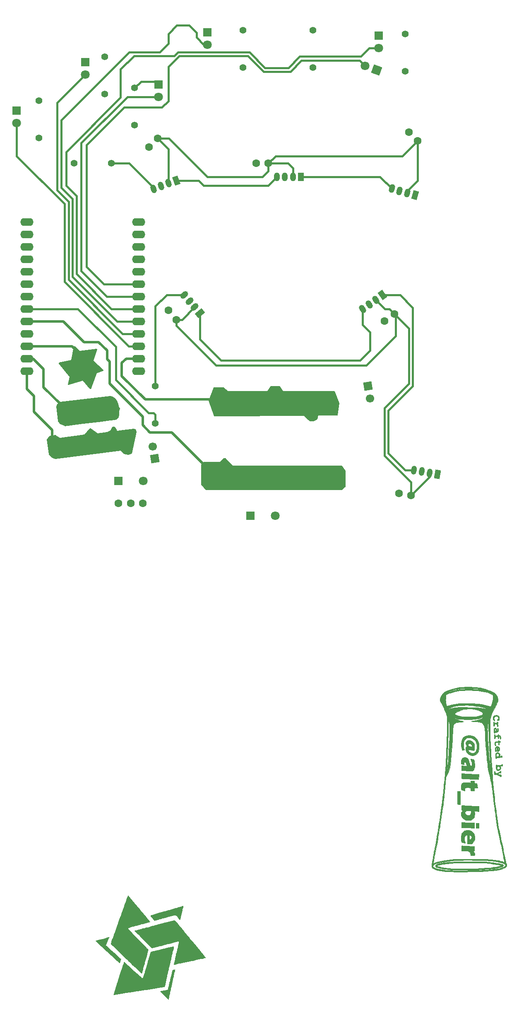
<source format=gtl>
G04 #@! TF.GenerationSoftware,KiCad,Pcbnew,7.0.10*
G04 #@! TF.CreationDate,2024-05-06T11:46:39-05:00*
G04 #@! TF.ProjectId,cowboys_vs_dinos,636f7762-6f79-4735-9f76-735f64696e6f,2*
G04 #@! TF.SameCoordinates,Original*
G04 #@! TF.FileFunction,Copper,L1,Top*
G04 #@! TF.FilePolarity,Positive*
%FSLAX46Y46*%
G04 Gerber Fmt 4.6, Leading zero omitted, Abs format (unit mm)*
G04 Created by KiCad (PCBNEW 7.0.10) date 2024-05-06 11:46:39*
%MOMM*%
%LPD*%
G01*
G04 APERTURE LIST*
G04 Aperture macros list*
%AMHorizOval*
0 Thick line with rounded ends*
0 $1 width*
0 $2 $3 position (X,Y) of the first rounded end (center of the circle)*
0 $4 $5 position (X,Y) of the second rounded end (center of the circle)*
0 Add line between two ends*
20,1,$1,$2,$3,$4,$5,0*
0 Add two circle primitives to create the rounded ends*
1,1,$1,$2,$3*
1,1,$1,$4,$5*%
%AMRotRect*
0 Rectangle, with rotation*
0 The origin of the aperture is its center*
0 $1 length*
0 $2 width*
0 $3 Rotation angle, in degrees counterclockwise*
0 Add horizontal line*
21,1,$1,$2,0,0,$3*%
G04 Aperture macros list end*
G04 #@! TA.AperFunction,EtchedComponent*
%ADD10C,0.010000*%
G04 #@! TD*
G04 #@! TA.AperFunction,ComponentPad*
%ADD11R,1.800000X1.800000*%
G04 #@! TD*
G04 #@! TA.AperFunction,ComponentPad*
%ADD12C,1.800000*%
G04 #@! TD*
G04 #@! TA.AperFunction,ComponentPad*
%ADD13RotRect,1.800000X1.800000X160.000000*%
G04 #@! TD*
G04 #@! TA.AperFunction,ComponentPad*
%ADD14R,1.150000X1.800000*%
G04 #@! TD*
G04 #@! TA.AperFunction,ComponentPad*
%ADD15O,1.150000X1.800000*%
G04 #@! TD*
G04 #@! TA.AperFunction,ComponentPad*
%ADD16RotRect,1.700000X1.700000X190.000000*%
G04 #@! TD*
G04 #@! TA.AperFunction,ComponentPad*
%ADD17HorizOval,1.700000X0.000000X0.000000X0.000000X0.000000X0*%
G04 #@! TD*
G04 #@! TA.AperFunction,ComponentPad*
%ADD18C,1.600000*%
G04 #@! TD*
G04 #@! TA.AperFunction,ComponentPad*
%ADD19C,1.400000*%
G04 #@! TD*
G04 #@! TA.AperFunction,ComponentPad*
%ADD20O,2.700000X1.600000*%
G04 #@! TD*
G04 #@! TA.AperFunction,ComponentPad*
%ADD21RotRect,1.150000X1.800000X200.000000*%
G04 #@! TD*
G04 #@! TA.AperFunction,ComponentPad*
%ADD22HorizOval,1.150000X-0.111157X0.305400X0.111157X-0.305400X0*%
G04 #@! TD*
G04 #@! TA.AperFunction,ComponentPad*
%ADD23RotRect,1.150000X1.800000X170.000000*%
G04 #@! TD*
G04 #@! TA.AperFunction,ComponentPad*
%ADD24HorizOval,1.150000X0.056436X0.320063X-0.056436X-0.320063X0*%
G04 #@! TD*
G04 #@! TA.AperFunction,ComponentPad*
%ADD25RotRect,1.150000X1.800000X164.000000*%
G04 #@! TD*
G04 #@! TA.AperFunction,ComponentPad*
%ADD26HorizOval,1.150000X0.089582X0.312410X-0.089582X-0.312410X0*%
G04 #@! TD*
G04 #@! TA.AperFunction,ComponentPad*
%ADD27RotRect,1.700000X1.700000X10.000000*%
G04 #@! TD*
G04 #@! TA.AperFunction,ComponentPad*
%ADD28HorizOval,1.700000X0.000000X0.000000X0.000000X0.000000X0*%
G04 #@! TD*
G04 #@! TA.AperFunction,ComponentPad*
%ADD29RotRect,1.150000X1.800000X130.000000*%
G04 #@! TD*
G04 #@! TA.AperFunction,ComponentPad*
%ADD30HorizOval,1.150000X0.248964X0.208906X-0.248964X-0.208906X0*%
G04 #@! TD*
G04 #@! TA.AperFunction,ComponentPad*
%ADD31RotRect,1.150000X1.800000X215.000000*%
G04 #@! TD*
G04 #@! TA.AperFunction,ComponentPad*
%ADD32HorizOval,1.150000X-0.186412X0.266224X0.186412X-0.266224X0*%
G04 #@! TD*
G04 #@! TA.AperFunction,Conductor*
%ADD33C,0.400000*%
G04 #@! TD*
G04 #@! TA.AperFunction,Conductor*
%ADD34C,0.500000*%
G04 #@! TD*
G04 APERTURE END LIST*
D10*
X148179131Y-176249264D02*
X147935714Y-176238402D01*
X147798135Y-176231965D01*
X147696437Y-176226656D01*
X147660548Y-176224282D01*
X147652716Y-176182820D01*
X147645587Y-176066906D01*
X147639406Y-175886751D01*
X147634420Y-175652570D01*
X147630875Y-175374575D01*
X147629018Y-175062979D01*
X147628798Y-174908690D01*
X147628798Y-173596357D01*
X148179131Y-173596357D01*
X148179131Y-176249264D01*
G04 #@! TA.AperFunction,EtchedComponent*
G36*
X148179131Y-176249264D02*
G01*
X147935714Y-176238402D01*
X147798135Y-176231965D01*
X147696437Y-176226656D01*
X147660548Y-176224282D01*
X147652716Y-176182820D01*
X147645587Y-176066906D01*
X147639406Y-175886751D01*
X147634420Y-175652570D01*
X147630875Y-175374575D01*
X147629018Y-175062979D01*
X147628798Y-174908690D01*
X147628798Y-173596357D01*
X148179131Y-173596357D01*
X148179131Y-176249264D01*
G37*
G04 #@! TD.AperFunction*
X151908069Y-180079117D02*
X152004717Y-180097303D01*
X152032832Y-180126273D01*
X152034018Y-180211303D01*
X152034959Y-180350674D01*
X152035612Y-180521105D01*
X152035935Y-180699311D01*
X152035884Y-180862009D01*
X152035417Y-180985915D01*
X152034525Y-181047023D01*
X152017514Y-181080492D01*
X151959405Y-181097383D01*
X151843796Y-181100407D01*
X151735227Y-181096466D01*
X151438798Y-181082409D01*
X151438798Y-180073357D01*
X151735131Y-180073357D01*
X151908069Y-180079117D01*
G04 #@! TA.AperFunction,EtchedComponent*
G36*
X151908069Y-180079117D02*
G01*
X152004717Y-180097303D01*
X152032832Y-180126273D01*
X152034018Y-180211303D01*
X152034959Y-180350674D01*
X152035612Y-180521105D01*
X152035935Y-180699311D01*
X152035884Y-180862009D01*
X152035417Y-180985915D01*
X152034525Y-181047023D01*
X152017514Y-181080492D01*
X151959405Y-181097383D01*
X151843796Y-181100407D01*
X151735227Y-181096466D01*
X151438798Y-181082409D01*
X151438798Y-180073357D01*
X151735131Y-180073357D01*
X151908069Y-180079117D01*
G37*
G04 #@! TD.AperFunction*
X148681363Y-179909681D02*
X148734634Y-179923324D01*
X148734993Y-179923663D01*
X148781994Y-179932172D01*
X148898356Y-179942518D01*
X149068824Y-179953636D01*
X149278141Y-179964460D01*
X149387632Y-179969227D01*
X149630628Y-179979608D01*
X149861941Y-179990260D01*
X150059635Y-180000119D01*
X150201776Y-180008124D01*
X150232298Y-180010146D01*
X150384250Y-180018117D01*
X150578625Y-180024567D01*
X150772048Y-180028082D01*
X151100131Y-180031023D01*
X151100131Y-181100957D01*
X150708548Y-181073835D01*
X150543524Y-181064210D01*
X150314175Y-181053355D01*
X150040819Y-181042100D01*
X149743772Y-181031274D01*
X149443351Y-181021709D01*
X149406798Y-181020650D01*
X149139087Y-181012746D01*
X148901980Y-181005292D01*
X148707798Y-180998711D01*
X148568865Y-180993430D01*
X148497505Y-180989874D01*
X148490660Y-180989055D01*
X148487160Y-180947218D01*
X148481866Y-180836830D01*
X148475458Y-180673971D01*
X148468615Y-180474721D01*
X148467627Y-180443773D01*
X148450565Y-179904023D01*
X148582959Y-179904023D01*
X148681363Y-179909681D01*
G04 #@! TA.AperFunction,EtchedComponent*
G36*
X148681363Y-179909681D02*
G01*
X148734634Y-179923324D01*
X148734993Y-179923663D01*
X148781994Y-179932172D01*
X148898356Y-179942518D01*
X149068824Y-179953636D01*
X149278141Y-179964460D01*
X149387632Y-179969227D01*
X149630628Y-179979608D01*
X149861941Y-179990260D01*
X150059635Y-180000119D01*
X150201776Y-180008124D01*
X150232298Y-180010146D01*
X150384250Y-180018117D01*
X150578625Y-180024567D01*
X150772048Y-180028082D01*
X151100131Y-180031023D01*
X151100131Y-181100957D01*
X150708548Y-181073835D01*
X150543524Y-181064210D01*
X150314175Y-181053355D01*
X150040819Y-181042100D01*
X149743772Y-181031274D01*
X149443351Y-181021709D01*
X149406798Y-181020650D01*
X149139087Y-181012746D01*
X148901980Y-181005292D01*
X148707798Y-180998711D01*
X148568865Y-180993430D01*
X148497505Y-180989874D01*
X148490660Y-180989055D01*
X148487160Y-180947218D01*
X148481866Y-180836830D01*
X148475458Y-180673971D01*
X148468615Y-180474721D01*
X148467627Y-180443773D01*
X148450565Y-179904023D01*
X148582959Y-179904023D01*
X148681363Y-179909681D01*
G37*
G04 #@! TD.AperFunction*
X155783087Y-158035864D02*
X155941332Y-158092063D01*
X155953011Y-158098931D01*
X156079150Y-158218951D01*
X156167999Y-158386260D01*
X156207193Y-158569044D01*
X156191962Y-158713695D01*
X156171681Y-158824788D01*
X156180343Y-158906318D01*
X156183040Y-158911397D01*
X156194114Y-158987024D01*
X156131986Y-159043360D01*
X156007259Y-159073158D01*
X155942114Y-159076023D01*
X155825189Y-159070235D01*
X155770700Y-159046138D01*
X155756818Y-158993636D01*
X155756798Y-158990309D01*
X155795026Y-158906163D01*
X155858710Y-158865848D01*
X155948865Y-158791779D01*
X155992971Y-158672840D01*
X155992346Y-158534336D01*
X155948312Y-158401569D01*
X155862188Y-158299844D01*
X155828089Y-158279036D01*
X155646262Y-158223566D01*
X155458848Y-158225081D01*
X155294800Y-158280975D01*
X155225707Y-158333266D01*
X155144218Y-158469349D01*
X155118290Y-158638767D01*
X155148728Y-158810277D01*
X155210516Y-158923392D01*
X155266164Y-159026320D01*
X155268657Y-159109765D01*
X155221050Y-159153202D01*
X155176331Y-159152943D01*
X155080261Y-159095744D01*
X154995632Y-158977526D01*
X154934817Y-158821932D01*
X154910191Y-158652605D01*
X154910131Y-158644328D01*
X154941352Y-158403589D01*
X155034580Y-158220414D01*
X155189165Y-158095423D01*
X155404455Y-158029238D01*
X155566298Y-158018007D01*
X155783087Y-158035864D01*
G04 #@! TA.AperFunction,EtchedComponent*
G36*
X155783087Y-158035864D02*
G01*
X155941332Y-158092063D01*
X155953011Y-158098931D01*
X156079150Y-158218951D01*
X156167999Y-158386260D01*
X156207193Y-158569044D01*
X156191962Y-158713695D01*
X156171681Y-158824788D01*
X156180343Y-158906318D01*
X156183040Y-158911397D01*
X156194114Y-158987024D01*
X156131986Y-159043360D01*
X156007259Y-159073158D01*
X155942114Y-159076023D01*
X155825189Y-159070235D01*
X155770700Y-159046138D01*
X155756818Y-158993636D01*
X155756798Y-158990309D01*
X155795026Y-158906163D01*
X155858710Y-158865848D01*
X155948865Y-158791779D01*
X155992971Y-158672840D01*
X155992346Y-158534336D01*
X155948312Y-158401569D01*
X155862188Y-158299844D01*
X155828089Y-158279036D01*
X155646262Y-158223566D01*
X155458848Y-158225081D01*
X155294800Y-158280975D01*
X155225707Y-158333266D01*
X155144218Y-158469349D01*
X155118290Y-158638767D01*
X155148728Y-158810277D01*
X155210516Y-158923392D01*
X155266164Y-159026320D01*
X155268657Y-159109765D01*
X155221050Y-159153202D01*
X155176331Y-159152943D01*
X155080261Y-159095744D01*
X154995632Y-158977526D01*
X154934817Y-158821932D01*
X154910191Y-158652605D01*
X154910131Y-158644328D01*
X154941352Y-158403589D01*
X155034580Y-158220414D01*
X155189165Y-158095423D01*
X155404455Y-158029238D01*
X155566298Y-158018007D01*
X155783087Y-158035864D01*
G37*
G04 #@! TD.AperFunction*
X156103839Y-163195112D02*
X156137354Y-163251545D01*
X156137798Y-163261524D01*
X156155836Y-163320852D01*
X156224187Y-163350653D01*
X156296548Y-163359718D01*
X156404576Y-163378375D01*
X156449638Y-163418811D01*
X156455298Y-163457523D01*
X156433153Y-163520981D01*
X156353368Y-163551052D01*
X156317714Y-163555456D01*
X156180131Y-163568721D01*
X156180131Y-163841206D01*
X156177206Y-163989767D01*
X156164795Y-164072304D01*
X156137444Y-164107362D01*
X156099994Y-164113690D01*
X156029411Y-164091298D01*
X155987777Y-164015872D01*
X155970021Y-163875043D01*
X155968464Y-163792728D01*
X155968464Y-163605690D01*
X155760260Y-163605690D01*
X155623690Y-163610727D01*
X155515785Y-163623490D01*
X155485094Y-163631386D01*
X155433112Y-163693069D01*
X155420800Y-163809871D01*
X155448271Y-163962052D01*
X155482603Y-164059045D01*
X155520659Y-164182856D01*
X155506514Y-164253517D01*
X155502604Y-164257817D01*
X155435043Y-164281036D01*
X155363459Y-164235403D01*
X155296735Y-164135741D01*
X155243759Y-163996874D01*
X155213416Y-163833627D01*
X155209685Y-163769130D01*
X155228494Y-163609375D01*
X155299056Y-163500397D01*
X155430796Y-163434213D01*
X155633138Y-163402843D01*
X155642991Y-163402189D01*
X155794375Y-163389422D01*
X155880593Y-163370550D01*
X155921135Y-163338338D01*
X155934397Y-163293989D01*
X155971946Y-163221189D01*
X156038565Y-163186611D01*
X156103839Y-163195112D01*
G04 #@! TA.AperFunction,EtchedComponent*
G36*
X156103839Y-163195112D02*
G01*
X156137354Y-163251545D01*
X156137798Y-163261524D01*
X156155836Y-163320852D01*
X156224187Y-163350653D01*
X156296548Y-163359718D01*
X156404576Y-163378375D01*
X156449638Y-163418811D01*
X156455298Y-163457523D01*
X156433153Y-163520981D01*
X156353368Y-163551052D01*
X156317714Y-163555456D01*
X156180131Y-163568721D01*
X156180131Y-163841206D01*
X156177206Y-163989767D01*
X156164795Y-164072304D01*
X156137444Y-164107362D01*
X156099994Y-164113690D01*
X156029411Y-164091298D01*
X155987777Y-164015872D01*
X155970021Y-163875043D01*
X155968464Y-163792728D01*
X155968464Y-163605690D01*
X155760260Y-163605690D01*
X155623690Y-163610727D01*
X155515785Y-163623490D01*
X155485094Y-163631386D01*
X155433112Y-163693069D01*
X155420800Y-163809871D01*
X155448271Y-163962052D01*
X155482603Y-164059045D01*
X155520659Y-164182856D01*
X155506514Y-164253517D01*
X155502604Y-164257817D01*
X155435043Y-164281036D01*
X155363459Y-164235403D01*
X155296735Y-164135741D01*
X155243759Y-163996874D01*
X155213416Y-163833627D01*
X155209685Y-163769130D01*
X155228494Y-163609375D01*
X155299056Y-163500397D01*
X155430796Y-163434213D01*
X155633138Y-163402843D01*
X155642991Y-163402189D01*
X155794375Y-163389422D01*
X155880593Y-163370550D01*
X155921135Y-163338338D01*
X155934397Y-163293989D01*
X155971946Y-163221189D01*
X156038565Y-163186611D01*
X156103839Y-163195112D01*
G37*
G04 #@! TD.AperFunction*
X156244838Y-165084170D02*
X156173901Y-165252555D01*
X156052576Y-165380040D01*
X156012184Y-165404140D01*
X155892345Y-165460083D01*
X155809932Y-165475309D01*
X155756414Y-165440272D01*
X155723258Y-165345425D01*
X155701932Y-165181222D01*
X155691237Y-165045023D01*
X155677769Y-164894358D01*
X155883798Y-164894358D01*
X155892380Y-165069455D01*
X155916761Y-165168707D01*
X155954893Y-165189720D01*
X156004727Y-165130099D01*
X156033420Y-165069237D01*
X156071717Y-164955644D01*
X156068278Y-164864085D01*
X156034693Y-164769857D01*
X155976417Y-164657203D01*
X155931356Y-164627426D01*
X155900627Y-164679606D01*
X155885343Y-164812824D01*
X155883798Y-164894358D01*
X155677769Y-164894358D01*
X155675361Y-164867421D01*
X155656511Y-164726494D01*
X155637452Y-164640128D01*
X155625834Y-164621690D01*
X155580932Y-164654695D01*
X155541828Y-164712529D01*
X155515373Y-164818649D01*
X155518386Y-164987950D01*
X155551183Y-165227149D01*
X155570872Y-165334418D01*
X155583680Y-165428812D01*
X155562788Y-165463538D01*
X155498743Y-165461418D01*
X155415496Y-165408843D01*
X155350251Y-165285943D01*
X155308107Y-165106066D01*
X155294385Y-164926505D01*
X155324199Y-164715275D01*
X155412893Y-164546367D01*
X155547043Y-164428882D01*
X155713228Y-164371919D01*
X155898024Y-164384580D01*
X156020849Y-164433958D01*
X156153393Y-164549779D01*
X156234777Y-164711165D01*
X156265195Y-164896501D01*
X156258780Y-164955644D01*
X156244838Y-165084170D01*
G04 #@! TA.AperFunction,EtchedComponent*
G36*
X156244838Y-165084170D02*
G01*
X156173901Y-165252555D01*
X156052576Y-165380040D01*
X156012184Y-165404140D01*
X155892345Y-165460083D01*
X155809932Y-165475309D01*
X155756414Y-165440272D01*
X155723258Y-165345425D01*
X155701932Y-165181222D01*
X155691237Y-165045023D01*
X155677769Y-164894358D01*
X155883798Y-164894358D01*
X155892380Y-165069455D01*
X155916761Y-165168707D01*
X155954893Y-165189720D01*
X156004727Y-165130099D01*
X156033420Y-165069237D01*
X156071717Y-164955644D01*
X156068278Y-164864085D01*
X156034693Y-164769857D01*
X155976417Y-164657203D01*
X155931356Y-164627426D01*
X155900627Y-164679606D01*
X155885343Y-164812824D01*
X155883798Y-164894358D01*
X155677769Y-164894358D01*
X155675361Y-164867421D01*
X155656511Y-164726494D01*
X155637452Y-164640128D01*
X155625834Y-164621690D01*
X155580932Y-164654695D01*
X155541828Y-164712529D01*
X155515373Y-164818649D01*
X155518386Y-164987950D01*
X155551183Y-165227149D01*
X155570872Y-165334418D01*
X155583680Y-165428812D01*
X155562788Y-165463538D01*
X155498743Y-165461418D01*
X155415496Y-165408843D01*
X155350251Y-165285943D01*
X155308107Y-165106066D01*
X155294385Y-164926505D01*
X155324199Y-164715275D01*
X155412893Y-164546367D01*
X155547043Y-164428882D01*
X155713228Y-164371919D01*
X155898024Y-164384580D01*
X156020849Y-164433958D01*
X156153393Y-164549779D01*
X156234777Y-164711165D01*
X156265195Y-164896501D01*
X156258780Y-164955644D01*
X156244838Y-165084170D01*
G37*
G04 #@! TD.AperFunction*
X155872569Y-159386178D02*
X155897909Y-159400579D01*
X155920213Y-159463822D01*
X155926577Y-159569454D01*
X155918826Y-159683978D01*
X155898787Y-159773900D01*
X155875842Y-159805398D01*
X155853883Y-159841145D01*
X155894467Y-159920527D01*
X155897009Y-159924178D01*
X155958982Y-160059715D01*
X155968119Y-160194672D01*
X155929572Y-160307513D01*
X155848494Y-160376703D01*
X155785953Y-160388357D01*
X155734220Y-160376860D01*
X155720781Y-160326906D01*
X155733451Y-160236922D01*
X155741778Y-160121241D01*
X155707018Y-160022046D01*
X155649571Y-159938267D01*
X155566471Y-159843936D01*
X155488699Y-159805281D01*
X155382456Y-159803952D01*
X155227631Y-159816857D01*
X155214836Y-160039107D01*
X155201893Y-160172223D01*
X155177762Y-160239828D01*
X155134739Y-160261002D01*
X155125125Y-160261357D01*
X155069441Y-160231714D01*
X155030228Y-160138639D01*
X155006145Y-159975908D01*
X154995853Y-159737300D01*
X154995264Y-159658107D01*
X154997409Y-159505865D01*
X155008138Y-159419791D01*
X155032954Y-159381441D01*
X155077358Y-159372373D01*
X155080523Y-159372357D01*
X155151142Y-159400662D01*
X155190873Y-159495755D01*
X155192462Y-159503427D01*
X155219292Y-159592846D01*
X155268949Y-159619184D01*
X155344862Y-159609261D01*
X155484171Y-159590026D01*
X155592756Y-159584023D01*
X155681057Y-159571424D01*
X155712233Y-159518751D01*
X155714464Y-159478190D01*
X155735791Y-159393627D01*
X155792076Y-159372357D01*
X155872569Y-159386178D01*
G04 #@! TA.AperFunction,EtchedComponent*
G36*
X155872569Y-159386178D02*
G01*
X155897909Y-159400579D01*
X155920213Y-159463822D01*
X155926577Y-159569454D01*
X155918826Y-159683978D01*
X155898787Y-159773900D01*
X155875842Y-159805398D01*
X155853883Y-159841145D01*
X155894467Y-159920527D01*
X155897009Y-159924178D01*
X155958982Y-160059715D01*
X155968119Y-160194672D01*
X155929572Y-160307513D01*
X155848494Y-160376703D01*
X155785953Y-160388357D01*
X155734220Y-160376860D01*
X155720781Y-160326906D01*
X155733451Y-160236922D01*
X155741778Y-160121241D01*
X155707018Y-160022046D01*
X155649571Y-159938267D01*
X155566471Y-159843936D01*
X155488699Y-159805281D01*
X155382456Y-159803952D01*
X155227631Y-159816857D01*
X155214836Y-160039107D01*
X155201893Y-160172223D01*
X155177762Y-160239828D01*
X155134739Y-160261002D01*
X155125125Y-160261357D01*
X155069441Y-160231714D01*
X155030228Y-160138639D01*
X155006145Y-159975908D01*
X154995853Y-159737300D01*
X154995264Y-159658107D01*
X154997409Y-159505865D01*
X155008138Y-159419791D01*
X155032954Y-159381441D01*
X155077358Y-159372373D01*
X155080523Y-159372357D01*
X155151142Y-159400662D01*
X155190873Y-159495755D01*
X155192462Y-159503427D01*
X155219292Y-159592846D01*
X155268949Y-159619184D01*
X155344862Y-159609261D01*
X155484171Y-159590026D01*
X155592756Y-159584023D01*
X155681057Y-159571424D01*
X155712233Y-159518751D01*
X155714464Y-159478190D01*
X155735791Y-159393627D01*
X155792076Y-159372357D01*
X155872569Y-159386178D01*
G37*
G04 #@! TD.AperFunction*
X148662342Y-169931237D02*
X148697940Y-169938277D01*
X148742315Y-169944564D01*
X148855719Y-169953396D01*
X149022593Y-169963744D01*
X149227375Y-169974583D01*
X149301924Y-169978153D01*
X149525899Y-169989384D01*
X149726879Y-170000907D01*
X149885972Y-170011537D01*
X149984284Y-170020088D01*
X149997564Y-170021825D01*
X150069220Y-170027788D01*
X150211688Y-170035494D01*
X150411148Y-170044348D01*
X150653777Y-170053755D01*
X150925753Y-170063121D01*
X151045314Y-170066896D01*
X151989131Y-170095894D01*
X151989131Y-170614931D01*
X151985351Y-170862530D01*
X151974242Y-171036068D01*
X151956154Y-171131496D01*
X151943103Y-171149311D01*
X151881556Y-171153068D01*
X151759334Y-171149338D01*
X151600018Y-171138971D01*
X151556702Y-171135403D01*
X151390982Y-171123075D01*
X151165860Y-171108992D01*
X150906538Y-171094600D01*
X150638219Y-171081346D01*
X150533813Y-171076679D01*
X150291937Y-171065662D01*
X150071066Y-171054546D01*
X149889016Y-171044306D01*
X149763600Y-171035919D01*
X149724298Y-171032343D01*
X149633677Y-171026041D01*
X149479610Y-171019740D01*
X149283311Y-171014155D01*
X149065997Y-171010000D01*
X149056407Y-171009863D01*
X148850792Y-171004048D01*
X148677131Y-170993627D01*
X148552251Y-170980007D01*
X148492984Y-170964600D01*
X148490954Y-170962505D01*
X148481267Y-170906575D01*
X148473374Y-170784397D01*
X148468123Y-170614384D01*
X148466355Y-170428644D01*
X148466317Y-169934523D01*
X148575990Y-169930262D01*
X148662342Y-169931237D01*
G04 #@! TA.AperFunction,EtchedComponent*
G36*
X148662342Y-169931237D02*
G01*
X148697940Y-169938277D01*
X148742315Y-169944564D01*
X148855719Y-169953396D01*
X149022593Y-169963744D01*
X149227375Y-169974583D01*
X149301924Y-169978153D01*
X149525899Y-169989384D01*
X149726879Y-170000907D01*
X149885972Y-170011537D01*
X149984284Y-170020088D01*
X149997564Y-170021825D01*
X150069220Y-170027788D01*
X150211688Y-170035494D01*
X150411148Y-170044348D01*
X150653777Y-170053755D01*
X150925753Y-170063121D01*
X151045314Y-170066896D01*
X151989131Y-170095894D01*
X151989131Y-170614931D01*
X151985351Y-170862530D01*
X151974242Y-171036068D01*
X151956154Y-171131496D01*
X151943103Y-171149311D01*
X151881556Y-171153068D01*
X151759334Y-171149338D01*
X151600018Y-171138971D01*
X151556702Y-171135403D01*
X151390982Y-171123075D01*
X151165860Y-171108992D01*
X150906538Y-171094600D01*
X150638219Y-171081346D01*
X150533813Y-171076679D01*
X150291937Y-171065662D01*
X150071066Y-171054546D01*
X149889016Y-171044306D01*
X149763600Y-171035919D01*
X149724298Y-171032343D01*
X149633677Y-171026041D01*
X149479610Y-171019740D01*
X149283311Y-171014155D01*
X149065997Y-171010000D01*
X149056407Y-171009863D01*
X148850792Y-171004048D01*
X148677131Y-170993627D01*
X148552251Y-170980007D01*
X148492984Y-170964600D01*
X148490954Y-170962505D01*
X148481267Y-170906575D01*
X148473374Y-170784397D01*
X148468123Y-170614384D01*
X148466355Y-170428644D01*
X148466317Y-169934523D01*
X148575990Y-169930262D01*
X148662342Y-169931237D01*
G37*
G04 #@! TD.AperFunction*
X148658255Y-184694266D02*
X148690659Y-184705018D01*
X148738127Y-184713455D01*
X148856262Y-184723652D01*
X149031095Y-184734984D01*
X149248661Y-184746825D01*
X149494993Y-184758550D01*
X149756123Y-184769532D01*
X150018086Y-184779146D01*
X150266913Y-184786766D01*
X150488638Y-184791767D01*
X150666250Y-184793523D01*
X151100203Y-184793523D01*
X151100131Y-185788357D01*
X150830291Y-185788357D01*
X150938872Y-185904773D01*
X151027611Y-186012271D01*
X151096089Y-186115702D01*
X151099391Y-186121939D01*
X151125569Y-186208003D01*
X151144926Y-186334134D01*
X151155261Y-186470159D01*
X151154372Y-186585902D01*
X151140058Y-186651191D01*
X151138165Y-186653434D01*
X151091920Y-186661276D01*
X150983725Y-186668874D01*
X150836298Y-186675433D01*
X150672354Y-186680155D01*
X150514609Y-186682247D01*
X150385778Y-186680911D01*
X150369881Y-186680347D01*
X150328251Y-186665558D01*
X150305611Y-186613109D01*
X150296724Y-186504474D01*
X150295798Y-186418376D01*
X150291729Y-186269277D01*
X150270962Y-186170984D01*
X150220661Y-186089723D01*
X150137048Y-186000761D01*
X150028129Y-185909317D01*
X149900994Y-185841503D01*
X149742058Y-185794293D01*
X149537732Y-185764666D01*
X149274430Y-185749598D01*
X148991964Y-185745980D01*
X148454298Y-185745936D01*
X148462181Y-185312063D01*
X148465785Y-185118742D01*
X148469119Y-184948928D01*
X148471717Y-184825886D01*
X148472764Y-184782940D01*
X148498139Y-184707485D01*
X148574242Y-184687690D01*
X148658255Y-184694266D01*
G04 #@! TA.AperFunction,EtchedComponent*
G36*
X148658255Y-184694266D02*
G01*
X148690659Y-184705018D01*
X148738127Y-184713455D01*
X148856262Y-184723652D01*
X149031095Y-184734984D01*
X149248661Y-184746825D01*
X149494993Y-184758550D01*
X149756123Y-184769532D01*
X150018086Y-184779146D01*
X150266913Y-184786766D01*
X150488638Y-184791767D01*
X150666250Y-184793523D01*
X151100203Y-184793523D01*
X151100131Y-185788357D01*
X150830291Y-185788357D01*
X150938872Y-185904773D01*
X151027611Y-186012271D01*
X151096089Y-186115702D01*
X151099391Y-186121939D01*
X151125569Y-186208003D01*
X151144926Y-186334134D01*
X151155261Y-186470159D01*
X151154372Y-186585902D01*
X151140058Y-186651191D01*
X151138165Y-186653434D01*
X151091920Y-186661276D01*
X150983725Y-186668874D01*
X150836298Y-186675433D01*
X150672354Y-186680155D01*
X150514609Y-186682247D01*
X150385778Y-186680911D01*
X150369881Y-186680347D01*
X150328251Y-186665558D01*
X150305611Y-186613109D01*
X150296724Y-186504474D01*
X150295798Y-186418376D01*
X150291729Y-186269277D01*
X150270962Y-186170984D01*
X150220661Y-186089723D01*
X150137048Y-186000761D01*
X150028129Y-185909317D01*
X149900994Y-185841503D01*
X149742058Y-185794293D01*
X149537732Y-185764666D01*
X149274430Y-185749598D01*
X148991964Y-185745980D01*
X148454298Y-185745936D01*
X148462181Y-185312063D01*
X148465785Y-185118742D01*
X148469119Y-184948928D01*
X148471717Y-184825886D01*
X148472764Y-184782940D01*
X148498139Y-184707485D01*
X148574242Y-184687690D01*
X148658255Y-184694266D01*
G37*
G04 #@! TD.AperFunction*
X155725835Y-161282427D02*
X155767680Y-161295705D01*
X155783092Y-161290698D01*
X155824375Y-161256781D01*
X155836129Y-161183905D01*
X155825600Y-161069777D01*
X155807256Y-160932161D01*
X155792305Y-160818370D01*
X155788723Y-160790544D01*
X155807915Y-160717330D01*
X155870510Y-160692704D01*
X155936425Y-160699624D01*
X155980053Y-160757111D01*
X156007857Y-160840850D01*
X156051441Y-161085257D01*
X156030465Y-161275128D01*
X155944017Y-161411761D01*
X155791184Y-161496455D01*
X155571055Y-161530505D01*
X155522585Y-161531357D01*
X155402384Y-161539823D01*
X155341699Y-161571964D01*
X155321198Y-161616023D01*
X155266651Y-161686716D01*
X155215359Y-161700690D01*
X155167846Y-161689115D01*
X155137811Y-161642066D01*
X155117613Y-161541058D01*
X155105983Y-161436107D01*
X155087570Y-161261250D01*
X155067404Y-161091737D01*
X155055238Y-161001740D01*
X155058055Y-160927093D01*
X155257004Y-160927093D01*
X155264050Y-161034771D01*
X155303293Y-161154654D01*
X155361084Y-161257874D01*
X155423770Y-161315562D01*
X155442643Y-161319690D01*
X155485571Y-161305902D01*
X155500532Y-161250860D01*
X155492881Y-161134047D01*
X155492339Y-161129213D01*
X155461397Y-160984559D01*
X155412176Y-160879008D01*
X155355615Y-160821955D01*
X155302655Y-160822798D01*
X155264237Y-160890933D01*
X155257004Y-160927093D01*
X155058055Y-160927093D01*
X155061437Y-160837503D01*
X155122049Y-160709185D01*
X155220896Y-160626914D01*
X155341797Y-160600817D01*
X155468572Y-160641022D01*
X155538763Y-160699078D01*
X155635700Y-160850459D01*
X155698212Y-161045559D01*
X155714464Y-161201665D01*
X155721390Y-161250860D01*
X155725835Y-161282427D01*
G04 #@! TA.AperFunction,EtchedComponent*
G36*
X155725835Y-161282427D02*
G01*
X155767680Y-161295705D01*
X155783092Y-161290698D01*
X155824375Y-161256781D01*
X155836129Y-161183905D01*
X155825600Y-161069777D01*
X155807256Y-160932161D01*
X155792305Y-160818370D01*
X155788723Y-160790544D01*
X155807915Y-160717330D01*
X155870510Y-160692704D01*
X155936425Y-160699624D01*
X155980053Y-160757111D01*
X156007857Y-160840850D01*
X156051441Y-161085257D01*
X156030465Y-161275128D01*
X155944017Y-161411761D01*
X155791184Y-161496455D01*
X155571055Y-161530505D01*
X155522585Y-161531357D01*
X155402384Y-161539823D01*
X155341699Y-161571964D01*
X155321198Y-161616023D01*
X155266651Y-161686716D01*
X155215359Y-161700690D01*
X155167846Y-161689115D01*
X155137811Y-161642066D01*
X155117613Y-161541058D01*
X155105983Y-161436107D01*
X155087570Y-161261250D01*
X155067404Y-161091737D01*
X155055238Y-161001740D01*
X155058055Y-160927093D01*
X155257004Y-160927093D01*
X155264050Y-161034771D01*
X155303293Y-161154654D01*
X155361084Y-161257874D01*
X155423770Y-161315562D01*
X155442643Y-161319690D01*
X155485571Y-161305902D01*
X155500532Y-161250860D01*
X155492881Y-161134047D01*
X155492339Y-161129213D01*
X155461397Y-160984559D01*
X155412176Y-160879008D01*
X155355615Y-160821955D01*
X155302655Y-160822798D01*
X155264237Y-160890933D01*
X155257004Y-160927093D01*
X155058055Y-160927093D01*
X155061437Y-160837503D01*
X155122049Y-160709185D01*
X155220896Y-160626914D01*
X155341797Y-160600817D01*
X155468572Y-160641022D01*
X155538763Y-160699078D01*
X155635700Y-160850459D01*
X155698212Y-161045559D01*
X155714464Y-161201665D01*
X155721390Y-161250860D01*
X155725835Y-161282427D01*
G37*
G04 #@! TD.AperFunction*
X156045917Y-161964627D02*
X156073780Y-162037000D01*
X156108702Y-162130173D01*
X156174657Y-162163880D01*
X156219267Y-162166357D01*
X156336203Y-162196760D01*
X156413558Y-162251680D01*
X156469851Y-162358408D01*
X156503542Y-162508763D01*
X156511770Y-162668913D01*
X156491671Y-162805023D01*
X156465077Y-162860741D01*
X156398211Y-162916163D01*
X156346117Y-162893401D01*
X156314332Y-162798433D01*
X156307131Y-162690242D01*
X156290772Y-162512329D01*
X156245055Y-162390589D01*
X156175017Y-162337129D01*
X156159588Y-162335690D01*
X156121237Y-162364018D01*
X156097483Y-162456538D01*
X156086994Y-162579107D01*
X156073219Y-162725523D01*
X156048331Y-162801861D01*
X156010798Y-162822523D01*
X155962768Y-162786391D01*
X155924117Y-162674135D01*
X155909273Y-162598348D01*
X155871249Y-162374173D01*
X155634107Y-162386681D01*
X155396964Y-162399190D01*
X155384169Y-162621440D01*
X155371342Y-162754297D01*
X155347420Y-162821810D01*
X155304540Y-162843239D01*
X155293448Y-162843690D01*
X155238060Y-162831887D01*
X155200739Y-162787765D01*
X155178180Y-162698254D01*
X155167079Y-162550283D01*
X155164131Y-162332228D01*
X155165570Y-162152190D01*
X155172308Y-162040618D01*
X155187972Y-161981328D01*
X155216194Y-161958134D01*
X155248798Y-161954690D01*
X155315753Y-161980160D01*
X155333464Y-162058025D01*
X155341344Y-162136256D01*
X155376605Y-162178697D01*
X155456681Y-162192236D01*
X155599006Y-162183765D01*
X155640997Y-162179571D01*
X155777405Y-162161914D01*
X155850792Y-162137375D01*
X155882675Y-162094391D01*
X155892118Y-162044613D01*
X155927540Y-161946819D01*
X155986830Y-161919820D01*
X156045917Y-161964627D01*
G04 #@! TA.AperFunction,EtchedComponent*
G36*
X156045917Y-161964627D02*
G01*
X156073780Y-162037000D01*
X156108702Y-162130173D01*
X156174657Y-162163880D01*
X156219267Y-162166357D01*
X156336203Y-162196760D01*
X156413558Y-162251680D01*
X156469851Y-162358408D01*
X156503542Y-162508763D01*
X156511770Y-162668913D01*
X156491671Y-162805023D01*
X156465077Y-162860741D01*
X156398211Y-162916163D01*
X156346117Y-162893401D01*
X156314332Y-162798433D01*
X156307131Y-162690242D01*
X156290772Y-162512329D01*
X156245055Y-162390589D01*
X156175017Y-162337129D01*
X156159588Y-162335690D01*
X156121237Y-162364018D01*
X156097483Y-162456538D01*
X156086994Y-162579107D01*
X156073219Y-162725523D01*
X156048331Y-162801861D01*
X156010798Y-162822523D01*
X155962768Y-162786391D01*
X155924117Y-162674135D01*
X155909273Y-162598348D01*
X155871249Y-162374173D01*
X155634107Y-162386681D01*
X155396964Y-162399190D01*
X155384169Y-162621440D01*
X155371342Y-162754297D01*
X155347420Y-162821810D01*
X155304540Y-162843239D01*
X155293448Y-162843690D01*
X155238060Y-162831887D01*
X155200739Y-162787765D01*
X155178180Y-162698254D01*
X155167079Y-162550283D01*
X155164131Y-162332228D01*
X155165570Y-162152190D01*
X155172308Y-162040618D01*
X155187972Y-161981328D01*
X155216194Y-161958134D01*
X155248798Y-161954690D01*
X155315753Y-161980160D01*
X155333464Y-162058025D01*
X155341344Y-162136256D01*
X155376605Y-162178697D01*
X155456681Y-162192236D01*
X155599006Y-162183765D01*
X155640997Y-162179571D01*
X155777405Y-162161914D01*
X155850792Y-162137375D01*
X155882675Y-162094391D01*
X155892118Y-162044613D01*
X155927540Y-161946819D01*
X155986830Y-161919820D01*
X156045917Y-161964627D01*
G37*
G04 #@! TD.AperFunction*
X156504568Y-168825788D02*
X156483731Y-168935655D01*
X156461608Y-168994618D01*
X156356270Y-169155329D01*
X156209272Y-169261738D01*
X156039766Y-169311173D01*
X155866910Y-169300963D01*
X155709857Y-169228435D01*
X155602225Y-169114472D01*
X155569665Y-169025018D01*
X155543619Y-168880324D01*
X155537975Y-168825907D01*
X155723477Y-168825907D01*
X155765879Y-168969061D01*
X155856848Y-169075589D01*
X155858385Y-169076625D01*
X155972033Y-169107402D01*
X156097070Y-169076054D01*
X156209915Y-168997562D01*
X156286988Y-168886909D01*
X156307131Y-168791523D01*
X156270557Y-168669975D01*
X156179370Y-168559169D01*
X156061370Y-168487077D01*
X155991555Y-168474023D01*
X155880462Y-168503532D01*
X155799131Y-168558690D01*
X155733332Y-168678369D01*
X155723477Y-168825907D01*
X155537975Y-168825907D01*
X155525305Y-168703763D01*
X155515943Y-168518708D01*
X155516753Y-168348533D01*
X155528954Y-168216611D01*
X155551827Y-168148456D01*
X155619503Y-168117149D01*
X155687507Y-168142960D01*
X155714464Y-168203386D01*
X155737779Y-168237496D01*
X155816773Y-168256147D01*
X155965026Y-168262312D01*
X155983723Y-168262357D01*
X156266908Y-168255101D01*
X156469518Y-168232951D01*
X156594426Y-168195330D01*
X156644505Y-168141663D01*
X156645798Y-168129603D01*
X156679127Y-168069242D01*
X156752697Y-168047934D01*
X156826882Y-168076629D01*
X156829242Y-168078912D01*
X156847522Y-168136079D01*
X156857066Y-168241837D01*
X156857464Y-168269412D01*
X156857464Y-168431690D01*
X156640860Y-168431690D01*
X156514618Y-168434413D01*
X156454446Y-168448804D01*
X156441781Y-168484194D01*
X156451380Y-168526940D01*
X156494010Y-168699890D01*
X156501694Y-168791523D01*
X156504568Y-168825788D01*
G04 #@! TA.AperFunction,EtchedComponent*
G36*
X156504568Y-168825788D02*
G01*
X156483731Y-168935655D01*
X156461608Y-168994618D01*
X156356270Y-169155329D01*
X156209272Y-169261738D01*
X156039766Y-169311173D01*
X155866910Y-169300963D01*
X155709857Y-169228435D01*
X155602225Y-169114472D01*
X155569665Y-169025018D01*
X155543619Y-168880324D01*
X155537975Y-168825907D01*
X155723477Y-168825907D01*
X155765879Y-168969061D01*
X155856848Y-169075589D01*
X155858385Y-169076625D01*
X155972033Y-169107402D01*
X156097070Y-169076054D01*
X156209915Y-168997562D01*
X156286988Y-168886909D01*
X156307131Y-168791523D01*
X156270557Y-168669975D01*
X156179370Y-168559169D01*
X156061370Y-168487077D01*
X155991555Y-168474023D01*
X155880462Y-168503532D01*
X155799131Y-168558690D01*
X155733332Y-168678369D01*
X155723477Y-168825907D01*
X155537975Y-168825907D01*
X155525305Y-168703763D01*
X155515943Y-168518708D01*
X155516753Y-168348533D01*
X155528954Y-168216611D01*
X155551827Y-168148456D01*
X155619503Y-168117149D01*
X155687507Y-168142960D01*
X155714464Y-168203386D01*
X155737779Y-168237496D01*
X155816773Y-168256147D01*
X155965026Y-168262312D01*
X155983723Y-168262357D01*
X156266908Y-168255101D01*
X156469518Y-168232951D01*
X156594426Y-168195330D01*
X156644505Y-168141663D01*
X156645798Y-168129603D01*
X156679127Y-168069242D01*
X156752697Y-168047934D01*
X156826882Y-168076629D01*
X156829242Y-168078912D01*
X156847522Y-168136079D01*
X156857066Y-168241837D01*
X156857464Y-168269412D01*
X156857464Y-168431690D01*
X156640860Y-168431690D01*
X156514618Y-168434413D01*
X156454446Y-168448804D01*
X156441781Y-168484194D01*
X156451380Y-168526940D01*
X156494010Y-168699890D01*
X156501694Y-168791523D01*
X156504568Y-168825788D01*
G37*
G04 #@! TD.AperFunction*
X156334708Y-166252645D02*
X156321972Y-166368838D01*
X156332649Y-166424058D01*
X156376650Y-166440914D01*
X156417738Y-166442023D01*
X156515708Y-166413272D01*
X156548865Y-166357357D01*
X156598444Y-166288473D01*
X156646104Y-166272690D01*
X156702613Y-166299340D01*
X156734798Y-166389618D01*
X156741098Y-166431440D01*
X156749749Y-166542683D01*
X156745754Y-166615064D01*
X156743231Y-166621940D01*
X156694406Y-166639759D01*
X156588252Y-166651279D01*
X156501520Y-166653690D01*
X156342091Y-166657529D01*
X156142598Y-166667575D01*
X155953685Y-166681069D01*
X155788138Y-166697635D01*
X155690272Y-166716460D01*
X155643171Y-166743225D01*
X155629917Y-166783612D01*
X155629798Y-166789846D01*
X155607292Y-166850997D01*
X155534548Y-166857718D01*
X155476307Y-166837848D01*
X155444737Y-166784580D01*
X155428979Y-166675392D01*
X155425970Y-166632523D01*
X155413845Y-166461350D01*
X155398148Y-166266360D01*
X155392137Y-166198152D01*
X155576902Y-166198152D01*
X155618573Y-166331085D01*
X155701180Y-166433884D01*
X155816520Y-166483025D01*
X155840445Y-166484357D01*
X155961766Y-166447033D01*
X156067413Y-166353601D01*
X156130475Y-166231869D01*
X156137798Y-166177096D01*
X156105335Y-166033324D01*
X156021512Y-165925639D01*
X155906680Y-165864082D01*
X155781186Y-165858697D01*
X155665381Y-165919524D01*
X155649191Y-165935983D01*
X155584374Y-166058610D01*
X155576902Y-166198152D01*
X155392137Y-166198152D01*
X155390285Y-166177142D01*
X155380797Y-166035938D01*
X155392092Y-165945261D01*
X155434924Y-165871568D01*
X155515796Y-165785559D01*
X155682630Y-165669563D01*
X155864325Y-165636024D01*
X156053611Y-165685676D01*
X156122587Y-165724297D01*
X156264219Y-165860666D01*
X156334340Y-166042010D01*
X156334576Y-166177096D01*
X156334708Y-166252645D01*
G04 #@! TA.AperFunction,EtchedComponent*
G36*
X156334708Y-166252645D02*
G01*
X156321972Y-166368838D01*
X156332649Y-166424058D01*
X156376650Y-166440914D01*
X156417738Y-166442023D01*
X156515708Y-166413272D01*
X156548865Y-166357357D01*
X156598444Y-166288473D01*
X156646104Y-166272690D01*
X156702613Y-166299340D01*
X156734798Y-166389618D01*
X156741098Y-166431440D01*
X156749749Y-166542683D01*
X156745754Y-166615064D01*
X156743231Y-166621940D01*
X156694406Y-166639759D01*
X156588252Y-166651279D01*
X156501520Y-166653690D01*
X156342091Y-166657529D01*
X156142598Y-166667575D01*
X155953685Y-166681069D01*
X155788138Y-166697635D01*
X155690272Y-166716460D01*
X155643171Y-166743225D01*
X155629917Y-166783612D01*
X155629798Y-166789846D01*
X155607292Y-166850997D01*
X155534548Y-166857718D01*
X155476307Y-166837848D01*
X155444737Y-166784580D01*
X155428979Y-166675392D01*
X155425970Y-166632523D01*
X155413845Y-166461350D01*
X155398148Y-166266360D01*
X155392137Y-166198152D01*
X155576902Y-166198152D01*
X155618573Y-166331085D01*
X155701180Y-166433884D01*
X155816520Y-166483025D01*
X155840445Y-166484357D01*
X155961766Y-166447033D01*
X156067413Y-166353601D01*
X156130475Y-166231869D01*
X156137798Y-166177096D01*
X156105335Y-166033324D01*
X156021512Y-165925639D01*
X155906680Y-165864082D01*
X155781186Y-165858697D01*
X155665381Y-165919524D01*
X155649191Y-165935983D01*
X155584374Y-166058610D01*
X155576902Y-166198152D01*
X155392137Y-166198152D01*
X155390285Y-166177142D01*
X155380797Y-166035938D01*
X155392092Y-165945261D01*
X155434924Y-165871568D01*
X155515796Y-165785559D01*
X155682630Y-165669563D01*
X155864325Y-165636024D01*
X156053611Y-165685676D01*
X156122587Y-165724297D01*
X156264219Y-165860666D01*
X156334340Y-166042010D01*
X156334576Y-166177096D01*
X156334708Y-166252645D01*
G37*
G04 #@! TD.AperFunction*
X156484318Y-169428126D02*
X156517605Y-169507595D01*
X156534001Y-169600238D01*
X156545291Y-169724461D01*
X156542965Y-169813286D01*
X156537257Y-169833071D01*
X156474916Y-169869614D01*
X156400357Y-169851346D01*
X156365046Y-169808234D01*
X156338517Y-169778214D01*
X156283339Y-169786343D01*
X156181179Y-169836710D01*
X156144124Y-169857534D01*
X156001897Y-169940830D01*
X155930005Y-169996377D01*
X155924896Y-170037761D01*
X155983014Y-170078569D01*
X156075183Y-170121053D01*
X156244251Y-170187416D01*
X156347735Y-170207019D01*
X156390186Y-170180529D01*
X156391798Y-170167357D01*
X156427005Y-170132213D01*
X156471054Y-170125023D01*
X156529527Y-170148982D01*
X156565521Y-170232462D01*
X156576850Y-170290993D01*
X156587903Y-170415125D01*
X156581496Y-170510983D01*
X156577731Y-170523826D01*
X156521169Y-170583374D01*
X156446496Y-170576067D01*
X156404485Y-170533014D01*
X156356067Y-170497352D01*
X156248274Y-170438395D01*
X156100118Y-170364844D01*
X155930612Y-170285399D01*
X155758768Y-170208763D01*
X155603599Y-170143636D01*
X155484118Y-170098719D01*
X155420507Y-170082690D01*
X155380856Y-170116941D01*
X155375798Y-170146190D01*
X155340857Y-170198734D01*
X155296423Y-170209690D01*
X155234087Y-170178527D01*
X155192367Y-170081061D01*
X155169668Y-169911324D01*
X155164131Y-169714621D01*
X155166921Y-169582592D01*
X155180966Y-169515790D01*
X155214781Y-169494820D01*
X155259381Y-169497663D01*
X155326828Y-169525520D01*
X155359219Y-169599845D01*
X155367521Y-169665760D01*
X155391435Y-169780713D01*
X155453212Y-169846720D01*
X155503992Y-169871518D01*
X155567835Y-169892254D01*
X155630662Y-169891837D01*
X155711466Y-169864160D01*
X155829239Y-169803116D01*
X155971059Y-169721336D01*
X156123384Y-169627541D01*
X156246177Y-169543504D01*
X156321778Y-169481725D01*
X156336533Y-169462661D01*
X156392372Y-169413230D01*
X156432906Y-169405357D01*
X156484318Y-169428126D01*
G04 #@! TA.AperFunction,EtchedComponent*
G36*
X156484318Y-169428126D02*
G01*
X156517605Y-169507595D01*
X156534001Y-169600238D01*
X156545291Y-169724461D01*
X156542965Y-169813286D01*
X156537257Y-169833071D01*
X156474916Y-169869614D01*
X156400357Y-169851346D01*
X156365046Y-169808234D01*
X156338517Y-169778214D01*
X156283339Y-169786343D01*
X156181179Y-169836710D01*
X156144124Y-169857534D01*
X156001897Y-169940830D01*
X155930005Y-169996377D01*
X155924896Y-170037761D01*
X155983014Y-170078569D01*
X156075183Y-170121053D01*
X156244251Y-170187416D01*
X156347735Y-170207019D01*
X156390186Y-170180529D01*
X156391798Y-170167357D01*
X156427005Y-170132213D01*
X156471054Y-170125023D01*
X156529527Y-170148982D01*
X156565521Y-170232462D01*
X156576850Y-170290993D01*
X156587903Y-170415125D01*
X156581496Y-170510983D01*
X156577731Y-170523826D01*
X156521169Y-170583374D01*
X156446496Y-170576067D01*
X156404485Y-170533014D01*
X156356067Y-170497352D01*
X156248274Y-170438395D01*
X156100118Y-170364844D01*
X155930612Y-170285399D01*
X155758768Y-170208763D01*
X155603599Y-170143636D01*
X155484118Y-170098719D01*
X155420507Y-170082690D01*
X155380856Y-170116941D01*
X155375798Y-170146190D01*
X155340857Y-170198734D01*
X155296423Y-170209690D01*
X155234087Y-170178527D01*
X155192367Y-170081061D01*
X155169668Y-169911324D01*
X155164131Y-169714621D01*
X155166921Y-169582592D01*
X155180966Y-169515790D01*
X155214781Y-169494820D01*
X155259381Y-169497663D01*
X155326828Y-169525520D01*
X155359219Y-169599845D01*
X155367521Y-169665760D01*
X155391435Y-169780713D01*
X155453212Y-169846720D01*
X155503992Y-169871518D01*
X155567835Y-169892254D01*
X155630662Y-169891837D01*
X155711466Y-169864160D01*
X155829239Y-169803116D01*
X155971059Y-169721336D01*
X156123384Y-169627541D01*
X156246177Y-169543504D01*
X156321778Y-169481725D01*
X156336533Y-169462661D01*
X156392372Y-169413230D01*
X156432906Y-169405357D01*
X156484318Y-169428126D01*
G37*
G04 #@! TD.AperFunction*
X150689915Y-171461574D02*
X150857531Y-171469890D01*
X150877881Y-171471316D01*
X151057798Y-171484558D01*
X151057798Y-171693791D01*
X151063349Y-171822094D01*
X151084597Y-171885796D01*
X151128429Y-171904504D01*
X151131881Y-171904622D01*
X151255354Y-171913627D01*
X151389099Y-171932446D01*
X151502885Y-171955802D01*
X151566481Y-171978413D01*
X151569514Y-171981055D01*
X151586530Y-172029263D01*
X151615840Y-172139005D01*
X151652541Y-172288914D01*
X151691729Y-172457621D01*
X151728504Y-172623758D01*
X151757961Y-172765957D01*
X151775199Y-172862851D01*
X151777704Y-172888443D01*
X151738663Y-172900414D01*
X151634657Y-172904098D01*
X151485014Y-172899157D01*
X151417631Y-172894759D01*
X151057798Y-172868154D01*
X151057798Y-173469357D01*
X150719131Y-173469357D01*
X150532198Y-173464550D01*
X150421068Y-173449270D01*
X150377376Y-173422226D01*
X150376059Y-173416440D01*
X150372709Y-173347707D01*
X150368576Y-173224336D01*
X150365476Y-173109523D01*
X150359298Y-172855523D01*
X149836633Y-172842073D01*
X149612476Y-172837750D01*
X149456674Y-172839484D01*
X149353027Y-172848967D01*
X149285334Y-172867890D01*
X149237397Y-172897946D01*
X149228608Y-172905573D01*
X149179485Y-172963799D01*
X149159180Y-173039351D01*
X149162210Y-173160301D01*
X149167670Y-173217606D01*
X149192091Y-173452688D01*
X148835622Y-173390525D01*
X148628184Y-173347293D01*
X148501257Y-173303533D01*
X148451883Y-173261276D01*
X148438656Y-173192596D01*
X148424591Y-173060466D01*
X148411657Y-172886056D01*
X148404310Y-172749690D01*
X148396705Y-172544027D01*
X148398055Y-172400140D01*
X148411157Y-172295363D01*
X148438807Y-172207030D01*
X148482652Y-172114690D01*
X148553929Y-171992681D01*
X148632019Y-171903329D01*
X148730353Y-171842509D01*
X148862361Y-171806095D01*
X149041475Y-171789961D01*
X149281126Y-171789982D01*
X149512631Y-171798290D01*
X149744342Y-171808593D01*
X149953132Y-171818122D01*
X150120957Y-171826035D01*
X150229777Y-171831492D01*
X150253464Y-171832843D01*
X150318859Y-171829319D01*
X150350640Y-171793253D01*
X150361891Y-171702793D01*
X150363518Y-171649023D01*
X150367738Y-171458523D01*
X150532851Y-171458299D01*
X150689915Y-171461574D01*
G04 #@! TA.AperFunction,EtchedComponent*
G36*
X150689915Y-171461574D02*
G01*
X150857531Y-171469890D01*
X150877881Y-171471316D01*
X151057798Y-171484558D01*
X151057798Y-171693791D01*
X151063349Y-171822094D01*
X151084597Y-171885796D01*
X151128429Y-171904504D01*
X151131881Y-171904622D01*
X151255354Y-171913627D01*
X151389099Y-171932446D01*
X151502885Y-171955802D01*
X151566481Y-171978413D01*
X151569514Y-171981055D01*
X151586530Y-172029263D01*
X151615840Y-172139005D01*
X151652541Y-172288914D01*
X151691729Y-172457621D01*
X151728504Y-172623758D01*
X151757961Y-172765957D01*
X151775199Y-172862851D01*
X151777704Y-172888443D01*
X151738663Y-172900414D01*
X151634657Y-172904098D01*
X151485014Y-172899157D01*
X151417631Y-172894759D01*
X151057798Y-172868154D01*
X151057798Y-173469357D01*
X150719131Y-173469357D01*
X150532198Y-173464550D01*
X150421068Y-173449270D01*
X150377376Y-173422226D01*
X150376059Y-173416440D01*
X150372709Y-173347707D01*
X150368576Y-173224336D01*
X150365476Y-173109523D01*
X150359298Y-172855523D01*
X149836633Y-172842073D01*
X149612476Y-172837750D01*
X149456674Y-172839484D01*
X149353027Y-172848967D01*
X149285334Y-172867890D01*
X149237397Y-172897946D01*
X149228608Y-172905573D01*
X149179485Y-172963799D01*
X149159180Y-173039351D01*
X149162210Y-173160301D01*
X149167670Y-173217606D01*
X149192091Y-173452688D01*
X148835622Y-173390525D01*
X148628184Y-173347293D01*
X148501257Y-173303533D01*
X148451883Y-173261276D01*
X148438656Y-173192596D01*
X148424591Y-173060466D01*
X148411657Y-172886056D01*
X148404310Y-172749690D01*
X148396705Y-172544027D01*
X148398055Y-172400140D01*
X148411157Y-172295363D01*
X148438807Y-172207030D01*
X148482652Y-172114690D01*
X148553929Y-171992681D01*
X148632019Y-171903329D01*
X148730353Y-171842509D01*
X148862361Y-171806095D01*
X149041475Y-171789961D01*
X149281126Y-171789982D01*
X149512631Y-171798290D01*
X149744342Y-171808593D01*
X149953132Y-171818122D01*
X150120957Y-171826035D01*
X150229777Y-171831492D01*
X150253464Y-171832843D01*
X150318859Y-171829319D01*
X150350640Y-171793253D01*
X150361891Y-171702793D01*
X150363518Y-171649023D01*
X150367738Y-171458523D01*
X150532851Y-171458299D01*
X150689915Y-171461574D01*
G37*
G04 #@! TD.AperFunction*
X151148501Y-183318146D02*
X151072236Y-183648680D01*
X150932878Y-183922986D01*
X150796924Y-184082295D01*
X150643479Y-184206054D01*
X150474577Y-184289792D01*
X150272343Y-184338371D01*
X150018899Y-184356655D01*
X149798381Y-184353923D01*
X149660798Y-184349023D01*
X149660798Y-182998886D01*
X150084131Y-182998886D01*
X150085647Y-183193277D01*
X150091708Y-183316674D01*
X150104586Y-183382720D01*
X150126552Y-183405057D01*
X150151094Y-183401053D01*
X150247880Y-183377733D01*
X150280018Y-183375357D01*
X150350253Y-183347337D01*
X150438056Y-183279112D01*
X150445889Y-183271448D01*
X150537541Y-183128341D01*
X150549716Y-182970181D01*
X150483258Y-182808694D01*
X150405864Y-182714957D01*
X150302193Y-182628998D01*
X150205931Y-182577536D01*
X150173031Y-182571023D01*
X150132796Y-182575931D01*
X150106972Y-182600856D01*
X150092378Y-182661104D01*
X150085835Y-182771982D01*
X150084162Y-182948794D01*
X150084131Y-182998886D01*
X149660798Y-182998886D01*
X149660798Y-182528690D01*
X149539507Y-182528690D01*
X149417238Y-182555248D01*
X149312043Y-182612205D01*
X149174847Y-182768692D01*
X149095136Y-182978739D01*
X149072524Y-183245117D01*
X149106625Y-183570593D01*
X149149784Y-183777340D01*
X149185879Y-183934104D01*
X149211043Y-184055020D01*
X149221223Y-184120144D01*
X149220637Y-184125962D01*
X149177298Y-184124114D01*
X149074450Y-184109848D01*
X148935614Y-184087313D01*
X148784311Y-184060656D01*
X148644061Y-184034027D01*
X148538386Y-184011573D01*
X148490806Y-183997444D01*
X148490519Y-183997189D01*
X148466289Y-183934399D01*
X148442330Y-183805837D01*
X148420895Y-183630377D01*
X148404236Y-183426891D01*
X148394608Y-183214252D01*
X148394030Y-183188916D01*
X148402344Y-182823397D01*
X148441096Y-182499241D01*
X148507939Y-182231641D01*
X148562036Y-182101624D01*
X148693519Y-181917311D01*
X148880344Y-181749122D01*
X149093507Y-181620562D01*
X149211549Y-181575236D01*
X149459167Y-181528311D01*
X149740814Y-181516559D01*
X150018401Y-181539375D01*
X150240771Y-181591519D01*
X150550265Y-181733909D01*
X150794313Y-181926190D01*
X150975084Y-182171519D01*
X151094749Y-182473053D01*
X151155477Y-182833949D01*
X151161605Y-182931596D01*
X151160297Y-182970181D01*
X151148501Y-183318146D01*
G04 #@! TA.AperFunction,EtchedComponent*
G36*
X151148501Y-183318146D02*
G01*
X151072236Y-183648680D01*
X150932878Y-183922986D01*
X150796924Y-184082295D01*
X150643479Y-184206054D01*
X150474577Y-184289792D01*
X150272343Y-184338371D01*
X150018899Y-184356655D01*
X149798381Y-184353923D01*
X149660798Y-184349023D01*
X149660798Y-182998886D01*
X150084131Y-182998886D01*
X150085647Y-183193277D01*
X150091708Y-183316674D01*
X150104586Y-183382720D01*
X150126552Y-183405057D01*
X150151094Y-183401053D01*
X150247880Y-183377733D01*
X150280018Y-183375357D01*
X150350253Y-183347337D01*
X150438056Y-183279112D01*
X150445889Y-183271448D01*
X150537541Y-183128341D01*
X150549716Y-182970181D01*
X150483258Y-182808694D01*
X150405864Y-182714957D01*
X150302193Y-182628998D01*
X150205931Y-182577536D01*
X150173031Y-182571023D01*
X150132796Y-182575931D01*
X150106972Y-182600856D01*
X150092378Y-182661104D01*
X150085835Y-182771982D01*
X150084162Y-182948794D01*
X150084131Y-182998886D01*
X149660798Y-182998886D01*
X149660798Y-182528690D01*
X149539507Y-182528690D01*
X149417238Y-182555248D01*
X149312043Y-182612205D01*
X149174847Y-182768692D01*
X149095136Y-182978739D01*
X149072524Y-183245117D01*
X149106625Y-183570593D01*
X149149784Y-183777340D01*
X149185879Y-183934104D01*
X149211043Y-184055020D01*
X149221223Y-184120144D01*
X149220637Y-184125962D01*
X149177298Y-184124114D01*
X149074450Y-184109848D01*
X148935614Y-184087313D01*
X148784311Y-184060656D01*
X148644061Y-184034027D01*
X148538386Y-184011573D01*
X148490806Y-183997444D01*
X148490519Y-183997189D01*
X148466289Y-183934399D01*
X148442330Y-183805837D01*
X148420895Y-183630377D01*
X148404236Y-183426891D01*
X148394608Y-183214252D01*
X148394030Y-183188916D01*
X148402344Y-182823397D01*
X148441096Y-182499241D01*
X148507939Y-182231641D01*
X148562036Y-182101624D01*
X148693519Y-181917311D01*
X148880344Y-181749122D01*
X149093507Y-181620562D01*
X149211549Y-181575236D01*
X149459167Y-181528311D01*
X149740814Y-181516559D01*
X150018401Y-181539375D01*
X150240771Y-181591519D01*
X150550265Y-181733909D01*
X150794313Y-181926190D01*
X150975084Y-182171519D01*
X151094749Y-182473053D01*
X151155477Y-182833949D01*
X151161605Y-182931596D01*
X151160297Y-182970181D01*
X151148501Y-183318146D01*
G37*
G04 #@! TD.AperFunction*
X151144935Y-177928860D02*
X151150927Y-178107882D01*
X151151867Y-178207253D01*
X151135616Y-178522070D01*
X151081869Y-178775455D01*
X150984137Y-178984760D01*
X150835936Y-179167337D01*
X150769839Y-179229106D01*
X150548563Y-179383345D01*
X150296765Y-179477633D01*
X149999998Y-179516071D01*
X149770499Y-179512721D01*
X149398353Y-179458870D01*
X149076909Y-179347016D01*
X148811134Y-179181623D01*
X148605999Y-178967156D01*
X148466470Y-178708080D01*
X148397517Y-178408858D01*
X148390798Y-178272966D01*
X148416576Y-178003292D01*
X148427135Y-177974374D01*
X149173964Y-177974374D01*
X149210517Y-178164568D01*
X149316942Y-178311329D01*
X149488389Y-178411038D01*
X149720008Y-178460073D01*
X149830874Y-178464690D01*
X150068952Y-178434705D01*
X150247047Y-178345549D01*
X150363890Y-178198419D01*
X150418215Y-177994513D01*
X150422220Y-177905876D01*
X150416981Y-177729038D01*
X150393281Y-177619532D01*
X150337082Y-177560143D01*
X150234346Y-177533650D01*
X150111442Y-177524678D01*
X149779811Y-177524743D01*
X149524215Y-177560549D01*
X149343867Y-177632244D01*
X149283474Y-177679771D01*
X149205711Y-177784576D01*
X149175919Y-177912878D01*
X149173964Y-177974374D01*
X148427135Y-177974374D01*
X148500288Y-177774028D01*
X148609692Y-177607440D01*
X148679423Y-177506220D01*
X148686063Y-177453829D01*
X148627412Y-177440266D01*
X148573907Y-177444797D01*
X148528103Y-177436688D01*
X148496825Y-177391278D01*
X148477767Y-177296877D01*
X148468621Y-177141798D01*
X148467079Y-176914351D01*
X148467140Y-176903971D01*
X148467588Y-176705069D01*
X148475127Y-176570691D01*
X148503458Y-176489932D01*
X148566279Y-176451886D01*
X148677292Y-176445649D01*
X148850195Y-176460316D01*
X149004631Y-176476126D01*
X149172349Y-176490297D01*
X149398496Y-176506148D01*
X149656901Y-176522002D01*
X149921393Y-176536180D01*
X149999464Y-176539923D01*
X150230485Y-176551248D01*
X150434371Y-176562365D01*
X150594834Y-176572297D01*
X150695583Y-176580071D01*
X150719131Y-176582969D01*
X150782771Y-176587721D01*
X150913884Y-176592128D01*
X151095276Y-176595784D01*
X151309751Y-176598279D01*
X151385881Y-176598785D01*
X151989131Y-176602023D01*
X151989131Y-177670470D01*
X151540394Y-177639884D01*
X151091656Y-177609298D01*
X151121567Y-177703537D01*
X151134662Y-177785995D01*
X151143282Y-177905876D01*
X151144935Y-177928860D01*
G04 #@! TA.AperFunction,EtchedComponent*
G36*
X151144935Y-177928860D02*
G01*
X151150927Y-178107882D01*
X151151867Y-178207253D01*
X151135616Y-178522070D01*
X151081869Y-178775455D01*
X150984137Y-178984760D01*
X150835936Y-179167337D01*
X150769839Y-179229106D01*
X150548563Y-179383345D01*
X150296765Y-179477633D01*
X149999998Y-179516071D01*
X149770499Y-179512721D01*
X149398353Y-179458870D01*
X149076909Y-179347016D01*
X148811134Y-179181623D01*
X148605999Y-178967156D01*
X148466470Y-178708080D01*
X148397517Y-178408858D01*
X148390798Y-178272966D01*
X148416576Y-178003292D01*
X148427135Y-177974374D01*
X149173964Y-177974374D01*
X149210517Y-178164568D01*
X149316942Y-178311329D01*
X149488389Y-178411038D01*
X149720008Y-178460073D01*
X149830874Y-178464690D01*
X150068952Y-178434705D01*
X150247047Y-178345549D01*
X150363890Y-178198419D01*
X150418215Y-177994513D01*
X150422220Y-177905876D01*
X150416981Y-177729038D01*
X150393281Y-177619532D01*
X150337082Y-177560143D01*
X150234346Y-177533650D01*
X150111442Y-177524678D01*
X149779811Y-177524743D01*
X149524215Y-177560549D01*
X149343867Y-177632244D01*
X149283474Y-177679771D01*
X149205711Y-177784576D01*
X149175919Y-177912878D01*
X149173964Y-177974374D01*
X148427135Y-177974374D01*
X148500288Y-177774028D01*
X148609692Y-177607440D01*
X148679423Y-177506220D01*
X148686063Y-177453829D01*
X148627412Y-177440266D01*
X148573907Y-177444797D01*
X148528103Y-177436688D01*
X148496825Y-177391278D01*
X148477767Y-177296877D01*
X148468621Y-177141798D01*
X148467079Y-176914351D01*
X148467140Y-176903971D01*
X148467588Y-176705069D01*
X148475127Y-176570691D01*
X148503458Y-176489932D01*
X148566279Y-176451886D01*
X148677292Y-176445649D01*
X148850195Y-176460316D01*
X149004631Y-176476126D01*
X149172349Y-176490297D01*
X149398496Y-176506148D01*
X149656901Y-176522002D01*
X149921393Y-176536180D01*
X149999464Y-176539923D01*
X150230485Y-176551248D01*
X150434371Y-176562365D01*
X150594834Y-176572297D01*
X150695583Y-176580071D01*
X150719131Y-176582969D01*
X150782771Y-176587721D01*
X150913884Y-176592128D01*
X151095276Y-176595784D01*
X151309751Y-176598279D01*
X151385881Y-176598785D01*
X151989131Y-176602023D01*
X151989131Y-177670470D01*
X151540394Y-177639884D01*
X151091656Y-177609298D01*
X151121567Y-177703537D01*
X151134662Y-177785995D01*
X151143282Y-177905876D01*
X151144935Y-177928860D01*
G37*
G04 #@! TD.AperFunction*
X149274239Y-166603896D02*
X149480663Y-166677403D01*
X149631277Y-166769117D01*
X149754998Y-166886562D01*
X149858375Y-167041715D01*
X149947957Y-167246559D01*
X150030293Y-167513071D01*
X150104124Y-167817857D01*
X150144093Y-167984566D01*
X150184747Y-168133328D01*
X150216299Y-168229199D01*
X150292084Y-168338687D01*
X150392257Y-168374384D01*
X150500787Y-168331474D01*
X150515548Y-168319089D01*
X150559880Y-168269504D01*
X150583225Y-168206437D01*
X150589254Y-168107313D01*
X150581638Y-167949553D01*
X150579846Y-167923690D01*
X150553864Y-167717497D01*
X150507371Y-167483405D01*
X150451098Y-167274346D01*
X150344735Y-166942502D01*
X150436683Y-166965063D01*
X150531260Y-166983493D01*
X150670472Y-167005472D01*
X150754168Y-167017046D01*
X150862027Y-167034077D01*
X150939417Y-167061433D01*
X150993873Y-167112673D01*
X151032928Y-167201354D01*
X151064115Y-167341035D01*
X151094968Y-167545272D01*
X151110204Y-167657775D01*
X151153738Y-168113490D01*
X151154020Y-168505092D01*
X151111483Y-168830597D01*
X151026561Y-169088020D01*
X150899686Y-169275376D01*
X150732030Y-169390373D01*
X150647263Y-169418027D01*
X150543274Y-169433809D01*
X150402175Y-169438626D01*
X150206078Y-169433387D01*
X150045040Y-169425266D01*
X149841223Y-169412924D01*
X149669397Y-169400680D01*
X149546509Y-169389874D01*
X149489506Y-169381847D01*
X149488063Y-169381237D01*
X149438415Y-169374759D01*
X149321816Y-169367872D01*
X149155972Y-169361421D01*
X148969479Y-169356477D01*
X148753840Y-169350237D01*
X148609604Y-169340962D01*
X148523514Y-169326621D01*
X148482310Y-169305186D01*
X148472699Y-169280454D01*
X148471647Y-169212407D01*
X148471001Y-169080794D01*
X148470830Y-168906718D01*
X148471031Y-168770357D01*
X148472860Y-168571353D01*
X148478827Y-168442572D01*
X148491426Y-168369583D01*
X148513150Y-168337960D01*
X148546491Y-168333273D01*
X148546548Y-168333278D01*
X148616940Y-168338664D01*
X148751787Y-168347673D01*
X148931021Y-168359004D01*
X149113957Y-168370124D01*
X149606947Y-168399548D01*
X149505471Y-168087536D01*
X149442431Y-167921167D01*
X149371304Y-167774804D01*
X149306589Y-167677945D01*
X149301505Y-167672594D01*
X149221546Y-167605444D01*
X149153503Y-167595998D01*
X149091239Y-167618770D01*
X149026628Y-167659538D01*
X148990040Y-167721829D01*
X148975874Y-167825642D01*
X148978530Y-167990976D01*
X148979760Y-168016849D01*
X148987520Y-168173508D01*
X148720909Y-168084277D01*
X148579869Y-168031973D01*
X148472157Y-167982598D01*
X148423196Y-167948784D01*
X148404078Y-167875486D01*
X148394182Y-167743527D01*
X148393129Y-167578365D01*
X148400544Y-167405459D01*
X148416048Y-167250270D01*
X148434994Y-167152421D01*
X148522606Y-166960390D01*
X148661732Y-166788085D01*
X148815125Y-166674343D01*
X149043735Y-166597337D01*
X149274239Y-166603896D01*
G04 #@! TA.AperFunction,EtchedComponent*
G36*
X149274239Y-166603896D02*
G01*
X149480663Y-166677403D01*
X149631277Y-166769117D01*
X149754998Y-166886562D01*
X149858375Y-167041715D01*
X149947957Y-167246559D01*
X150030293Y-167513071D01*
X150104124Y-167817857D01*
X150144093Y-167984566D01*
X150184747Y-168133328D01*
X150216299Y-168229199D01*
X150292084Y-168338687D01*
X150392257Y-168374384D01*
X150500787Y-168331474D01*
X150515548Y-168319089D01*
X150559880Y-168269504D01*
X150583225Y-168206437D01*
X150589254Y-168107313D01*
X150581638Y-167949553D01*
X150579846Y-167923690D01*
X150553864Y-167717497D01*
X150507371Y-167483405D01*
X150451098Y-167274346D01*
X150344735Y-166942502D01*
X150436683Y-166965063D01*
X150531260Y-166983493D01*
X150670472Y-167005472D01*
X150754168Y-167017046D01*
X150862027Y-167034077D01*
X150939417Y-167061433D01*
X150993873Y-167112673D01*
X151032928Y-167201354D01*
X151064115Y-167341035D01*
X151094968Y-167545272D01*
X151110204Y-167657775D01*
X151153738Y-168113490D01*
X151154020Y-168505092D01*
X151111483Y-168830597D01*
X151026561Y-169088020D01*
X150899686Y-169275376D01*
X150732030Y-169390373D01*
X150647263Y-169418027D01*
X150543274Y-169433809D01*
X150402175Y-169438626D01*
X150206078Y-169433387D01*
X150045040Y-169425266D01*
X149841223Y-169412924D01*
X149669397Y-169400680D01*
X149546509Y-169389874D01*
X149489506Y-169381847D01*
X149488063Y-169381237D01*
X149438415Y-169374759D01*
X149321816Y-169367872D01*
X149155972Y-169361421D01*
X148969479Y-169356477D01*
X148753840Y-169350237D01*
X148609604Y-169340962D01*
X148523514Y-169326621D01*
X148482310Y-169305186D01*
X148472699Y-169280454D01*
X148471647Y-169212407D01*
X148471001Y-169080794D01*
X148470830Y-168906718D01*
X148471031Y-168770357D01*
X148472860Y-168571353D01*
X148478827Y-168442572D01*
X148491426Y-168369583D01*
X148513150Y-168337960D01*
X148546491Y-168333273D01*
X148546548Y-168333278D01*
X148616940Y-168338664D01*
X148751787Y-168347673D01*
X148931021Y-168359004D01*
X149113957Y-168370124D01*
X149606947Y-168399548D01*
X149505471Y-168087536D01*
X149442431Y-167921167D01*
X149371304Y-167774804D01*
X149306589Y-167677945D01*
X149301505Y-167672594D01*
X149221546Y-167605444D01*
X149153503Y-167595998D01*
X149091239Y-167618770D01*
X149026628Y-167659538D01*
X148990040Y-167721829D01*
X148975874Y-167825642D01*
X148978530Y-167990976D01*
X148979760Y-168016849D01*
X148987520Y-168173508D01*
X148720909Y-168084277D01*
X148579869Y-168031973D01*
X148472157Y-167982598D01*
X148423196Y-167948784D01*
X148404078Y-167875486D01*
X148394182Y-167743527D01*
X148393129Y-167578365D01*
X148400544Y-167405459D01*
X148416048Y-167250270D01*
X148434994Y-167152421D01*
X148522606Y-166960390D01*
X148661732Y-166788085D01*
X148815125Y-166674343D01*
X149043735Y-166597337D01*
X149274239Y-166603896D01*
G37*
G04 #@! TD.AperFunction*
X151094164Y-164515424D02*
X151088526Y-164678292D01*
X151076546Y-164877751D01*
X151061188Y-165046293D01*
X151044453Y-165165858D01*
X151028737Y-165218018D01*
X150973480Y-165225758D01*
X150853909Y-165216162D01*
X150688153Y-165191176D01*
X150569879Y-165168755D01*
X150295414Y-165116748D01*
X150094401Y-165089359D01*
X149958853Y-165088054D01*
X149880785Y-165114298D01*
X149852208Y-165169556D01*
X149865136Y-165255292D01*
X149879012Y-165295490D01*
X149992796Y-165483745D01*
X150165138Y-165630387D01*
X150377950Y-165729768D01*
X150613145Y-165776242D01*
X150852634Y-165764161D01*
X151078328Y-165687878D01*
X151099452Y-165676496D01*
X151275476Y-165531749D01*
X151415755Y-165322917D01*
X151518323Y-165063554D01*
X151581218Y-164767208D01*
X151602473Y-164447433D01*
X151580126Y-164117779D01*
X151512212Y-163791798D01*
X151412457Y-163517086D01*
X151265893Y-163272826D01*
X151061413Y-163043726D01*
X150822951Y-162852442D01*
X150574435Y-162721633D01*
X150570840Y-162720279D01*
X150326094Y-162657776D01*
X150049148Y-162632688D01*
X149779044Y-162646609D01*
X149612472Y-162681154D01*
X149410187Y-162778961D01*
X149215920Y-162939589D01*
X149052361Y-163142475D01*
X148995873Y-163240021D01*
X148942830Y-163356191D01*
X148907385Y-163472896D01*
X148884772Y-163614609D01*
X148870227Y-163805805D01*
X148865186Y-163911200D01*
X148861780Y-164231403D01*
X148884637Y-164495280D01*
X148937406Y-164728100D01*
X149012216Y-164929038D01*
X149051507Y-165031486D01*
X149066273Y-165095541D01*
X149064172Y-165103531D01*
X149015616Y-165118178D01*
X148912322Y-165137747D01*
X148851827Y-165147135D01*
X148656689Y-165175428D01*
X148570728Y-164972642D01*
X148459341Y-164622949D01*
X148400407Y-164238752D01*
X148393379Y-163842163D01*
X148437707Y-163455291D01*
X148532842Y-163100246D01*
X148622300Y-162895796D01*
X148728455Y-162712479D01*
X148838112Y-162574513D01*
X148980855Y-162446700D01*
X149035085Y-162404670D01*
X149275179Y-162268865D01*
X149567152Y-162177111D01*
X149888670Y-162132703D01*
X150217401Y-162138936D01*
X150495844Y-162189176D01*
X150890490Y-162336719D01*
X151235293Y-162550416D01*
X151525066Y-162824485D01*
X151754618Y-163153148D01*
X151918763Y-163530623D01*
X151999591Y-163864427D01*
X152028043Y-164128445D01*
X152035414Y-164425686D01*
X152023214Y-164731020D01*
X151992954Y-165019315D01*
X151946143Y-165265440D01*
X151907932Y-165389917D01*
X151766807Y-165659620D01*
X151567411Y-165901245D01*
X151331079Y-166090506D01*
X151253520Y-166134817D01*
X151118734Y-166196023D01*
X150988620Y-166230873D01*
X150829408Y-166246321D01*
X150697964Y-166249229D01*
X150516299Y-166246803D01*
X150384290Y-166231089D01*
X150267076Y-166193868D01*
X150129799Y-166126919D01*
X150091166Y-166106151D01*
X149804157Y-165904877D01*
X149579504Y-165649541D01*
X149422952Y-165348448D01*
X149341893Y-165022783D01*
X149335011Y-164832099D01*
X149359873Y-164649452D01*
X149410712Y-164499401D01*
X149481758Y-164406504D01*
X149487560Y-164402637D01*
X149532985Y-164366996D01*
X149535720Y-164324663D01*
X149492905Y-164249212D01*
X149466741Y-164210254D01*
X149373324Y-164010642D01*
X149371041Y-163997488D01*
X149834953Y-163997488D01*
X149843174Y-164126667D01*
X149914911Y-164250347D01*
X150036433Y-164343749D01*
X150150211Y-164386055D01*
X150301775Y-164422568D01*
X150373844Y-164434308D01*
X150592131Y-164463264D01*
X150592131Y-164328708D01*
X150571615Y-164191900D01*
X150525892Y-164066059D01*
X150430174Y-163950401D01*
X150293840Y-163867597D01*
X150141959Y-163824906D01*
X149999602Y-163829587D01*
X149896655Y-163883881D01*
X149834953Y-163997488D01*
X149371041Y-163997488D01*
X149334326Y-163785930D01*
X149355361Y-163572326D01*
X149363571Y-163544897D01*
X149461858Y-163368030D01*
X149613913Y-163243112D01*
X149806139Y-163170804D01*
X150024942Y-163151766D01*
X150256726Y-163186658D01*
X150487894Y-163276140D01*
X150704851Y-163420871D01*
X150766803Y-163476775D01*
X150901438Y-163628284D01*
X150997311Y-163792292D01*
X151058603Y-163984410D01*
X151089494Y-164220250D01*
X151091209Y-164328708D01*
X151094164Y-164515424D01*
G04 #@! TA.AperFunction,EtchedComponent*
G36*
X151094164Y-164515424D02*
G01*
X151088526Y-164678292D01*
X151076546Y-164877751D01*
X151061188Y-165046293D01*
X151044453Y-165165858D01*
X151028737Y-165218018D01*
X150973480Y-165225758D01*
X150853909Y-165216162D01*
X150688153Y-165191176D01*
X150569879Y-165168755D01*
X150295414Y-165116748D01*
X150094401Y-165089359D01*
X149958853Y-165088054D01*
X149880785Y-165114298D01*
X149852208Y-165169556D01*
X149865136Y-165255292D01*
X149879012Y-165295490D01*
X149992796Y-165483745D01*
X150165138Y-165630387D01*
X150377950Y-165729768D01*
X150613145Y-165776242D01*
X150852634Y-165764161D01*
X151078328Y-165687878D01*
X151099452Y-165676496D01*
X151275476Y-165531749D01*
X151415755Y-165322917D01*
X151518323Y-165063554D01*
X151581218Y-164767208D01*
X151602473Y-164447433D01*
X151580126Y-164117779D01*
X151512212Y-163791798D01*
X151412457Y-163517086D01*
X151265893Y-163272826D01*
X151061413Y-163043726D01*
X150822951Y-162852442D01*
X150574435Y-162721633D01*
X150570840Y-162720279D01*
X150326094Y-162657776D01*
X150049148Y-162632688D01*
X149779044Y-162646609D01*
X149612472Y-162681154D01*
X149410187Y-162778961D01*
X149215920Y-162939589D01*
X149052361Y-163142475D01*
X148995873Y-163240021D01*
X148942830Y-163356191D01*
X148907385Y-163472896D01*
X148884772Y-163614609D01*
X148870227Y-163805805D01*
X148865186Y-163911200D01*
X148861780Y-164231403D01*
X148884637Y-164495280D01*
X148937406Y-164728100D01*
X149012216Y-164929038D01*
X149051507Y-165031486D01*
X149066273Y-165095541D01*
X149064172Y-165103531D01*
X149015616Y-165118178D01*
X148912322Y-165137747D01*
X148851827Y-165147135D01*
X148656689Y-165175428D01*
X148570728Y-164972642D01*
X148459341Y-164622949D01*
X148400407Y-164238752D01*
X148393379Y-163842163D01*
X148437707Y-163455291D01*
X148532842Y-163100246D01*
X148622300Y-162895796D01*
X148728455Y-162712479D01*
X148838112Y-162574513D01*
X148980855Y-162446700D01*
X149035085Y-162404670D01*
X149275179Y-162268865D01*
X149567152Y-162177111D01*
X149888670Y-162132703D01*
X150217401Y-162138936D01*
X150495844Y-162189176D01*
X150890490Y-162336719D01*
X151235293Y-162550416D01*
X151525066Y-162824485D01*
X151754618Y-163153148D01*
X151918763Y-163530623D01*
X151999591Y-163864427D01*
X152028043Y-164128445D01*
X152035414Y-164425686D01*
X152023214Y-164731020D01*
X151992954Y-165019315D01*
X151946143Y-165265440D01*
X151907932Y-165389917D01*
X151766807Y-165659620D01*
X151567411Y-165901245D01*
X151331079Y-166090506D01*
X151253520Y-166134817D01*
X151118734Y-166196023D01*
X150988620Y-166230873D01*
X150829408Y-166246321D01*
X150697964Y-166249229D01*
X150516299Y-166246803D01*
X150384290Y-166231089D01*
X150267076Y-166193868D01*
X150129799Y-166126919D01*
X150091166Y-166106151D01*
X149804157Y-165904877D01*
X149579504Y-165649541D01*
X149422952Y-165348448D01*
X149341893Y-165022783D01*
X149335011Y-164832099D01*
X149359873Y-164649452D01*
X149410712Y-164499401D01*
X149481758Y-164406504D01*
X149487560Y-164402637D01*
X149532985Y-164366996D01*
X149535720Y-164324663D01*
X149492905Y-164249212D01*
X149466741Y-164210254D01*
X149373324Y-164010642D01*
X149371041Y-163997488D01*
X149834953Y-163997488D01*
X149843174Y-164126667D01*
X149914911Y-164250347D01*
X150036433Y-164343749D01*
X150150211Y-164386055D01*
X150301775Y-164422568D01*
X150373844Y-164434308D01*
X150592131Y-164463264D01*
X150592131Y-164328708D01*
X150571615Y-164191900D01*
X150525892Y-164066059D01*
X150430174Y-163950401D01*
X150293840Y-163867597D01*
X150141959Y-163824906D01*
X149999602Y-163829587D01*
X149896655Y-163883881D01*
X149834953Y-163997488D01*
X149371041Y-163997488D01*
X149334326Y-163785930D01*
X149355361Y-163572326D01*
X149363571Y-163544897D01*
X149461858Y-163368030D01*
X149613913Y-163243112D01*
X149806139Y-163170804D01*
X150024942Y-163151766D01*
X150256726Y-163186658D01*
X150487894Y-163276140D01*
X150704851Y-163420871D01*
X150766803Y-163476775D01*
X150901438Y-163628284D01*
X150997311Y-163792292D01*
X151058603Y-163984410D01*
X151089494Y-164220250D01*
X151091209Y-164328708D01*
X151094164Y-164515424D01*
G37*
G04 #@! TD.AperFunction*
X157016995Y-188761267D02*
X156970896Y-188854826D01*
X156866152Y-188939161D01*
X156695771Y-189018834D01*
X156452762Y-189098404D01*
X156244521Y-189154261D01*
X155932231Y-189223359D01*
X155555407Y-189290803D01*
X155134172Y-189353886D01*
X154688653Y-189409902D01*
X154238975Y-189456144D01*
X153805263Y-189489905D01*
X153703631Y-189495970D01*
X153505036Y-189507902D01*
X153339014Y-189519518D01*
X153222846Y-189529495D01*
X153173814Y-189536510D01*
X153173737Y-189536552D01*
X153125929Y-189542637D01*
X153008829Y-189551214D01*
X152837742Y-189561336D01*
X152627971Y-189572057D01*
X152517570Y-189577157D01*
X152285962Y-189588647D01*
X152077279Y-189601124D01*
X151909585Y-189613352D01*
X151800940Y-189624094D01*
X151777464Y-189627823D01*
X151703409Y-189634529D01*
X151553907Y-189640592D01*
X151338175Y-189645997D01*
X151065430Y-189650727D01*
X150744889Y-189654766D01*
X150385770Y-189658098D01*
X149997289Y-189660708D01*
X149588664Y-189662578D01*
X149169112Y-189663694D01*
X148747851Y-189664039D01*
X148334096Y-189663597D01*
X147937066Y-189662352D01*
X147565978Y-189660288D01*
X147230049Y-189657389D01*
X146938495Y-189653639D01*
X146700535Y-189649022D01*
X146525384Y-189643523D01*
X146422298Y-189637128D01*
X145833650Y-189572045D01*
X145326035Y-189511299D01*
X144895955Y-189454408D01*
X144539913Y-189400894D01*
X144254412Y-189350278D01*
X144115460Y-189321087D01*
X143794677Y-189245937D01*
X143547970Y-189180868D01*
X143366033Y-189121252D01*
X143239563Y-189062455D01*
X143159257Y-188999848D01*
X143115809Y-188928798D01*
X143099917Y-188844675D01*
X143099131Y-188815190D01*
X143099326Y-188813921D01*
X143370381Y-188813921D01*
X143380286Y-188838112D01*
X143440561Y-188866770D01*
X143568078Y-188907504D01*
X143746919Y-188956497D01*
X143961165Y-189009931D01*
X144194897Y-189063990D01*
X144432196Y-189114854D01*
X144657144Y-189158707D01*
X144853822Y-189191730D01*
X144856439Y-189192118D01*
X145196362Y-189240875D01*
X145508734Y-189281780D01*
X145805465Y-189315499D01*
X146098465Y-189342701D01*
X146399646Y-189364051D01*
X146720917Y-189380217D01*
X147074191Y-189391866D01*
X147471377Y-189399665D01*
X147924387Y-189404282D01*
X148445132Y-189406384D01*
X148687131Y-189406677D01*
X149291900Y-189405693D01*
X149870078Y-189402127D01*
X150414226Y-189396144D01*
X150916901Y-189387908D01*
X151370663Y-189377582D01*
X151768073Y-189365333D01*
X152101688Y-189351323D01*
X152364068Y-189335716D01*
X152518298Y-189322125D01*
X152643121Y-189309468D01*
X152800879Y-189295572D01*
X153002293Y-189279615D01*
X153258085Y-189260775D01*
X153578975Y-189238230D01*
X153894131Y-189216679D01*
X154296438Y-189183811D01*
X154708011Y-189139993D01*
X155114816Y-189087475D01*
X155502817Y-189028509D01*
X155857979Y-188965344D01*
X156166268Y-188900231D01*
X156413649Y-188835419D01*
X156540822Y-188792314D01*
X156622437Y-188756820D01*
X156631399Y-188733842D01*
X156578074Y-188708714D01*
X156501662Y-188689105D01*
X156353462Y-188659659D01*
X156145539Y-188622255D01*
X155889957Y-188578771D01*
X155598781Y-188531084D01*
X155284076Y-188481071D01*
X154957907Y-188430611D01*
X154632337Y-188381581D01*
X154319431Y-188335859D01*
X154031255Y-188295322D01*
X153779872Y-188261849D01*
X153577347Y-188237318D01*
X153491964Y-188228394D01*
X153415405Y-188225269D01*
X153263548Y-188222796D01*
X153044279Y-188220941D01*
X152765481Y-188219672D01*
X152435041Y-188218955D01*
X152060843Y-188218759D01*
X151650771Y-188219051D01*
X151212712Y-188219798D01*
X150754549Y-188220967D01*
X150284167Y-188222525D01*
X149809453Y-188224441D01*
X149338290Y-188226682D01*
X148878563Y-188229214D01*
X148438157Y-188232006D01*
X148024958Y-188235024D01*
X147646850Y-188238237D01*
X147311718Y-188241610D01*
X147027448Y-188245113D01*
X146801923Y-188248711D01*
X146643029Y-188252373D01*
X146558650Y-188256066D01*
X146549298Y-188257128D01*
X146445746Y-188271381D01*
X146289002Y-188287965D01*
X146110359Y-188303617D01*
X146083631Y-188305682D01*
X145680863Y-188340662D01*
X145285986Y-188383362D01*
X144906994Y-188432207D01*
X144551882Y-188485623D01*
X144228645Y-188542034D01*
X143945277Y-188599867D01*
X143709772Y-188657546D01*
X143530125Y-188713498D01*
X143414330Y-188766148D01*
X143370381Y-188813921D01*
X143099326Y-188813921D01*
X143115396Y-188709522D01*
X143169699Y-188619547D01*
X143270306Y-188541110D01*
X143425482Y-188470058D01*
X143643491Y-188402235D01*
X143932599Y-188333487D01*
X144143852Y-188290022D01*
X144388390Y-188243475D01*
X144626480Y-188201278D01*
X144835044Y-188167315D01*
X144991001Y-188145468D01*
X145025298Y-188141739D01*
X145186986Y-188125647D01*
X145395525Y-188104057D01*
X145613622Y-188080848D01*
X145681464Y-188073481D01*
X145906836Y-188050573D01*
X146139566Y-188030699D01*
X146387261Y-188013640D01*
X146657529Y-187999180D01*
X146957976Y-187987103D01*
X147296210Y-187977190D01*
X147679836Y-187969224D01*
X148116463Y-187962990D01*
X148613696Y-187958269D01*
X149179143Y-187954845D01*
X149820411Y-187952501D01*
X149932203Y-187952208D01*
X150401495Y-187950803D01*
X150847201Y-187949023D01*
X151261853Y-187946925D01*
X151637986Y-187944570D01*
X151968136Y-187942016D01*
X152244837Y-187939322D01*
X152460623Y-187936547D01*
X152608030Y-187933749D01*
X152679592Y-187930988D01*
X152683869Y-187930495D01*
X152761065Y-187927449D01*
X152901039Y-187930931D01*
X153082223Y-187940149D01*
X153237964Y-187950791D01*
X153507279Y-187974950D01*
X153825911Y-188009642D01*
X154180710Y-188052902D01*
X154558526Y-188102767D01*
X154946208Y-188157272D01*
X155330607Y-188214454D01*
X155698571Y-188272346D01*
X156036951Y-188328987D01*
X156332596Y-188382410D01*
X156572356Y-188430653D01*
X156743082Y-188471750D01*
X156761788Y-188477136D01*
X156899262Y-188525968D01*
X156974826Y-188578371D01*
X157010390Y-188649859D01*
X157011438Y-188653922D01*
X157015575Y-188733842D01*
X157016995Y-188761267D01*
G04 #@! TA.AperFunction,EtchedComponent*
G36*
X157016995Y-188761267D02*
G01*
X156970896Y-188854826D01*
X156866152Y-188939161D01*
X156695771Y-189018834D01*
X156452762Y-189098404D01*
X156244521Y-189154261D01*
X155932231Y-189223359D01*
X155555407Y-189290803D01*
X155134172Y-189353886D01*
X154688653Y-189409902D01*
X154238975Y-189456144D01*
X153805263Y-189489905D01*
X153703631Y-189495970D01*
X153505036Y-189507902D01*
X153339014Y-189519518D01*
X153222846Y-189529495D01*
X153173814Y-189536510D01*
X153173737Y-189536552D01*
X153125929Y-189542637D01*
X153008829Y-189551214D01*
X152837742Y-189561336D01*
X152627971Y-189572057D01*
X152517570Y-189577157D01*
X152285962Y-189588647D01*
X152077279Y-189601124D01*
X151909585Y-189613352D01*
X151800940Y-189624094D01*
X151777464Y-189627823D01*
X151703409Y-189634529D01*
X151553907Y-189640592D01*
X151338175Y-189645997D01*
X151065430Y-189650727D01*
X150744889Y-189654766D01*
X150385770Y-189658098D01*
X149997289Y-189660708D01*
X149588664Y-189662578D01*
X149169112Y-189663694D01*
X148747851Y-189664039D01*
X148334096Y-189663597D01*
X147937066Y-189662352D01*
X147565978Y-189660288D01*
X147230049Y-189657389D01*
X146938495Y-189653639D01*
X146700535Y-189649022D01*
X146525384Y-189643523D01*
X146422298Y-189637128D01*
X145833650Y-189572045D01*
X145326035Y-189511299D01*
X144895955Y-189454408D01*
X144539913Y-189400894D01*
X144254412Y-189350278D01*
X144115460Y-189321087D01*
X143794677Y-189245937D01*
X143547970Y-189180868D01*
X143366033Y-189121252D01*
X143239563Y-189062455D01*
X143159257Y-188999848D01*
X143115809Y-188928798D01*
X143099917Y-188844675D01*
X143099131Y-188815190D01*
X143099326Y-188813921D01*
X143370381Y-188813921D01*
X143380286Y-188838112D01*
X143440561Y-188866770D01*
X143568078Y-188907504D01*
X143746919Y-188956497D01*
X143961165Y-189009931D01*
X144194897Y-189063990D01*
X144432196Y-189114854D01*
X144657144Y-189158707D01*
X144853822Y-189191730D01*
X144856439Y-189192118D01*
X145196362Y-189240875D01*
X145508734Y-189281780D01*
X145805465Y-189315499D01*
X146098465Y-189342701D01*
X146399646Y-189364051D01*
X146720917Y-189380217D01*
X147074191Y-189391866D01*
X147471377Y-189399665D01*
X147924387Y-189404282D01*
X148445132Y-189406384D01*
X148687131Y-189406677D01*
X149291900Y-189405693D01*
X149870078Y-189402127D01*
X150414226Y-189396144D01*
X150916901Y-189387908D01*
X151370663Y-189377582D01*
X151768073Y-189365333D01*
X152101688Y-189351323D01*
X152364068Y-189335716D01*
X152518298Y-189322125D01*
X152643121Y-189309468D01*
X152800879Y-189295572D01*
X153002293Y-189279615D01*
X153258085Y-189260775D01*
X153578975Y-189238230D01*
X153894131Y-189216679D01*
X154296438Y-189183811D01*
X154708011Y-189139993D01*
X155114816Y-189087475D01*
X155502817Y-189028509D01*
X155857979Y-188965344D01*
X156166268Y-188900231D01*
X156413649Y-188835419D01*
X156540822Y-188792314D01*
X156622437Y-188756820D01*
X156631399Y-188733842D01*
X156578074Y-188708714D01*
X156501662Y-188689105D01*
X156353462Y-188659659D01*
X156145539Y-188622255D01*
X155889957Y-188578771D01*
X155598781Y-188531084D01*
X155284076Y-188481071D01*
X154957907Y-188430611D01*
X154632337Y-188381581D01*
X154319431Y-188335859D01*
X154031255Y-188295322D01*
X153779872Y-188261849D01*
X153577347Y-188237318D01*
X153491964Y-188228394D01*
X153415405Y-188225269D01*
X153263548Y-188222796D01*
X153044279Y-188220941D01*
X152765481Y-188219672D01*
X152435041Y-188218955D01*
X152060843Y-188218759D01*
X151650771Y-188219051D01*
X151212712Y-188219798D01*
X150754549Y-188220967D01*
X150284167Y-188222525D01*
X149809453Y-188224441D01*
X149338290Y-188226682D01*
X148878563Y-188229214D01*
X148438157Y-188232006D01*
X148024958Y-188235024D01*
X147646850Y-188238237D01*
X147311718Y-188241610D01*
X147027448Y-188245113D01*
X146801923Y-188248711D01*
X146643029Y-188252373D01*
X146558650Y-188256066D01*
X146549298Y-188257128D01*
X146445746Y-188271381D01*
X146289002Y-188287965D01*
X146110359Y-188303617D01*
X146083631Y-188305682D01*
X145680863Y-188340662D01*
X145285986Y-188383362D01*
X144906994Y-188432207D01*
X144551882Y-188485623D01*
X144228645Y-188542034D01*
X143945277Y-188599867D01*
X143709772Y-188657546D01*
X143530125Y-188713498D01*
X143414330Y-188766148D01*
X143370381Y-188813921D01*
X143099326Y-188813921D01*
X143115396Y-188709522D01*
X143169699Y-188619547D01*
X143270306Y-188541110D01*
X143425482Y-188470058D01*
X143643491Y-188402235D01*
X143932599Y-188333487D01*
X144143852Y-188290022D01*
X144388390Y-188243475D01*
X144626480Y-188201278D01*
X144835044Y-188167315D01*
X144991001Y-188145468D01*
X145025298Y-188141739D01*
X145186986Y-188125647D01*
X145395525Y-188104057D01*
X145613622Y-188080848D01*
X145681464Y-188073481D01*
X145906836Y-188050573D01*
X146139566Y-188030699D01*
X146387261Y-188013640D01*
X146657529Y-187999180D01*
X146957976Y-187987103D01*
X147296210Y-187977190D01*
X147679836Y-187969224D01*
X148116463Y-187962990D01*
X148613696Y-187958269D01*
X149179143Y-187954845D01*
X149820411Y-187952501D01*
X149932203Y-187952208D01*
X150401495Y-187950803D01*
X150847201Y-187949023D01*
X151261853Y-187946925D01*
X151637986Y-187944570D01*
X151968136Y-187942016D01*
X152244837Y-187939322D01*
X152460623Y-187936547D01*
X152608030Y-187933749D01*
X152679592Y-187930988D01*
X152683869Y-187930495D01*
X152761065Y-187927449D01*
X152901039Y-187930931D01*
X153082223Y-187940149D01*
X153237964Y-187950791D01*
X153507279Y-187974950D01*
X153825911Y-188009642D01*
X154180710Y-188052902D01*
X154558526Y-188102767D01*
X154946208Y-188157272D01*
X155330607Y-188214454D01*
X155698571Y-188272346D01*
X156036951Y-188328987D01*
X156332596Y-188382410D01*
X156572356Y-188430653D01*
X156743082Y-188471750D01*
X156761788Y-188477136D01*
X156899262Y-188525968D01*
X156974826Y-188578371D01*
X157010390Y-188649859D01*
X157011438Y-188653922D01*
X157015575Y-188733842D01*
X157016995Y-188761267D01*
G37*
G04 #@! TD.AperFunction*
X154486984Y-153111631D02*
X154709336Y-153215660D01*
X154924338Y-153325679D01*
X155082815Y-153418273D01*
X155206332Y-153508742D01*
X155316451Y-153612388D01*
X155403374Y-153708153D01*
X155642347Y-154034749D01*
X155807029Y-154376902D01*
X155808891Y-154384347D01*
X155894326Y-154725858D01*
X155901149Y-155072865D01*
X155897330Y-155106770D01*
X155861510Y-155250807D01*
X155782547Y-155462387D01*
X155662376Y-155737386D01*
X155502930Y-156071678D01*
X155306141Y-156461136D01*
X155073944Y-156901634D01*
X155033748Y-156975944D01*
X154942080Y-157145404D01*
X154694233Y-157671842D01*
X154681525Y-157698834D01*
X154482662Y-158293395D01*
X154344377Y-158923404D01*
X154323979Y-159050431D01*
X154307673Y-159173914D01*
X154295186Y-159304207D01*
X154286243Y-159451666D01*
X154280569Y-159626646D01*
X154277888Y-159839504D01*
X154277927Y-160100593D01*
X154280411Y-160420271D01*
X154285065Y-160808891D01*
X154288229Y-161040070D01*
X154293807Y-161410811D01*
X154299748Y-161759008D01*
X154305829Y-162074632D01*
X154311825Y-162347656D01*
X154317515Y-162568051D01*
X154322674Y-162725788D01*
X154327080Y-162810838D01*
X154327828Y-162818070D01*
X154335448Y-162905641D01*
X154345075Y-163058563D01*
X154355633Y-163257579D01*
X154366047Y-163483431D01*
X154369201Y-163558904D01*
X154379836Y-163806490D01*
X154391283Y-164050115D01*
X154402295Y-164264573D01*
X154411627Y-164424662D01*
X154413179Y-164447904D01*
X154422975Y-164605333D01*
X154434673Y-164816821D01*
X154446637Y-165051834D01*
X154455070Y-165231070D01*
X154470103Y-165553346D01*
X154485523Y-165857356D01*
X154502139Y-166154808D01*
X154520759Y-166457408D01*
X154542192Y-166776861D01*
X154567247Y-167124875D01*
X154596731Y-167513155D01*
X154631453Y-167953407D01*
X154672223Y-168457338D01*
X154683587Y-168595779D01*
X154707979Y-168892904D01*
X154719043Y-169041083D01*
X154732365Y-169240102D01*
X154745729Y-169456252D01*
X154751106Y-169549070D01*
X154763728Y-169762007D01*
X154777210Y-169972806D01*
X154789362Y-170147760D01*
X154793766Y-170205237D01*
X154816673Y-170515233D01*
X154841125Y-170892419D01*
X154866025Y-171319361D01*
X154880146Y-171581070D01*
X154899363Y-171874270D01*
X154929756Y-172241466D01*
X154970221Y-172672886D01*
X155019653Y-173158756D01*
X155076949Y-173689301D01*
X155141004Y-174254748D01*
X155210714Y-174845322D01*
X155284975Y-175451250D01*
X155362682Y-176062758D01*
X155442732Y-176670072D01*
X155513815Y-177190237D01*
X155568063Y-177583619D01*
X155626013Y-178009793D01*
X155684525Y-178445249D01*
X155740457Y-178866476D01*
X155790667Y-179249965D01*
X155830584Y-179560904D01*
X155863924Y-179820155D01*
X155896200Y-180059732D01*
X155929022Y-180287976D01*
X155964006Y-180513229D01*
X156002763Y-180743835D01*
X156046906Y-180988136D01*
X156098048Y-181254473D01*
X156157803Y-181551189D01*
X156227783Y-181886626D01*
X156309601Y-182269127D01*
X156404869Y-182707033D01*
X156515202Y-183208688D01*
X156642211Y-183782434D01*
X156677711Y-183942404D01*
X156748284Y-184264745D01*
X156824680Y-184621499D01*
X156904694Y-185001696D01*
X156986125Y-185394368D01*
X157066768Y-185788544D01*
X157144419Y-186173257D01*
X157216877Y-186537537D01*
X157281936Y-186870415D01*
X157337395Y-187160922D01*
X157381048Y-187398089D01*
X157410694Y-187570946D01*
X157421779Y-187646570D01*
X157451018Y-187794224D01*
X157503909Y-187985921D01*
X157513062Y-188013563D01*
X157570781Y-188187874D01*
X157596351Y-188256417D01*
X157671365Y-188464398D01*
X157709417Y-188618875D01*
X157710270Y-188693357D01*
X157710832Y-188742356D01*
X157675940Y-188857351D01*
X157606933Y-188983347D01*
X157490675Y-189107115D01*
X157300345Y-189230530D01*
X157046481Y-189350219D01*
X156739624Y-189462808D01*
X156390313Y-189564926D01*
X156009088Y-189653199D01*
X155606489Y-189724253D01*
X155193056Y-189774718D01*
X155111517Y-189781917D01*
X154584073Y-189824737D01*
X154131582Y-189859880D01*
X153744748Y-189888045D01*
X153414273Y-189909930D01*
X153375836Y-189912297D01*
X153172836Y-189925381D01*
X152985804Y-189938673D01*
X152840849Y-189950256D01*
X152783169Y-189955782D01*
X152630362Y-189967803D01*
X152401959Y-189979090D01*
X152107029Y-189989578D01*
X151754639Y-189999203D01*
X151353859Y-190007899D01*
X150913757Y-190015602D01*
X150443401Y-190022247D01*
X149951858Y-190027769D01*
X149448199Y-190032104D01*
X148941490Y-190035187D01*
X148440801Y-190036953D01*
X147955200Y-190037337D01*
X147493754Y-190036275D01*
X147065533Y-190033701D01*
X146679604Y-190029552D01*
X146345037Y-190023762D01*
X146070899Y-190016267D01*
X145866258Y-190007002D01*
X145840503Y-190005347D01*
X145272589Y-189956179D01*
X144708996Y-189887315D01*
X144170862Y-189802020D01*
X143679324Y-189703558D01*
X143339455Y-189619052D01*
X143011195Y-189515468D01*
X142759864Y-189403739D01*
X142577728Y-189276783D01*
X142457056Y-189127520D01*
X142390115Y-188948869D01*
X142378599Y-188830580D01*
X142623169Y-188830580D01*
X142658783Y-188939446D01*
X142752400Y-189059079D01*
X142884182Y-189166937D01*
X142955254Y-189207950D01*
X143189229Y-189302481D01*
X143507207Y-189394281D01*
X143908566Y-189483220D01*
X144392682Y-189569171D01*
X144958932Y-189652004D01*
X145332503Y-189699507D01*
X145631261Y-189729656D01*
X145982868Y-189753880D01*
X146392165Y-189772288D01*
X146863992Y-189784992D01*
X147403189Y-189792102D01*
X148014597Y-189793729D01*
X148703057Y-189789983D01*
X149108703Y-189785763D01*
X149540636Y-189780363D01*
X149955663Y-189774698D01*
X150344367Y-189768928D01*
X150697332Y-189763215D01*
X151005139Y-189757720D01*
X151258371Y-189752604D01*
X151447612Y-189748028D01*
X151563443Y-189744155D01*
X151576669Y-189743495D01*
X151731525Y-189735470D01*
X151944842Y-189725139D01*
X152190492Y-189713734D01*
X152442343Y-189702489D01*
X152486836Y-189700555D01*
X152721962Y-189689715D01*
X152941066Y-189678412D01*
X153123293Y-189667802D01*
X153247788Y-189659047D01*
X153270003Y-189657031D01*
X153387079Y-189647056D01*
X153559906Y-189634443D01*
X153759700Y-189621234D01*
X153862669Y-189614930D01*
X154202241Y-189591807D01*
X154599564Y-189559781D01*
X155028453Y-189521070D01*
X155380302Y-189486410D01*
X155559100Y-189460914D01*
X155792744Y-189417557D01*
X156054815Y-189362249D01*
X156318898Y-189300901D01*
X156558576Y-189239420D01*
X156747432Y-189183718D01*
X156775052Y-189174392D01*
X157056291Y-189060493D01*
X157265469Y-188940449D01*
X157399209Y-188817117D01*
X157454131Y-188693357D01*
X157443981Y-188608301D01*
X157367116Y-188505497D01*
X157215835Y-188399557D01*
X157000142Y-188293834D01*
X156730040Y-188191683D01*
X156415531Y-188096457D01*
X156066617Y-188011510D01*
X155693302Y-187940194D01*
X155305587Y-187885863D01*
X155280836Y-187883079D01*
X155027323Y-187856587D01*
X154723624Y-187827410D01*
X154387807Y-187797044D01*
X154037938Y-187766986D01*
X153692087Y-187738734D01*
X153368319Y-187713785D01*
X153084703Y-187693637D01*
X152859306Y-187679787D01*
X152783169Y-187676072D01*
X152688680Y-187673707D01*
X152518470Y-187671245D01*
X152281486Y-187668749D01*
X151986674Y-187666284D01*
X151642979Y-187663916D01*
X151259349Y-187661708D01*
X150844728Y-187659727D01*
X150408064Y-187658036D01*
X150200836Y-187657369D01*
X149606482Y-187656376D01*
X149089439Y-187657308D01*
X148642372Y-187660295D01*
X148257945Y-187665468D01*
X147928822Y-187672959D01*
X147647667Y-187682898D01*
X147407145Y-187695417D01*
X147199918Y-187710646D01*
X147195169Y-187711057D01*
X146465948Y-187779737D01*
X145792534Y-187854127D01*
X145178869Y-187933553D01*
X144628891Y-188017344D01*
X144146541Y-188104826D01*
X143735758Y-188195328D01*
X143400482Y-188288177D01*
X143144652Y-188382700D01*
X143079430Y-188413587D01*
X142928782Y-188504103D01*
X142791109Y-188610809D01*
X142684724Y-188716968D01*
X142627942Y-188805843D01*
X142623169Y-188830580D01*
X142378599Y-188830580D01*
X142369173Y-188733750D01*
X142369169Y-188730541D01*
X142377329Y-188617112D01*
X142400070Y-188437773D01*
X142420088Y-188306156D01*
X142665584Y-188306156D01*
X142676204Y-188318111D01*
X142722674Y-188302340D01*
X142818944Y-188254623D01*
X142940669Y-188190886D01*
X143153312Y-188094932D01*
X143417816Y-188004595D01*
X143738960Y-187918937D01*
X144121525Y-187837020D01*
X144570290Y-187757905D01*
X145090034Y-187680654D01*
X145685538Y-187604328D01*
X146263836Y-187538504D01*
X146429159Y-187520391D01*
X146594816Y-187501952D01*
X146623669Y-187498699D01*
X146791038Y-187481009D01*
X146961967Y-187465879D01*
X147144305Y-187453121D01*
X147345902Y-187442544D01*
X147574607Y-187433962D01*
X147838270Y-187427185D01*
X148144739Y-187422024D01*
X148501864Y-187418291D01*
X148917494Y-187415797D01*
X149399479Y-187414354D01*
X149955667Y-187413772D01*
X150158503Y-187413737D01*
X150867809Y-187414579D01*
X151496985Y-187417170D01*
X152050553Y-187421609D01*
X152533033Y-187427993D01*
X152948946Y-187436422D01*
X153302813Y-187446993D01*
X153599156Y-187459806D01*
X153842494Y-187474957D01*
X154037349Y-187492546D01*
X154095503Y-187499369D01*
X154188080Y-187509740D01*
X154346630Y-187526160D01*
X154552829Y-187546785D01*
X154788351Y-187569771D01*
X154928974Y-187583249D01*
X155183311Y-187608769D01*
X155428625Y-187635733D01*
X155643351Y-187661605D01*
X155805931Y-187683852D01*
X155860307Y-187692712D01*
X156055628Y-187732699D01*
X156281340Y-187786472D01*
X156515063Y-187847875D01*
X156734413Y-187910752D01*
X156917011Y-187968948D01*
X157040474Y-188016307D01*
X157045543Y-188018684D01*
X157141638Y-188057138D01*
X157200511Y-188067032D01*
X157205114Y-188064737D01*
X157207379Y-188013563D01*
X157192946Y-187887425D01*
X157163328Y-187694045D01*
X157120038Y-187441143D01*
X157064589Y-187136442D01*
X156998497Y-186787662D01*
X156923272Y-186402525D01*
X156840430Y-185988751D01*
X156751484Y-185554063D01*
X156657946Y-185106180D01*
X156561331Y-184652826D01*
X156463152Y-184201719D01*
X156364922Y-183760583D01*
X156339015Y-183646070D01*
X156257165Y-183281670D01*
X156169570Y-182884971D01*
X156081701Y-182481200D01*
X155999026Y-182095587D01*
X155927013Y-181753359D01*
X155893960Y-181592904D01*
X155835499Y-181302280D01*
X155785226Y-181041710D01*
X155740793Y-180796080D01*
X155699850Y-180550278D01*
X155660049Y-180289192D01*
X155619041Y-179997710D01*
X155574476Y-179660720D01*
X155524006Y-179263108D01*
X155492565Y-179010570D01*
X155441647Y-178605401D01*
X155391697Y-178221015D01*
X155339562Y-177834220D01*
X155282087Y-177421826D01*
X155216118Y-176960640D01*
X155178803Y-176703404D01*
X155139149Y-176423424D01*
X155099826Y-176132357D01*
X155064397Y-175857480D01*
X155036424Y-175626070D01*
X155026776Y-175539237D01*
X154998531Y-175285879D01*
X154964531Y-174998934D01*
X154930781Y-174728658D01*
X154920529Y-174650237D01*
X154893765Y-174447233D01*
X154871233Y-174271809D01*
X154851005Y-174107091D01*
X154831156Y-173936204D01*
X154809760Y-173742276D01*
X154784889Y-173508432D01*
X154754618Y-173217799D01*
X154732040Y-172999237D01*
X154688242Y-172621729D01*
X154636116Y-172272971D01*
X154570054Y-171921288D01*
X154484447Y-171535007D01*
X154439707Y-171348237D01*
X154277356Y-170669711D01*
X154138172Y-170058126D01*
X154019872Y-169499673D01*
X153920172Y-168980544D01*
X153836787Y-168486928D01*
X153767434Y-168005018D01*
X153709828Y-167521003D01*
X153661685Y-167021075D01*
X153620722Y-166491425D01*
X153609954Y-166331737D01*
X153592420Y-166074792D01*
X153574591Y-165840337D01*
X153554361Y-165604394D01*
X153529621Y-165342987D01*
X153498265Y-165032139D01*
X153481590Y-164871237D01*
X153421607Y-164253986D01*
X153374920Y-163672317D01*
X153338537Y-163084694D01*
X153312344Y-162521737D01*
X153293902Y-162078778D01*
X153277144Y-161710515D01*
X153261093Y-161407019D01*
X153244770Y-161158361D01*
X153228162Y-160965800D01*
X153766217Y-160965800D01*
X153768058Y-161306313D01*
X153772940Y-161663005D01*
X153780673Y-162022198D01*
X153791066Y-162370214D01*
X153803930Y-162693374D01*
X153819075Y-162977999D01*
X153836311Y-163210411D01*
X153837208Y-163220237D01*
X153858240Y-163457961D01*
X153879435Y-163713716D01*
X153897332Y-163945189D01*
X153903004Y-164024570D01*
X153940160Y-164559849D01*
X153972544Y-165017206D01*
X154000671Y-165403218D01*
X154025053Y-165724466D01*
X154046204Y-165987528D01*
X154064639Y-166198984D01*
X154080871Y-166365412D01*
X154095413Y-166493391D01*
X154096380Y-166501070D01*
X154160573Y-167003641D01*
X154215692Y-167426884D01*
X154262422Y-167775578D01*
X154301446Y-168054498D01*
X154333450Y-168268420D01*
X154359117Y-168422120D01*
X154379133Y-168520375D01*
X154391809Y-168562924D01*
X154416994Y-168614708D01*
X154422869Y-168595779D01*
X154413959Y-168511904D01*
X154400873Y-168391794D01*
X154385409Y-168225427D01*
X154372388Y-168067404D01*
X154323505Y-167418344D01*
X154282728Y-166850480D01*
X154249853Y-166360752D01*
X154224676Y-165946097D01*
X154206995Y-165603455D01*
X154203668Y-165527404D01*
X154189503Y-165201837D01*
X154174841Y-164893967D01*
X154158321Y-164577668D01*
X154138585Y-164226815D01*
X154116669Y-163855237D01*
X154110458Y-163745402D01*
X154104057Y-163618152D01*
X154097124Y-163464727D01*
X154089313Y-163276368D01*
X154080281Y-163044317D01*
X154069685Y-162759814D01*
X154057179Y-162414101D01*
X154042421Y-161998419D01*
X154031054Y-161675070D01*
X154023598Y-161419808D01*
X154016806Y-161108166D01*
X154011162Y-160768434D01*
X154007149Y-160428898D01*
X154005420Y-160172237D01*
X154002042Y-159304404D01*
X153920725Y-159509954D01*
X153873168Y-159658732D01*
X153827120Y-159849954D01*
X153793051Y-160039120D01*
X153780832Y-160178128D01*
X153772414Y-160388030D01*
X153767605Y-160655147D01*
X153766217Y-160965800D01*
X153228162Y-160965800D01*
X153227197Y-160954611D01*
X153207398Y-160785841D01*
X153184393Y-160642122D01*
X153157206Y-160513525D01*
X153124858Y-160390121D01*
X153091388Y-160278070D01*
X152996433Y-160016567D01*
X152889964Y-159821308D01*
X152759380Y-159673878D01*
X152600618Y-159560824D01*
X152500236Y-159512669D01*
X152371480Y-159472289D01*
X152203627Y-159437979D01*
X151985952Y-159408039D01*
X151707730Y-159380766D01*
X151358237Y-159354456D01*
X151259169Y-159347875D01*
X151015390Y-159330617D01*
X150795506Y-159312442D01*
X150614156Y-159294791D01*
X150485979Y-159279109D01*
X150425615Y-159266840D01*
X150423398Y-159265467D01*
X150458379Y-159254613D01*
X150561303Y-159232070D01*
X150716766Y-159201019D01*
X150909359Y-159164640D01*
X150931398Y-159160588D01*
X151377197Y-159074124D01*
X151747842Y-158991133D01*
X152052596Y-158908560D01*
X152300720Y-158823354D01*
X152501477Y-158732460D01*
X152664127Y-158632825D01*
X152757646Y-158558561D01*
X152876681Y-158446334D01*
X152938290Y-158372049D01*
X152940756Y-158340653D01*
X152882364Y-158357094D01*
X152814919Y-158393436D01*
X152717850Y-158440332D01*
X152563533Y-158503469D01*
X152375460Y-158573593D01*
X152227360Y-158624880D01*
X151939296Y-158710357D01*
X151633965Y-158778198D01*
X151300478Y-158829409D01*
X150927947Y-158864998D01*
X150505481Y-158885971D01*
X150022192Y-158893335D01*
X149467192Y-158888099D01*
X149396503Y-158886697D01*
X149084159Y-158879396D01*
X148788732Y-158870978D01*
X148524175Y-158861960D01*
X148304439Y-158852855D01*
X148143478Y-158844179D01*
X148063003Y-158837491D01*
X147816067Y-158795398D01*
X147570359Y-158732795D01*
X147350161Y-158657344D01*
X147179751Y-158576706D01*
X147127996Y-158542472D01*
X147031367Y-158477551D01*
X146989304Y-158467020D01*
X146999872Y-158502212D01*
X147061136Y-158574463D01*
X147154463Y-158660975D01*
X147224874Y-158718663D01*
X147295775Y-158768097D01*
X147379045Y-158814181D01*
X147486566Y-158861819D01*
X147630218Y-158915918D01*
X147821883Y-158981382D01*
X148073441Y-159063115D01*
X148315019Y-159140092D01*
X148527158Y-159208855D01*
X148703941Y-159268921D01*
X148832821Y-159315798D01*
X148901249Y-159344993D01*
X148907685Y-159352281D01*
X148853758Y-159359962D01*
X148730638Y-159373940D01*
X148553431Y-159392610D01*
X148337242Y-159414365D01*
X148181318Y-159429557D01*
X147892445Y-159458715D01*
X147672582Y-159485489D01*
X147506298Y-159513647D01*
X147378160Y-159546958D01*
X147272736Y-159589190D01*
X147174593Y-159644112D01*
X147099735Y-159693655D01*
X146956174Y-159811583D01*
X146858196Y-159945645D01*
X146796139Y-160116271D01*
X146760339Y-160343895D01*
X146753283Y-160426237D01*
X146738476Y-160613450D01*
X146735749Y-160644498D01*
X146723254Y-160786705D01*
X146710426Y-160914423D01*
X146708085Y-160934237D01*
X146694175Y-161078494D01*
X146678327Y-161300950D01*
X146660923Y-161595167D01*
X146642345Y-161954710D01*
X146623891Y-162352404D01*
X146604996Y-162771351D01*
X146588015Y-163125201D01*
X146571688Y-163433465D01*
X146554759Y-163715652D01*
X146535968Y-163991274D01*
X146514057Y-164279841D01*
X146487768Y-164600862D01*
X146455843Y-164973849D01*
X146451889Y-165019404D01*
X146423628Y-165346378D01*
X146396579Y-165662640D01*
X146371985Y-165953388D01*
X146351091Y-166203817D01*
X146335141Y-166399123D01*
X146325546Y-166522237D01*
X146311445Y-166705918D01*
X146296988Y-166881205D01*
X146285405Y-167009070D01*
X146272843Y-167141517D01*
X146256916Y-167317281D01*
X146243116Y-167474737D01*
X146206443Y-167874595D01*
X146169036Y-168207658D01*
X146126508Y-168491720D01*
X146074474Y-168744572D01*
X146008545Y-168984008D01*
X145924337Y-169227822D01*
X145817461Y-169493805D01*
X145683532Y-169799752D01*
X145653444Y-169866570D01*
X145299677Y-170649737D01*
X145100330Y-172678266D01*
X145060108Y-173086407D01*
X145022014Y-173470731D01*
X144986917Y-173822628D01*
X144955685Y-174133494D01*
X144929188Y-174394720D01*
X144908293Y-174597700D01*
X144893870Y-174733826D01*
X144886787Y-174794492D01*
X144886717Y-174794932D01*
X144876815Y-174867884D01*
X144859549Y-175006836D01*
X144837119Y-175193664D01*
X144811722Y-175410245D01*
X144804150Y-175475737D01*
X144764403Y-175802987D01*
X144712687Y-176201008D01*
X144650852Y-176657040D01*
X144580751Y-177158323D01*
X144504235Y-177692097D01*
X144423156Y-178245602D01*
X144339365Y-178806078D01*
X144254713Y-179360765D01*
X144171052Y-179896904D01*
X144090233Y-180401733D01*
X144082395Y-180449904D01*
X144032922Y-180754125D01*
X143974025Y-181117348D01*
X143909682Y-181514976D01*
X143843872Y-181922412D01*
X143780571Y-182315058D01*
X143743507Y-182545404D01*
X143681522Y-182920613D01*
X143607502Y-183351909D01*
X143526238Y-183812398D01*
X143442522Y-184275191D01*
X143361148Y-184713395D01*
X143302175Y-185021904D01*
X143228494Y-185402959D01*
X143149950Y-185812138D01*
X143070838Y-186226867D01*
X142995451Y-186624572D01*
X142928082Y-186982682D01*
X142876555Y-187259501D01*
X142825114Y-187534987D01*
X142777450Y-187784674D01*
X142736089Y-187995773D01*
X142703556Y-188155494D01*
X142682377Y-188251049D01*
X142676863Y-188270695D01*
X142665584Y-188306156D01*
X142420088Y-188306156D01*
X142434786Y-188209516D01*
X142478871Y-187949334D01*
X142529720Y-187674219D01*
X142536669Y-187638355D01*
X142592925Y-187347040D01*
X142648589Y-187054107D01*
X142699708Y-186780703D01*
X142742328Y-186547979D01*
X142772495Y-186377082D01*
X142772582Y-186376570D01*
X142801684Y-186213052D01*
X142843957Y-185985668D01*
X142895753Y-185713532D01*
X142953424Y-185415759D01*
X143013320Y-185111461D01*
X143031149Y-185021904D01*
X143110596Y-184610780D01*
X143199757Y-184126078D01*
X143296990Y-183578119D01*
X143400653Y-182977228D01*
X143509104Y-182333726D01*
X143620703Y-181657937D01*
X143733807Y-180960183D01*
X143846775Y-180250788D01*
X143957966Y-179540075D01*
X144065738Y-178838365D01*
X144168449Y-178155983D01*
X144264459Y-177503251D01*
X144352125Y-176890492D01*
X144429805Y-176328029D01*
X144495859Y-175826184D01*
X144505403Y-175750904D01*
X144535357Y-175502859D01*
X144572094Y-175181663D01*
X144614464Y-174798462D01*
X144661318Y-174364398D01*
X144711507Y-173890616D01*
X144763881Y-173388260D01*
X144817291Y-172868475D01*
X144870588Y-172342403D01*
X144922623Y-171821189D01*
X144972245Y-171315977D01*
X145018305Y-170837912D01*
X145059655Y-170398137D01*
X145077372Y-170205237D01*
X145103704Y-169915975D01*
X145128616Y-169642372D01*
X145150683Y-169400087D01*
X145159147Y-169307187D01*
X145431310Y-169307187D01*
X145439573Y-169309998D01*
X145463000Y-169236590D01*
X145497892Y-169104570D01*
X145565340Y-168789140D01*
X145627789Y-168392299D01*
X145684907Y-167917177D01*
X145736360Y-167366901D01*
X145781817Y-166744599D01*
X145819735Y-166077737D01*
X145831365Y-165854942D01*
X145843804Y-165633044D01*
X145855218Y-165444049D01*
X145860932Y-165358070D01*
X145871019Y-165205193D01*
X145883614Y-164999756D01*
X145896789Y-164773753D01*
X145904343Y-164638404D01*
X145916288Y-164434516D01*
X145928531Y-164249924D01*
X145939410Y-164108471D01*
X145945589Y-164045737D01*
X145950689Y-163970366D01*
X145956990Y-163822922D01*
X145964091Y-163615984D01*
X145971594Y-163362132D01*
X145979098Y-163073945D01*
X145985953Y-162775737D01*
X145993744Y-162434466D01*
X146002501Y-162086258D01*
X146011673Y-161750631D01*
X146020714Y-161447103D01*
X146029072Y-161195192D01*
X146034173Y-161061237D01*
X146040186Y-160644498D01*
X146025341Y-160230986D01*
X145991384Y-159840930D01*
X145940057Y-159494560D01*
X145875410Y-159219737D01*
X145831515Y-159083278D01*
X145796195Y-158992207D01*
X145776026Y-158963072D01*
X145774495Y-158965737D01*
X145771704Y-159015079D01*
X145768235Y-159141023D01*
X145764216Y-159335505D01*
X145759777Y-159590465D01*
X145755045Y-159897840D01*
X145750150Y-160249570D01*
X145745220Y-160637591D01*
X145740384Y-161053842D01*
X145738687Y-161209404D01*
X145733817Y-161636395D01*
X145728651Y-162040112D01*
X145723333Y-162412185D01*
X145718011Y-162744243D01*
X145712830Y-163027915D01*
X145707935Y-163254831D01*
X145703474Y-163416619D01*
X145699592Y-163504909D01*
X145698450Y-163516570D01*
X145692483Y-163588345D01*
X145684928Y-163731173D01*
X145676344Y-163931470D01*
X145667291Y-164175651D01*
X145658327Y-164450130D01*
X145654008Y-164596070D01*
X145644861Y-164906022D01*
X145635180Y-165216151D01*
X145625619Y-165506720D01*
X145616832Y-165757993D01*
X145609475Y-165950232D01*
X145607661Y-165993070D01*
X145598112Y-166212271D01*
X145586558Y-166479270D01*
X145574587Y-166757277D01*
X145565614Y-166966737D01*
X145545269Y-167422332D01*
X145524258Y-167854449D01*
X145503203Y-168252183D01*
X145482726Y-168604626D01*
X145463448Y-168900871D01*
X145445990Y-169130010D01*
X145436562Y-169231570D01*
X145431310Y-169307187D01*
X145159147Y-169307187D01*
X145168478Y-169204779D01*
X145180575Y-169072107D01*
X145183409Y-169041070D01*
X145194771Y-168900718D01*
X145208338Y-168709571D01*
X145221758Y-168501379D01*
X145226188Y-168427237D01*
X145239395Y-168201584D01*
X145253527Y-167961619D01*
X145266001Y-167751180D01*
X145268603Y-167707570D01*
X145277211Y-167546179D01*
X145287509Y-167326339D01*
X145298338Y-167074221D01*
X145308537Y-166815995D01*
X145310797Y-166755070D01*
X145321155Y-166474534D01*
X145332570Y-166169836D01*
X145343711Y-165876273D01*
X145353247Y-165629140D01*
X145353915Y-165612070D01*
X145361759Y-165400698D01*
X145371161Y-165129810D01*
X145381287Y-164824524D01*
X145391299Y-164509955D01*
X145398996Y-164257404D01*
X145407812Y-163987922D01*
X145417468Y-163738394D01*
X145427233Y-163524618D01*
X145436382Y-163362390D01*
X145444185Y-163267505D01*
X145444830Y-163262570D01*
X145449053Y-163193533D01*
X145453806Y-163047965D01*
X145458949Y-162833999D01*
X145464343Y-162559770D01*
X145469846Y-162233411D01*
X145475320Y-161863055D01*
X145480624Y-161456835D01*
X145485618Y-161022885D01*
X145488908Y-160701404D01*
X145493805Y-160187639D01*
X145497610Y-159751294D01*
X145500155Y-159385127D01*
X145501273Y-159081897D01*
X145500796Y-158834362D01*
X145498557Y-158635281D01*
X145494388Y-158477413D01*
X145488121Y-158353514D01*
X145479589Y-158256345D01*
X145468624Y-158178663D01*
X145455058Y-158113226D01*
X145438725Y-158052794D01*
X145426691Y-158013237D01*
X145344808Y-157773400D01*
X145314449Y-157693683D01*
X147095982Y-157693683D01*
X147096025Y-157801024D01*
X147179526Y-157903448D01*
X147345388Y-158000328D01*
X147592510Y-158091036D01*
X147919795Y-158174945D01*
X147949891Y-158181448D01*
X148245468Y-158239249D01*
X148534445Y-158283560D01*
X148832455Y-158315430D01*
X149155128Y-158335908D01*
X149518096Y-158346044D01*
X149936991Y-158346888D01*
X150332116Y-158341403D01*
X150714485Y-158332954D01*
X151026851Y-158322336D01*
X151283878Y-158307474D01*
X151500228Y-158286290D01*
X151690565Y-158256708D01*
X151869553Y-158216651D01*
X152051856Y-158164044D01*
X152252136Y-158096809D01*
X152378815Y-158051558D01*
X152585341Y-157966807D01*
X152718595Y-157883155D01*
X152788978Y-157788774D01*
X152806893Y-157671842D01*
X152795314Y-157578066D01*
X152773556Y-157505110D01*
X152731222Y-157440588D01*
X152656964Y-157376646D01*
X152539436Y-157305428D01*
X152367289Y-157219080D01*
X152129177Y-157109748D01*
X152099538Y-157096458D01*
X151868747Y-156995781D01*
X151688936Y-156925711D01*
X151535387Y-156878928D01*
X151383385Y-156848113D01*
X151208212Y-156825947D01*
X151174503Y-156822528D01*
X150979505Y-156800926D01*
X150799520Y-156776999D01*
X150662991Y-156754680D01*
X150624169Y-156746421D01*
X150489322Y-156727329D01*
X150325349Y-156722174D01*
X150264336Y-156724724D01*
X150140686Y-156732228D01*
X149956460Y-156742168D01*
X149735669Y-156753297D01*
X149502324Y-156764372D01*
X149481169Y-156765339D01*
X148909669Y-156791395D01*
X148258952Y-157050043D01*
X147918727Y-157192200D01*
X147627169Y-157328102D01*
X147391553Y-157453723D01*
X147219153Y-157565038D01*
X147117246Y-157658020D01*
X147095982Y-157693683D01*
X145314449Y-157693683D01*
X145234192Y-157482939D01*
X145102413Y-157158978D01*
X144957041Y-156818641D01*
X144903822Y-156699266D01*
X145840503Y-156699266D01*
X145872801Y-156757468D01*
X145950750Y-156766267D01*
X146002607Y-156747106D01*
X146102429Y-156707475D01*
X146263633Y-156658470D01*
X146464269Y-156605677D01*
X146682384Y-156554682D01*
X146896026Y-156511072D01*
X147004669Y-156492097D01*
X147262099Y-156458213D01*
X147568389Y-156430222D01*
X147908256Y-156408392D01*
X148266415Y-156392989D01*
X148627584Y-156384280D01*
X148976479Y-156382533D01*
X149297816Y-156388015D01*
X149576312Y-156400992D01*
X149796683Y-156421732D01*
X149909542Y-156441331D01*
X150011466Y-156455278D01*
X150181716Y-156467480D01*
X150403958Y-156477251D01*
X150661856Y-156483901D01*
X150939077Y-156486743D01*
X150989042Y-156486797D01*
X151265805Y-156487737D01*
X151524083Y-156490540D01*
X151748099Y-156494885D01*
X151922078Y-156500452D01*
X152030247Y-156506918D01*
X152042336Y-156508257D01*
X152403467Y-156555102D01*
X152691298Y-156593554D01*
X152916593Y-156625316D01*
X153090116Y-156652092D01*
X153222630Y-156675583D01*
X153324898Y-156697492D01*
X153407684Y-156719523D01*
X153439336Y-156729254D01*
X153567919Y-156773666D01*
X153664069Y-156813015D01*
X153693336Y-156829085D01*
X153755555Y-156864686D01*
X153850939Y-156908538D01*
X153951124Y-156949065D01*
X154027747Y-156974691D01*
X154053169Y-156975944D01*
X154016676Y-156930793D01*
X153918156Y-156862772D01*
X153774048Y-156780816D01*
X153600792Y-156693858D01*
X153414825Y-156610834D01*
X153291169Y-156561807D01*
X153008500Y-156464851D01*
X152707313Y-156379537D01*
X152376197Y-156303721D01*
X152003745Y-156235259D01*
X151578547Y-156172006D01*
X151089193Y-156111820D01*
X150645336Y-156064586D01*
X150447619Y-156044378D01*
X150274778Y-156026162D01*
X150148139Y-156012218D01*
X150095003Y-156005752D01*
X149995301Y-155998635D01*
X149828479Y-155994182D01*
X149612038Y-155992205D01*
X149363477Y-155992518D01*
X149100296Y-155994933D01*
X148839994Y-155999262D01*
X148600070Y-156005319D01*
X148398025Y-156012917D01*
X148251357Y-156021868D01*
X148211169Y-156025901D01*
X148012838Y-156049671D01*
X147800057Y-156074296D01*
X147682003Y-156087499D01*
X147504218Y-156111167D01*
X147292734Y-156145280D01*
X147114400Y-156178366D01*
X146925489Y-156224265D01*
X146714854Y-156288264D01*
X146497626Y-156364174D01*
X146288933Y-156445810D01*
X146103904Y-156526986D01*
X145957670Y-156601514D01*
X145865360Y-156663209D01*
X145840503Y-156699266D01*
X144903822Y-156699266D01*
X144805648Y-156479050D01*
X144655803Y-156157330D01*
X144515078Y-155870602D01*
X144391042Y-155635991D01*
X144327275Y-155526541D01*
X144186038Y-155263252D01*
X144106533Y-155021194D01*
X144100750Y-154944070D01*
X145206946Y-154944070D01*
X145215373Y-155146820D01*
X145237651Y-155365037D01*
X145270533Y-155583345D01*
X145310774Y-155786366D01*
X145355130Y-155958723D01*
X145400355Y-156085038D01*
X145443205Y-156149933D01*
X145462416Y-156154634D01*
X145525506Y-156135765D01*
X145650543Y-156097597D01*
X145818610Y-156045924D01*
X145985690Y-155994314D01*
X146475124Y-155860097D01*
X147003841Y-155745290D01*
X147533389Y-155657316D01*
X147999503Y-155605568D01*
X148162878Y-155596402D01*
X148385131Y-155589190D01*
X148652921Y-155583897D01*
X148952902Y-155580483D01*
X149271734Y-155578912D01*
X149596071Y-155579146D01*
X149912572Y-155581147D01*
X150207893Y-155584878D01*
X150468691Y-155590302D01*
X150681623Y-155597381D01*
X150833345Y-155606078D01*
X150899336Y-155613714D01*
X151019645Y-155632693D01*
X151174320Y-155652409D01*
X151238003Y-155659341D01*
X151370625Y-155672912D01*
X151558537Y-155692197D01*
X151772808Y-155714225D01*
X151915336Y-155728898D01*
X152415431Y-155796875D01*
X152979218Y-155903554D01*
X153596282Y-156046689D01*
X154256210Y-156224030D01*
X154393545Y-156263734D01*
X154441657Y-156245640D01*
X154499316Y-156162443D01*
X154568736Y-156009442D01*
X154652131Y-155781932D01*
X154725709Y-155557904D01*
X154850180Y-155113039D01*
X154921900Y-154724797D01*
X154941826Y-154384347D01*
X154910911Y-154082857D01*
X154893561Y-154005355D01*
X154866751Y-153911697D01*
X154831476Y-153844887D01*
X154770671Y-153789411D01*
X154667270Y-153729754D01*
X154504208Y-153650399D01*
X154501978Y-153649339D01*
X154140865Y-153499929D01*
X153713625Y-153360595D01*
X153238606Y-153235752D01*
X152734159Y-153129815D01*
X152218633Y-153047201D01*
X151805366Y-153000398D01*
X151544515Y-152981484D01*
X151226755Y-152965954D01*
X150867976Y-152953926D01*
X150484068Y-152945519D01*
X150090920Y-152940853D01*
X149704421Y-152940046D01*
X149340461Y-152943218D01*
X149014929Y-152950488D01*
X148743716Y-152961975D01*
X148558751Y-152976064D01*
X148159062Y-153026672D01*
X147715999Y-153097920D01*
X147266367Y-153183247D01*
X146846972Y-153276092D01*
X146770938Y-153294741D01*
X146622562Y-153334769D01*
X146434400Y-153389843D01*
X146222371Y-153454798D01*
X146002390Y-153524470D01*
X145790377Y-153593694D01*
X145602247Y-153657305D01*
X145453920Y-153710138D01*
X145361311Y-153747028D01*
X145339155Y-153759319D01*
X145319753Y-153815351D01*
X145297100Y-153937312D01*
X145273270Y-154106634D01*
X145250335Y-154304747D01*
X145230366Y-154513083D01*
X145215436Y-154713071D01*
X145207617Y-154886142D01*
X145206946Y-154944070D01*
X144100750Y-154944070D01*
X144088657Y-154782790D01*
X144132301Y-154530466D01*
X144237360Y-154246643D01*
X144318510Y-154076237D01*
X144466616Y-153826007D01*
X144644884Y-153615322D01*
X144821606Y-153467046D01*
X145334716Y-153467046D01*
X145353669Y-153462332D01*
X145990872Y-153245171D01*
X146579747Y-153068664D01*
X147139864Y-152929475D01*
X147690793Y-152824264D01*
X148252103Y-152749694D01*
X148843363Y-152702427D01*
X149484143Y-152679126D01*
X149968003Y-152675279D01*
X150553165Y-152682400D01*
X151112097Y-152701453D01*
X151633594Y-152731613D01*
X152106452Y-152772057D01*
X152519465Y-152821959D01*
X152861431Y-152880495D01*
X152915846Y-152892168D01*
X153085292Y-152927941D01*
X153220692Y-152952811D01*
X153303012Y-152963473D01*
X153318710Y-152962141D01*
X153291423Y-152942355D01*
X153198161Y-152908551D01*
X153055541Y-152865347D01*
X152880178Y-152817361D01*
X152688688Y-152769211D01*
X152497687Y-152725513D01*
X152381003Y-152701555D01*
X152022967Y-152639618D01*
X151657270Y-152592263D01*
X151269279Y-152558568D01*
X150844365Y-152537611D01*
X150367895Y-152528468D01*
X149825239Y-152530218D01*
X149692836Y-152532013D01*
X149375184Y-152537471D01*
X149079827Y-152543742D01*
X148818923Y-152550475D01*
X148604628Y-152557318D01*
X148449099Y-152563917D01*
X148364494Y-152569921D01*
X148359336Y-152570640D01*
X148256275Y-152586279D01*
X148100295Y-152609007D01*
X147922348Y-152634325D01*
X147893669Y-152638348D01*
X147553479Y-152695983D01*
X147187743Y-152775401D01*
X146812791Y-152871593D01*
X146444956Y-152979550D01*
X146100570Y-153094262D01*
X145795963Y-153210720D01*
X145547467Y-153323915D01*
X145415949Y-153398336D01*
X145345496Y-153448220D01*
X145334716Y-153467046D01*
X144821606Y-153467046D01*
X144872617Y-153424246D01*
X145087895Y-153281564D01*
X145565859Y-153026604D01*
X146113408Y-152803047D01*
X146720407Y-152613770D01*
X147376725Y-152461649D01*
X148072229Y-152349561D01*
X148549836Y-152298738D01*
X148840386Y-152280499D01*
X149194904Y-152268531D01*
X149592941Y-152262663D01*
X150014044Y-152262723D01*
X150437760Y-152268537D01*
X150843640Y-152279936D01*
X151211230Y-152296746D01*
X151520079Y-152318795D01*
X151576669Y-152324187D01*
X151838788Y-152354536D01*
X152122519Y-152393824D01*
X152390053Y-152436504D01*
X152567778Y-152469523D01*
X152908856Y-152551658D01*
X153297546Y-152666076D01*
X153707617Y-152803636D01*
X154112840Y-152955201D01*
X154129438Y-152962141D01*
X154486984Y-153111631D01*
G04 #@! TA.AperFunction,EtchedComponent*
G36*
X154486984Y-153111631D02*
G01*
X154709336Y-153215660D01*
X154924338Y-153325679D01*
X155082815Y-153418273D01*
X155206332Y-153508742D01*
X155316451Y-153612388D01*
X155403374Y-153708153D01*
X155642347Y-154034749D01*
X155807029Y-154376902D01*
X155808891Y-154384347D01*
X155894326Y-154725858D01*
X155901149Y-155072865D01*
X155897330Y-155106770D01*
X155861510Y-155250807D01*
X155782547Y-155462387D01*
X155662376Y-155737386D01*
X155502930Y-156071678D01*
X155306141Y-156461136D01*
X155073944Y-156901634D01*
X155033748Y-156975944D01*
X154942080Y-157145404D01*
X154694233Y-157671842D01*
X154681525Y-157698834D01*
X154482662Y-158293395D01*
X154344377Y-158923404D01*
X154323979Y-159050431D01*
X154307673Y-159173914D01*
X154295186Y-159304207D01*
X154286243Y-159451666D01*
X154280569Y-159626646D01*
X154277888Y-159839504D01*
X154277927Y-160100593D01*
X154280411Y-160420271D01*
X154285065Y-160808891D01*
X154288229Y-161040070D01*
X154293807Y-161410811D01*
X154299748Y-161759008D01*
X154305829Y-162074632D01*
X154311825Y-162347656D01*
X154317515Y-162568051D01*
X154322674Y-162725788D01*
X154327080Y-162810838D01*
X154327828Y-162818070D01*
X154335448Y-162905641D01*
X154345075Y-163058563D01*
X154355633Y-163257579D01*
X154366047Y-163483431D01*
X154369201Y-163558904D01*
X154379836Y-163806490D01*
X154391283Y-164050115D01*
X154402295Y-164264573D01*
X154411627Y-164424662D01*
X154413179Y-164447904D01*
X154422975Y-164605333D01*
X154434673Y-164816821D01*
X154446637Y-165051834D01*
X154455070Y-165231070D01*
X154470103Y-165553346D01*
X154485523Y-165857356D01*
X154502139Y-166154808D01*
X154520759Y-166457408D01*
X154542192Y-166776861D01*
X154567247Y-167124875D01*
X154596731Y-167513155D01*
X154631453Y-167953407D01*
X154672223Y-168457338D01*
X154683587Y-168595779D01*
X154707979Y-168892904D01*
X154719043Y-169041083D01*
X154732365Y-169240102D01*
X154745729Y-169456252D01*
X154751106Y-169549070D01*
X154763728Y-169762007D01*
X154777210Y-169972806D01*
X154789362Y-170147760D01*
X154793766Y-170205237D01*
X154816673Y-170515233D01*
X154841125Y-170892419D01*
X154866025Y-171319361D01*
X154880146Y-171581070D01*
X154899363Y-171874270D01*
X154929756Y-172241466D01*
X154970221Y-172672886D01*
X155019653Y-173158756D01*
X155076949Y-173689301D01*
X155141004Y-174254748D01*
X155210714Y-174845322D01*
X155284975Y-175451250D01*
X155362682Y-176062758D01*
X155442732Y-176670072D01*
X155513815Y-177190237D01*
X155568063Y-177583619D01*
X155626013Y-178009793D01*
X155684525Y-178445249D01*
X155740457Y-178866476D01*
X155790667Y-179249965D01*
X155830584Y-179560904D01*
X155863924Y-179820155D01*
X155896200Y-180059732D01*
X155929022Y-180287976D01*
X155964006Y-180513229D01*
X156002763Y-180743835D01*
X156046906Y-180988136D01*
X156098048Y-181254473D01*
X156157803Y-181551189D01*
X156227783Y-181886626D01*
X156309601Y-182269127D01*
X156404869Y-182707033D01*
X156515202Y-183208688D01*
X156642211Y-183782434D01*
X156677711Y-183942404D01*
X156748284Y-184264745D01*
X156824680Y-184621499D01*
X156904694Y-185001696D01*
X156986125Y-185394368D01*
X157066768Y-185788544D01*
X157144419Y-186173257D01*
X157216877Y-186537537D01*
X157281936Y-186870415D01*
X157337395Y-187160922D01*
X157381048Y-187398089D01*
X157410694Y-187570946D01*
X157421779Y-187646570D01*
X157451018Y-187794224D01*
X157503909Y-187985921D01*
X157513062Y-188013563D01*
X157570781Y-188187874D01*
X157596351Y-188256417D01*
X157671365Y-188464398D01*
X157709417Y-188618875D01*
X157710270Y-188693357D01*
X157710832Y-188742356D01*
X157675940Y-188857351D01*
X157606933Y-188983347D01*
X157490675Y-189107115D01*
X157300345Y-189230530D01*
X157046481Y-189350219D01*
X156739624Y-189462808D01*
X156390313Y-189564926D01*
X156009088Y-189653199D01*
X155606489Y-189724253D01*
X155193056Y-189774718D01*
X155111517Y-189781917D01*
X154584073Y-189824737D01*
X154131582Y-189859880D01*
X153744748Y-189888045D01*
X153414273Y-189909930D01*
X153375836Y-189912297D01*
X153172836Y-189925381D01*
X152985804Y-189938673D01*
X152840849Y-189950256D01*
X152783169Y-189955782D01*
X152630362Y-189967803D01*
X152401959Y-189979090D01*
X152107029Y-189989578D01*
X151754639Y-189999203D01*
X151353859Y-190007899D01*
X150913757Y-190015602D01*
X150443401Y-190022247D01*
X149951858Y-190027769D01*
X149448199Y-190032104D01*
X148941490Y-190035187D01*
X148440801Y-190036953D01*
X147955200Y-190037337D01*
X147493754Y-190036275D01*
X147065533Y-190033701D01*
X146679604Y-190029552D01*
X146345037Y-190023762D01*
X146070899Y-190016267D01*
X145866258Y-190007002D01*
X145840503Y-190005347D01*
X145272589Y-189956179D01*
X144708996Y-189887315D01*
X144170862Y-189802020D01*
X143679324Y-189703558D01*
X143339455Y-189619052D01*
X143011195Y-189515468D01*
X142759864Y-189403739D01*
X142577728Y-189276783D01*
X142457056Y-189127520D01*
X142390115Y-188948869D01*
X142378599Y-188830580D01*
X142623169Y-188830580D01*
X142658783Y-188939446D01*
X142752400Y-189059079D01*
X142884182Y-189166937D01*
X142955254Y-189207950D01*
X143189229Y-189302481D01*
X143507207Y-189394281D01*
X143908566Y-189483220D01*
X144392682Y-189569171D01*
X144958932Y-189652004D01*
X145332503Y-189699507D01*
X145631261Y-189729656D01*
X145982868Y-189753880D01*
X146392165Y-189772288D01*
X146863992Y-189784992D01*
X147403189Y-189792102D01*
X148014597Y-189793729D01*
X148703057Y-189789983D01*
X149108703Y-189785763D01*
X149540636Y-189780363D01*
X149955663Y-189774698D01*
X150344367Y-189768928D01*
X150697332Y-189763215D01*
X151005139Y-189757720D01*
X151258371Y-189752604D01*
X151447612Y-189748028D01*
X151563443Y-189744155D01*
X151576669Y-189743495D01*
X151731525Y-189735470D01*
X151944842Y-189725139D01*
X152190492Y-189713734D01*
X152442343Y-189702489D01*
X152486836Y-189700555D01*
X152721962Y-189689715D01*
X152941066Y-189678412D01*
X153123293Y-189667802D01*
X153247788Y-189659047D01*
X153270003Y-189657031D01*
X153387079Y-189647056D01*
X153559906Y-189634443D01*
X153759700Y-189621234D01*
X153862669Y-189614930D01*
X154202241Y-189591807D01*
X154599564Y-189559781D01*
X155028453Y-189521070D01*
X155380302Y-189486410D01*
X155559100Y-189460914D01*
X155792744Y-189417557D01*
X156054815Y-189362249D01*
X156318898Y-189300901D01*
X156558576Y-189239420D01*
X156747432Y-189183718D01*
X156775052Y-189174392D01*
X157056291Y-189060493D01*
X157265469Y-188940449D01*
X157399209Y-188817117D01*
X157454131Y-188693357D01*
X157443981Y-188608301D01*
X157367116Y-188505497D01*
X157215835Y-188399557D01*
X157000142Y-188293834D01*
X156730040Y-188191683D01*
X156415531Y-188096457D01*
X156066617Y-188011510D01*
X155693302Y-187940194D01*
X155305587Y-187885863D01*
X155280836Y-187883079D01*
X155027323Y-187856587D01*
X154723624Y-187827410D01*
X154387807Y-187797044D01*
X154037938Y-187766986D01*
X153692087Y-187738734D01*
X153368319Y-187713785D01*
X153084703Y-187693637D01*
X152859306Y-187679787D01*
X152783169Y-187676072D01*
X152688680Y-187673707D01*
X152518470Y-187671245D01*
X152281486Y-187668749D01*
X151986674Y-187666284D01*
X151642979Y-187663916D01*
X151259349Y-187661708D01*
X150844728Y-187659727D01*
X150408064Y-187658036D01*
X150200836Y-187657369D01*
X149606482Y-187656376D01*
X149089439Y-187657308D01*
X148642372Y-187660295D01*
X148257945Y-187665468D01*
X147928822Y-187672959D01*
X147647667Y-187682898D01*
X147407145Y-187695417D01*
X147199918Y-187710646D01*
X147195169Y-187711057D01*
X146465948Y-187779737D01*
X145792534Y-187854127D01*
X145178869Y-187933553D01*
X144628891Y-188017344D01*
X144146541Y-188104826D01*
X143735758Y-188195328D01*
X143400482Y-188288177D01*
X143144652Y-188382700D01*
X143079430Y-188413587D01*
X142928782Y-188504103D01*
X142791109Y-188610809D01*
X142684724Y-188716968D01*
X142627942Y-188805843D01*
X142623169Y-188830580D01*
X142378599Y-188830580D01*
X142369173Y-188733750D01*
X142369169Y-188730541D01*
X142377329Y-188617112D01*
X142400070Y-188437773D01*
X142420088Y-188306156D01*
X142665584Y-188306156D01*
X142676204Y-188318111D01*
X142722674Y-188302340D01*
X142818944Y-188254623D01*
X142940669Y-188190886D01*
X143153312Y-188094932D01*
X143417816Y-188004595D01*
X143738960Y-187918937D01*
X144121525Y-187837020D01*
X144570290Y-187757905D01*
X145090034Y-187680654D01*
X145685538Y-187604328D01*
X146263836Y-187538504D01*
X146429159Y-187520391D01*
X146594816Y-187501952D01*
X146623669Y-187498699D01*
X146791038Y-187481009D01*
X146961967Y-187465879D01*
X147144305Y-187453121D01*
X147345902Y-187442544D01*
X147574607Y-187433962D01*
X147838270Y-187427185D01*
X148144739Y-187422024D01*
X148501864Y-187418291D01*
X148917494Y-187415797D01*
X149399479Y-187414354D01*
X149955667Y-187413772D01*
X150158503Y-187413737D01*
X150867809Y-187414579D01*
X151496985Y-187417170D01*
X152050553Y-187421609D01*
X152533033Y-187427993D01*
X152948946Y-187436422D01*
X153302813Y-187446993D01*
X153599156Y-187459806D01*
X153842494Y-187474957D01*
X154037349Y-187492546D01*
X154095503Y-187499369D01*
X154188080Y-187509740D01*
X154346630Y-187526160D01*
X154552829Y-187546785D01*
X154788351Y-187569771D01*
X154928974Y-187583249D01*
X155183311Y-187608769D01*
X155428625Y-187635733D01*
X155643351Y-187661605D01*
X155805931Y-187683852D01*
X155860307Y-187692712D01*
X156055628Y-187732699D01*
X156281340Y-187786472D01*
X156515063Y-187847875D01*
X156734413Y-187910752D01*
X156917011Y-187968948D01*
X157040474Y-188016307D01*
X157045543Y-188018684D01*
X157141638Y-188057138D01*
X157200511Y-188067032D01*
X157205114Y-188064737D01*
X157207379Y-188013563D01*
X157192946Y-187887425D01*
X157163328Y-187694045D01*
X157120038Y-187441143D01*
X157064589Y-187136442D01*
X156998497Y-186787662D01*
X156923272Y-186402525D01*
X156840430Y-185988751D01*
X156751484Y-185554063D01*
X156657946Y-185106180D01*
X156561331Y-184652826D01*
X156463152Y-184201719D01*
X156364922Y-183760583D01*
X156339015Y-183646070D01*
X156257165Y-183281670D01*
X156169570Y-182884971D01*
X156081701Y-182481200D01*
X155999026Y-182095587D01*
X155927013Y-181753359D01*
X155893960Y-181592904D01*
X155835499Y-181302280D01*
X155785226Y-181041710D01*
X155740793Y-180796080D01*
X155699850Y-180550278D01*
X155660049Y-180289192D01*
X155619041Y-179997710D01*
X155574476Y-179660720D01*
X155524006Y-179263108D01*
X155492565Y-179010570D01*
X155441647Y-178605401D01*
X155391697Y-178221015D01*
X155339562Y-177834220D01*
X155282087Y-177421826D01*
X155216118Y-176960640D01*
X155178803Y-176703404D01*
X155139149Y-176423424D01*
X155099826Y-176132357D01*
X155064397Y-175857480D01*
X155036424Y-175626070D01*
X155026776Y-175539237D01*
X154998531Y-175285879D01*
X154964531Y-174998934D01*
X154930781Y-174728658D01*
X154920529Y-174650237D01*
X154893765Y-174447233D01*
X154871233Y-174271809D01*
X154851005Y-174107091D01*
X154831156Y-173936204D01*
X154809760Y-173742276D01*
X154784889Y-173508432D01*
X154754618Y-173217799D01*
X154732040Y-172999237D01*
X154688242Y-172621729D01*
X154636116Y-172272971D01*
X154570054Y-171921288D01*
X154484447Y-171535007D01*
X154439707Y-171348237D01*
X154277356Y-170669711D01*
X154138172Y-170058126D01*
X154019872Y-169499673D01*
X153920172Y-168980544D01*
X153836787Y-168486928D01*
X153767434Y-168005018D01*
X153709828Y-167521003D01*
X153661685Y-167021075D01*
X153620722Y-166491425D01*
X153609954Y-166331737D01*
X153592420Y-166074792D01*
X153574591Y-165840337D01*
X153554361Y-165604394D01*
X153529621Y-165342987D01*
X153498265Y-165032139D01*
X153481590Y-164871237D01*
X153421607Y-164253986D01*
X153374920Y-163672317D01*
X153338537Y-163084694D01*
X153312344Y-162521737D01*
X153293902Y-162078778D01*
X153277144Y-161710515D01*
X153261093Y-161407019D01*
X153244770Y-161158361D01*
X153228162Y-160965800D01*
X153766217Y-160965800D01*
X153768058Y-161306313D01*
X153772940Y-161663005D01*
X153780673Y-162022198D01*
X153791066Y-162370214D01*
X153803930Y-162693374D01*
X153819075Y-162977999D01*
X153836311Y-163210411D01*
X153837208Y-163220237D01*
X153858240Y-163457961D01*
X153879435Y-163713716D01*
X153897332Y-163945189D01*
X153903004Y-164024570D01*
X153940160Y-164559849D01*
X153972544Y-165017206D01*
X154000671Y-165403218D01*
X154025053Y-165724466D01*
X154046204Y-165987528D01*
X154064639Y-166198984D01*
X154080871Y-166365412D01*
X154095413Y-166493391D01*
X154096380Y-166501070D01*
X154160573Y-167003641D01*
X154215692Y-167426884D01*
X154262422Y-167775578D01*
X154301446Y-168054498D01*
X154333450Y-168268420D01*
X154359117Y-168422120D01*
X154379133Y-168520375D01*
X154391809Y-168562924D01*
X154416994Y-168614708D01*
X154422869Y-168595779D01*
X154413959Y-168511904D01*
X154400873Y-168391794D01*
X154385409Y-168225427D01*
X154372388Y-168067404D01*
X154323505Y-167418344D01*
X154282728Y-166850480D01*
X154249853Y-166360752D01*
X154224676Y-165946097D01*
X154206995Y-165603455D01*
X154203668Y-165527404D01*
X154189503Y-165201837D01*
X154174841Y-164893967D01*
X154158321Y-164577668D01*
X154138585Y-164226815D01*
X154116669Y-163855237D01*
X154110458Y-163745402D01*
X154104057Y-163618152D01*
X154097124Y-163464727D01*
X154089313Y-163276368D01*
X154080281Y-163044317D01*
X154069685Y-162759814D01*
X154057179Y-162414101D01*
X154042421Y-161998419D01*
X154031054Y-161675070D01*
X154023598Y-161419808D01*
X154016806Y-161108166D01*
X154011162Y-160768434D01*
X154007149Y-160428898D01*
X154005420Y-160172237D01*
X154002042Y-159304404D01*
X153920725Y-159509954D01*
X153873168Y-159658732D01*
X153827120Y-159849954D01*
X153793051Y-160039120D01*
X153780832Y-160178128D01*
X153772414Y-160388030D01*
X153767605Y-160655147D01*
X153766217Y-160965800D01*
X153228162Y-160965800D01*
X153227197Y-160954611D01*
X153207398Y-160785841D01*
X153184393Y-160642122D01*
X153157206Y-160513525D01*
X153124858Y-160390121D01*
X153091388Y-160278070D01*
X152996433Y-160016567D01*
X152889964Y-159821308D01*
X152759380Y-159673878D01*
X152600618Y-159560824D01*
X152500236Y-159512669D01*
X152371480Y-159472289D01*
X152203627Y-159437979D01*
X151985952Y-159408039D01*
X151707730Y-159380766D01*
X151358237Y-159354456D01*
X151259169Y-159347875D01*
X151015390Y-159330617D01*
X150795506Y-159312442D01*
X150614156Y-159294791D01*
X150485979Y-159279109D01*
X150425615Y-159266840D01*
X150423398Y-159265467D01*
X150458379Y-159254613D01*
X150561303Y-159232070D01*
X150716766Y-159201019D01*
X150909359Y-159164640D01*
X150931398Y-159160588D01*
X151377197Y-159074124D01*
X151747842Y-158991133D01*
X152052596Y-158908560D01*
X152300720Y-158823354D01*
X152501477Y-158732460D01*
X152664127Y-158632825D01*
X152757646Y-158558561D01*
X152876681Y-158446334D01*
X152938290Y-158372049D01*
X152940756Y-158340653D01*
X152882364Y-158357094D01*
X152814919Y-158393436D01*
X152717850Y-158440332D01*
X152563533Y-158503469D01*
X152375460Y-158573593D01*
X152227360Y-158624880D01*
X151939296Y-158710357D01*
X151633965Y-158778198D01*
X151300478Y-158829409D01*
X150927947Y-158864998D01*
X150505481Y-158885971D01*
X150022192Y-158893335D01*
X149467192Y-158888099D01*
X149396503Y-158886697D01*
X149084159Y-158879396D01*
X148788732Y-158870978D01*
X148524175Y-158861960D01*
X148304439Y-158852855D01*
X148143478Y-158844179D01*
X148063003Y-158837491D01*
X147816067Y-158795398D01*
X147570359Y-158732795D01*
X147350161Y-158657344D01*
X147179751Y-158576706D01*
X147127996Y-158542472D01*
X147031367Y-158477551D01*
X146989304Y-158467020D01*
X146999872Y-158502212D01*
X147061136Y-158574463D01*
X147154463Y-158660975D01*
X147224874Y-158718663D01*
X147295775Y-158768097D01*
X147379045Y-158814181D01*
X147486566Y-158861819D01*
X147630218Y-158915918D01*
X147821883Y-158981382D01*
X148073441Y-159063115D01*
X148315019Y-159140092D01*
X148527158Y-159208855D01*
X148703941Y-159268921D01*
X148832821Y-159315798D01*
X148901249Y-159344993D01*
X148907685Y-159352281D01*
X148853758Y-159359962D01*
X148730638Y-159373940D01*
X148553431Y-159392610D01*
X148337242Y-159414365D01*
X148181318Y-159429557D01*
X147892445Y-159458715D01*
X147672582Y-159485489D01*
X147506298Y-159513647D01*
X147378160Y-159546958D01*
X147272736Y-159589190D01*
X147174593Y-159644112D01*
X147099735Y-159693655D01*
X146956174Y-159811583D01*
X146858196Y-159945645D01*
X146796139Y-160116271D01*
X146760339Y-160343895D01*
X146753283Y-160426237D01*
X146738476Y-160613450D01*
X146735749Y-160644498D01*
X146723254Y-160786705D01*
X146710426Y-160914423D01*
X146708085Y-160934237D01*
X146694175Y-161078494D01*
X146678327Y-161300950D01*
X146660923Y-161595167D01*
X146642345Y-161954710D01*
X146623891Y-162352404D01*
X146604996Y-162771351D01*
X146588015Y-163125201D01*
X146571688Y-163433465D01*
X146554759Y-163715652D01*
X146535968Y-163991274D01*
X146514057Y-164279841D01*
X146487768Y-164600862D01*
X146455843Y-164973849D01*
X146451889Y-165019404D01*
X146423628Y-165346378D01*
X146396579Y-165662640D01*
X146371985Y-165953388D01*
X146351091Y-166203817D01*
X146335141Y-166399123D01*
X146325546Y-166522237D01*
X146311445Y-166705918D01*
X146296988Y-166881205D01*
X146285405Y-167009070D01*
X146272843Y-167141517D01*
X146256916Y-167317281D01*
X146243116Y-167474737D01*
X146206443Y-167874595D01*
X146169036Y-168207658D01*
X146126508Y-168491720D01*
X146074474Y-168744572D01*
X146008545Y-168984008D01*
X145924337Y-169227822D01*
X145817461Y-169493805D01*
X145683532Y-169799752D01*
X145653444Y-169866570D01*
X145299677Y-170649737D01*
X145100330Y-172678266D01*
X145060108Y-173086407D01*
X145022014Y-173470731D01*
X144986917Y-173822628D01*
X144955685Y-174133494D01*
X144929188Y-174394720D01*
X144908293Y-174597700D01*
X144893870Y-174733826D01*
X144886787Y-174794492D01*
X144886717Y-174794932D01*
X144876815Y-174867884D01*
X144859549Y-175006836D01*
X144837119Y-175193664D01*
X144811722Y-175410245D01*
X144804150Y-175475737D01*
X144764403Y-175802987D01*
X144712687Y-176201008D01*
X144650852Y-176657040D01*
X144580751Y-177158323D01*
X144504235Y-177692097D01*
X144423156Y-178245602D01*
X144339365Y-178806078D01*
X144254713Y-179360765D01*
X144171052Y-179896904D01*
X144090233Y-180401733D01*
X144082395Y-180449904D01*
X144032922Y-180754125D01*
X143974025Y-181117348D01*
X143909682Y-181514976D01*
X143843872Y-181922412D01*
X143780571Y-182315058D01*
X143743507Y-182545404D01*
X143681522Y-182920613D01*
X143607502Y-183351909D01*
X143526238Y-183812398D01*
X143442522Y-184275191D01*
X143361148Y-184713395D01*
X143302175Y-185021904D01*
X143228494Y-185402959D01*
X143149950Y-185812138D01*
X143070838Y-186226867D01*
X142995451Y-186624572D01*
X142928082Y-186982682D01*
X142876555Y-187259501D01*
X142825114Y-187534987D01*
X142777450Y-187784674D01*
X142736089Y-187995773D01*
X142703556Y-188155494D01*
X142682377Y-188251049D01*
X142676863Y-188270695D01*
X142665584Y-188306156D01*
X142420088Y-188306156D01*
X142434786Y-188209516D01*
X142478871Y-187949334D01*
X142529720Y-187674219D01*
X142536669Y-187638355D01*
X142592925Y-187347040D01*
X142648589Y-187054107D01*
X142699708Y-186780703D01*
X142742328Y-186547979D01*
X142772495Y-186377082D01*
X142772582Y-186376570D01*
X142801684Y-186213052D01*
X142843957Y-185985668D01*
X142895753Y-185713532D01*
X142953424Y-185415759D01*
X143013320Y-185111461D01*
X143031149Y-185021904D01*
X143110596Y-184610780D01*
X143199757Y-184126078D01*
X143296990Y-183578119D01*
X143400653Y-182977228D01*
X143509104Y-182333726D01*
X143620703Y-181657937D01*
X143733807Y-180960183D01*
X143846775Y-180250788D01*
X143957966Y-179540075D01*
X144065738Y-178838365D01*
X144168449Y-178155983D01*
X144264459Y-177503251D01*
X144352125Y-176890492D01*
X144429805Y-176328029D01*
X144495859Y-175826184D01*
X144505403Y-175750904D01*
X144535357Y-175502859D01*
X144572094Y-175181663D01*
X144614464Y-174798462D01*
X144661318Y-174364398D01*
X144711507Y-173890616D01*
X144763881Y-173388260D01*
X144817291Y-172868475D01*
X144870588Y-172342403D01*
X144922623Y-171821189D01*
X144972245Y-171315977D01*
X145018305Y-170837912D01*
X145059655Y-170398137D01*
X145077372Y-170205237D01*
X145103704Y-169915975D01*
X145128616Y-169642372D01*
X145150683Y-169400087D01*
X145159147Y-169307187D01*
X145431310Y-169307187D01*
X145439573Y-169309998D01*
X145463000Y-169236590D01*
X145497892Y-169104570D01*
X145565340Y-168789140D01*
X145627789Y-168392299D01*
X145684907Y-167917177D01*
X145736360Y-167366901D01*
X145781817Y-166744599D01*
X145819735Y-166077737D01*
X145831365Y-165854942D01*
X145843804Y-165633044D01*
X145855218Y-165444049D01*
X145860932Y-165358070D01*
X145871019Y-165205193D01*
X145883614Y-164999756D01*
X145896789Y-164773753D01*
X145904343Y-164638404D01*
X145916288Y-164434516D01*
X145928531Y-164249924D01*
X145939410Y-164108471D01*
X145945589Y-164045737D01*
X145950689Y-163970366D01*
X145956990Y-163822922D01*
X145964091Y-163615984D01*
X145971594Y-163362132D01*
X145979098Y-163073945D01*
X145985953Y-162775737D01*
X145993744Y-162434466D01*
X146002501Y-162086258D01*
X146011673Y-161750631D01*
X146020714Y-161447103D01*
X146029072Y-161195192D01*
X146034173Y-161061237D01*
X146040186Y-160644498D01*
X146025341Y-160230986D01*
X145991384Y-159840930D01*
X145940057Y-159494560D01*
X145875410Y-159219737D01*
X145831515Y-159083278D01*
X145796195Y-158992207D01*
X145776026Y-158963072D01*
X145774495Y-158965737D01*
X145771704Y-159015079D01*
X145768235Y-159141023D01*
X145764216Y-159335505D01*
X145759777Y-159590465D01*
X145755045Y-159897840D01*
X145750150Y-160249570D01*
X145745220Y-160637591D01*
X145740384Y-161053842D01*
X145738687Y-161209404D01*
X145733817Y-161636395D01*
X145728651Y-162040112D01*
X145723333Y-162412185D01*
X145718011Y-162744243D01*
X145712830Y-163027915D01*
X145707935Y-163254831D01*
X145703474Y-163416619D01*
X145699592Y-163504909D01*
X145698450Y-163516570D01*
X145692483Y-163588345D01*
X145684928Y-163731173D01*
X145676344Y-163931470D01*
X145667291Y-164175651D01*
X145658327Y-164450130D01*
X145654008Y-164596070D01*
X145644861Y-164906022D01*
X145635180Y-165216151D01*
X145625619Y-165506720D01*
X145616832Y-165757993D01*
X145609475Y-165950232D01*
X145607661Y-165993070D01*
X145598112Y-166212271D01*
X145586558Y-166479270D01*
X145574587Y-166757277D01*
X145565614Y-166966737D01*
X145545269Y-167422332D01*
X145524258Y-167854449D01*
X145503203Y-168252183D01*
X145482726Y-168604626D01*
X145463448Y-168900871D01*
X145445990Y-169130010D01*
X145436562Y-169231570D01*
X145431310Y-169307187D01*
X145159147Y-169307187D01*
X145168478Y-169204779D01*
X145180575Y-169072107D01*
X145183409Y-169041070D01*
X145194771Y-168900718D01*
X145208338Y-168709571D01*
X145221758Y-168501379D01*
X145226188Y-168427237D01*
X145239395Y-168201584D01*
X145253527Y-167961619D01*
X145266001Y-167751180D01*
X145268603Y-167707570D01*
X145277211Y-167546179D01*
X145287509Y-167326339D01*
X145298338Y-167074221D01*
X145308537Y-166815995D01*
X145310797Y-166755070D01*
X145321155Y-166474534D01*
X145332570Y-166169836D01*
X145343711Y-165876273D01*
X145353247Y-165629140D01*
X145353915Y-165612070D01*
X145361759Y-165400698D01*
X145371161Y-165129810D01*
X145381287Y-164824524D01*
X145391299Y-164509955D01*
X145398996Y-164257404D01*
X145407812Y-163987922D01*
X145417468Y-163738394D01*
X145427233Y-163524618D01*
X145436382Y-163362390D01*
X145444185Y-163267505D01*
X145444830Y-163262570D01*
X145449053Y-163193533D01*
X145453806Y-163047965D01*
X145458949Y-162833999D01*
X145464343Y-162559770D01*
X145469846Y-162233411D01*
X145475320Y-161863055D01*
X145480624Y-161456835D01*
X145485618Y-161022885D01*
X145488908Y-160701404D01*
X145493805Y-160187639D01*
X145497610Y-159751294D01*
X145500155Y-159385127D01*
X145501273Y-159081897D01*
X145500796Y-158834362D01*
X145498557Y-158635281D01*
X145494388Y-158477413D01*
X145488121Y-158353514D01*
X145479589Y-158256345D01*
X145468624Y-158178663D01*
X145455058Y-158113226D01*
X145438725Y-158052794D01*
X145426691Y-158013237D01*
X145344808Y-157773400D01*
X145314449Y-157693683D01*
X147095982Y-157693683D01*
X147096025Y-157801024D01*
X147179526Y-157903448D01*
X147345388Y-158000328D01*
X147592510Y-158091036D01*
X147919795Y-158174945D01*
X147949891Y-158181448D01*
X148245468Y-158239249D01*
X148534445Y-158283560D01*
X148832455Y-158315430D01*
X149155128Y-158335908D01*
X149518096Y-158346044D01*
X149936991Y-158346888D01*
X150332116Y-158341403D01*
X150714485Y-158332954D01*
X151026851Y-158322336D01*
X151283878Y-158307474D01*
X151500228Y-158286290D01*
X151690565Y-158256708D01*
X151869553Y-158216651D01*
X152051856Y-158164044D01*
X152252136Y-158096809D01*
X152378815Y-158051558D01*
X152585341Y-157966807D01*
X152718595Y-157883155D01*
X152788978Y-157788774D01*
X152806893Y-157671842D01*
X152795314Y-157578066D01*
X152773556Y-157505110D01*
X152731222Y-157440588D01*
X152656964Y-157376646D01*
X152539436Y-157305428D01*
X152367289Y-157219080D01*
X152129177Y-157109748D01*
X152099538Y-157096458D01*
X151868747Y-156995781D01*
X151688936Y-156925711D01*
X151535387Y-156878928D01*
X151383385Y-156848113D01*
X151208212Y-156825947D01*
X151174503Y-156822528D01*
X150979505Y-156800926D01*
X150799520Y-156776999D01*
X150662991Y-156754680D01*
X150624169Y-156746421D01*
X150489322Y-156727329D01*
X150325349Y-156722174D01*
X150264336Y-156724724D01*
X150140686Y-156732228D01*
X149956460Y-156742168D01*
X149735669Y-156753297D01*
X149502324Y-156764372D01*
X149481169Y-156765339D01*
X148909669Y-156791395D01*
X148258952Y-157050043D01*
X147918727Y-157192200D01*
X147627169Y-157328102D01*
X147391553Y-157453723D01*
X147219153Y-157565038D01*
X147117246Y-157658020D01*
X147095982Y-157693683D01*
X145314449Y-157693683D01*
X145234192Y-157482939D01*
X145102413Y-157158978D01*
X144957041Y-156818641D01*
X144903822Y-156699266D01*
X145840503Y-156699266D01*
X145872801Y-156757468D01*
X145950750Y-156766267D01*
X146002607Y-156747106D01*
X146102429Y-156707475D01*
X146263633Y-156658470D01*
X146464269Y-156605677D01*
X146682384Y-156554682D01*
X146896026Y-156511072D01*
X147004669Y-156492097D01*
X147262099Y-156458213D01*
X147568389Y-156430222D01*
X147908256Y-156408392D01*
X148266415Y-156392989D01*
X148627584Y-156384280D01*
X148976479Y-156382533D01*
X149297816Y-156388015D01*
X149576312Y-156400992D01*
X149796683Y-156421732D01*
X149909542Y-156441331D01*
X150011466Y-156455278D01*
X150181716Y-156467480D01*
X150403958Y-156477251D01*
X150661856Y-156483901D01*
X150939077Y-156486743D01*
X150989042Y-156486797D01*
X151265805Y-156487737D01*
X151524083Y-156490540D01*
X151748099Y-156494885D01*
X151922078Y-156500452D01*
X152030247Y-156506918D01*
X152042336Y-156508257D01*
X152403467Y-156555102D01*
X152691298Y-156593554D01*
X152916593Y-156625316D01*
X153090116Y-156652092D01*
X153222630Y-156675583D01*
X153324898Y-156697492D01*
X153407684Y-156719523D01*
X153439336Y-156729254D01*
X153567919Y-156773666D01*
X153664069Y-156813015D01*
X153693336Y-156829085D01*
X153755555Y-156864686D01*
X153850939Y-156908538D01*
X153951124Y-156949065D01*
X154027747Y-156974691D01*
X154053169Y-156975944D01*
X154016676Y-156930793D01*
X153918156Y-156862772D01*
X153774048Y-156780816D01*
X153600792Y-156693858D01*
X153414825Y-156610834D01*
X153291169Y-156561807D01*
X153008500Y-156464851D01*
X152707313Y-156379537D01*
X152376197Y-156303721D01*
X152003745Y-156235259D01*
X151578547Y-156172006D01*
X151089193Y-156111820D01*
X150645336Y-156064586D01*
X150447619Y-156044378D01*
X150274778Y-156026162D01*
X150148139Y-156012218D01*
X150095003Y-156005752D01*
X149995301Y-155998635D01*
X149828479Y-155994182D01*
X149612038Y-155992205D01*
X149363477Y-155992518D01*
X149100296Y-155994933D01*
X148839994Y-155999262D01*
X148600070Y-156005319D01*
X148398025Y-156012917D01*
X148251357Y-156021868D01*
X148211169Y-156025901D01*
X148012838Y-156049671D01*
X147800057Y-156074296D01*
X147682003Y-156087499D01*
X147504218Y-156111167D01*
X147292734Y-156145280D01*
X147114400Y-156178366D01*
X146925489Y-156224265D01*
X146714854Y-156288264D01*
X146497626Y-156364174D01*
X146288933Y-156445810D01*
X146103904Y-156526986D01*
X145957670Y-156601514D01*
X145865360Y-156663209D01*
X145840503Y-156699266D01*
X144903822Y-156699266D01*
X144805648Y-156479050D01*
X144655803Y-156157330D01*
X144515078Y-155870602D01*
X144391042Y-155635991D01*
X144327275Y-155526541D01*
X144186038Y-155263252D01*
X144106533Y-155021194D01*
X144100750Y-154944070D01*
X145206946Y-154944070D01*
X145215373Y-155146820D01*
X145237651Y-155365037D01*
X145270533Y-155583345D01*
X145310774Y-155786366D01*
X145355130Y-155958723D01*
X145400355Y-156085038D01*
X145443205Y-156149933D01*
X145462416Y-156154634D01*
X145525506Y-156135765D01*
X145650543Y-156097597D01*
X145818610Y-156045924D01*
X145985690Y-155994314D01*
X146475124Y-155860097D01*
X147003841Y-155745290D01*
X147533389Y-155657316D01*
X147999503Y-155605568D01*
X148162878Y-155596402D01*
X148385131Y-155589190D01*
X148652921Y-155583897D01*
X148952902Y-155580483D01*
X149271734Y-155578912D01*
X149596071Y-155579146D01*
X149912572Y-155581147D01*
X150207893Y-155584878D01*
X150468691Y-155590302D01*
X150681623Y-155597381D01*
X150833345Y-155606078D01*
X150899336Y-155613714D01*
X151019645Y-155632693D01*
X151174320Y-155652409D01*
X151238003Y-155659341D01*
X151370625Y-155672912D01*
X151558537Y-155692197D01*
X151772808Y-155714225D01*
X151915336Y-155728898D01*
X152415431Y-155796875D01*
X152979218Y-155903554D01*
X153596282Y-156046689D01*
X154256210Y-156224030D01*
X154393545Y-156263734D01*
X154441657Y-156245640D01*
X154499316Y-156162443D01*
X154568736Y-156009442D01*
X154652131Y-155781932D01*
X154725709Y-155557904D01*
X154850180Y-155113039D01*
X154921900Y-154724797D01*
X154941826Y-154384347D01*
X154910911Y-154082857D01*
X154893561Y-154005355D01*
X154866751Y-153911697D01*
X154831476Y-153844887D01*
X154770671Y-153789411D01*
X154667270Y-153729754D01*
X154504208Y-153650399D01*
X154501978Y-153649339D01*
X154140865Y-153499929D01*
X153713625Y-153360595D01*
X153238606Y-153235752D01*
X152734159Y-153129815D01*
X152218633Y-153047201D01*
X151805366Y-153000398D01*
X151544515Y-152981484D01*
X151226755Y-152965954D01*
X150867976Y-152953926D01*
X150484068Y-152945519D01*
X150090920Y-152940853D01*
X149704421Y-152940046D01*
X149340461Y-152943218D01*
X149014929Y-152950488D01*
X148743716Y-152961975D01*
X148558751Y-152976064D01*
X148159062Y-153026672D01*
X147715999Y-153097920D01*
X147266367Y-153183247D01*
X146846972Y-153276092D01*
X146770938Y-153294741D01*
X146622562Y-153334769D01*
X146434400Y-153389843D01*
X146222371Y-153454798D01*
X146002390Y-153524470D01*
X145790377Y-153593694D01*
X145602247Y-153657305D01*
X145453920Y-153710138D01*
X145361311Y-153747028D01*
X145339155Y-153759319D01*
X145319753Y-153815351D01*
X145297100Y-153937312D01*
X145273270Y-154106634D01*
X145250335Y-154304747D01*
X145230366Y-154513083D01*
X145215436Y-154713071D01*
X145207617Y-154886142D01*
X145206946Y-154944070D01*
X144100750Y-154944070D01*
X144088657Y-154782790D01*
X144132301Y-154530466D01*
X144237360Y-154246643D01*
X144318510Y-154076237D01*
X144466616Y-153826007D01*
X144644884Y-153615322D01*
X144821606Y-153467046D01*
X145334716Y-153467046D01*
X145353669Y-153462332D01*
X145990872Y-153245171D01*
X146579747Y-153068664D01*
X147139864Y-152929475D01*
X147690793Y-152824264D01*
X148252103Y-152749694D01*
X148843363Y-152702427D01*
X149484143Y-152679126D01*
X149968003Y-152675279D01*
X150553165Y-152682400D01*
X151112097Y-152701453D01*
X151633594Y-152731613D01*
X152106452Y-152772057D01*
X152519465Y-152821959D01*
X152861431Y-152880495D01*
X152915846Y-152892168D01*
X153085292Y-152927941D01*
X153220692Y-152952811D01*
X153303012Y-152963473D01*
X153318710Y-152962141D01*
X153291423Y-152942355D01*
X153198161Y-152908551D01*
X153055541Y-152865347D01*
X152880178Y-152817361D01*
X152688688Y-152769211D01*
X152497687Y-152725513D01*
X152381003Y-152701555D01*
X152022967Y-152639618D01*
X151657270Y-152592263D01*
X151269279Y-152558568D01*
X150844365Y-152537611D01*
X150367895Y-152528468D01*
X149825239Y-152530218D01*
X149692836Y-152532013D01*
X149375184Y-152537471D01*
X149079827Y-152543742D01*
X148818923Y-152550475D01*
X148604628Y-152557318D01*
X148449099Y-152563917D01*
X148364494Y-152569921D01*
X148359336Y-152570640D01*
X148256275Y-152586279D01*
X148100295Y-152609007D01*
X147922348Y-152634325D01*
X147893669Y-152638348D01*
X147553479Y-152695983D01*
X147187743Y-152775401D01*
X146812791Y-152871593D01*
X146444956Y-152979550D01*
X146100570Y-153094262D01*
X145795963Y-153210720D01*
X145547467Y-153323915D01*
X145415949Y-153398336D01*
X145345496Y-153448220D01*
X145334716Y-153467046D01*
X144821606Y-153467046D01*
X144872617Y-153424246D01*
X145087895Y-153281564D01*
X145565859Y-153026604D01*
X146113408Y-152803047D01*
X146720407Y-152613770D01*
X147376725Y-152461649D01*
X148072229Y-152349561D01*
X148549836Y-152298738D01*
X148840386Y-152280499D01*
X149194904Y-152268531D01*
X149592941Y-152262663D01*
X150014044Y-152262723D01*
X150437760Y-152268537D01*
X150843640Y-152279936D01*
X151211230Y-152296746D01*
X151520079Y-152318795D01*
X151576669Y-152324187D01*
X151838788Y-152354536D01*
X152122519Y-152393824D01*
X152390053Y-152436504D01*
X152567778Y-152469523D01*
X152908856Y-152551658D01*
X153297546Y-152666076D01*
X153707617Y-152803636D01*
X154112840Y-152955201D01*
X154129438Y-152962141D01*
X154486984Y-153111631D01*
G37*
G04 #@! TD.AperFunction*
G04 #@! TA.AperFunction,EtchedComponent*
G36*
X76449814Y-203372895D02*
G01*
X76451506Y-203378339D01*
X76438152Y-203415877D01*
X76401426Y-203508230D01*
X76346331Y-203643080D01*
X76277870Y-203808109D01*
X76246999Y-203881871D01*
X76164600Y-204078501D01*
X76083687Y-204272001D01*
X76012622Y-204442347D01*
X75959767Y-204569517D01*
X75952142Y-204587948D01*
X75894259Y-204725432D01*
X75838012Y-204854839D01*
X75805029Y-204927712D01*
X75770697Y-205011288D01*
X75772750Y-205061357D01*
X75813257Y-205108709D01*
X75817461Y-205112602D01*
X75870006Y-205161141D01*
X75963248Y-205247378D01*
X76084410Y-205359491D01*
X76220712Y-205485658D01*
X76232855Y-205496900D01*
X76382213Y-205635073D01*
X76502124Y-205745560D01*
X76606714Y-205841128D01*
X76710112Y-205934545D01*
X76826444Y-206038578D01*
X76969838Y-206165994D01*
X77143902Y-206320245D01*
X77308376Y-206466805D01*
X77483447Y-206624253D01*
X77645559Y-206771336D01*
X77747283Y-206864661D01*
X77920983Y-207024622D01*
X78104501Y-207192536D01*
X78286672Y-207358292D01*
X78456336Y-207511783D01*
X78602330Y-207642901D01*
X78713491Y-207741537D01*
X78763332Y-207784765D01*
X78870424Y-207875786D01*
X78728311Y-208300418D01*
X78672071Y-208461799D01*
X78621947Y-208593378D01*
X78583167Y-208682263D01*
X78560952Y-208715565D01*
X78560111Y-208715466D01*
X78524779Y-208688386D01*
X78447256Y-208621425D01*
X78338664Y-208524397D01*
X78210126Y-208407117D01*
X78198200Y-208396126D01*
X78063862Y-208272435D01*
X77944342Y-208162791D01*
X77852412Y-208078884D01*
X77800846Y-208032405D01*
X77800051Y-208031707D01*
X77730029Y-207969267D01*
X77618197Y-207868370D01*
X77476445Y-207739840D01*
X77316662Y-207594498D01*
X77150738Y-207443169D01*
X76990562Y-207296676D01*
X76848023Y-207165841D01*
X76779244Y-207102439D01*
X76670970Y-207002519D01*
X76521043Y-206864318D01*
X76341463Y-206698887D01*
X76144228Y-206517278D01*
X75941336Y-206330543D01*
X75849506Y-206246054D01*
X75640385Y-206053220D01*
X75424484Y-205853330D01*
X75215676Y-205659285D01*
X75027834Y-205483986D01*
X74874831Y-205340336D01*
X74830646Y-205298565D01*
X74660732Y-205137671D01*
X74461542Y-204949307D01*
X74256870Y-204755962D01*
X74070508Y-204580121D01*
X74055444Y-204565919D01*
X73914106Y-204430378D01*
X73793841Y-204310639D01*
X73703816Y-204216184D01*
X73653200Y-204156491D01*
X73645480Y-204141975D01*
X73655101Y-204119722D01*
X73692307Y-204098870D01*
X73769609Y-204075163D01*
X73899521Y-204044341D01*
X73991678Y-204024162D01*
X74100269Y-203998123D01*
X74247747Y-203959453D01*
X74403135Y-203916288D01*
X74410760Y-203914100D01*
X74562103Y-203871496D01*
X74703579Y-203833231D01*
X74806254Y-203807119D01*
X74811621Y-203805860D01*
X75045862Y-203749758D01*
X75286267Y-203688478D01*
X75550936Y-203617208D01*
X75857966Y-203531135D01*
X76032424Y-203481215D01*
X76209309Y-203430478D01*
X76327836Y-203397139D01*
X76399660Y-203378336D01*
X76436434Y-203371208D01*
X76449814Y-203372895D01*
G37*
G04 #@! TD.AperFunction*
G04 #@! TA.AperFunction,EtchedComponent*
G36*
X91585780Y-197002548D02*
G01*
X91596421Y-197063294D01*
X91592006Y-197090029D01*
X91567497Y-197197475D01*
X91537374Y-197316432D01*
X91537009Y-197317790D01*
X91513076Y-197415625D01*
X91481351Y-197556877D01*
X91448116Y-197713450D01*
X91443317Y-197736872D01*
X91390852Y-197987711D01*
X91324963Y-198292300D01*
X91249462Y-198633572D01*
X91168163Y-198994459D01*
X91084877Y-199357896D01*
X91003417Y-199706814D01*
X91000654Y-199718518D01*
X90937159Y-199987394D01*
X90682066Y-199667712D01*
X90570644Y-199527034D01*
X90469114Y-199396973D01*
X90390465Y-199294273D01*
X90354088Y-199244965D01*
X90280802Y-199162791D01*
X90176592Y-199069989D01*
X90119851Y-199026647D01*
X90021399Y-198960575D01*
X89947817Y-198931483D01*
X89866189Y-198931938D01*
X89773653Y-198948442D01*
X89643039Y-198977941D01*
X89478377Y-199019647D01*
X89315495Y-199064481D01*
X89131280Y-199116916D01*
X88925953Y-199174163D01*
X88768866Y-199217080D01*
X88620594Y-199257326D01*
X88485816Y-199294451D01*
X88391766Y-199320949D01*
X88386226Y-199322557D01*
X88135705Y-199393971D01*
X87924375Y-199450967D01*
X87857819Y-199467862D01*
X87727307Y-199501704D01*
X87602725Y-199536002D01*
X87519617Y-199559273D01*
X87384018Y-199596648D01*
X87213798Y-199643222D01*
X87026828Y-199694093D01*
X87001434Y-199700980D01*
X86794888Y-199757257D01*
X86584581Y-199815036D01*
X86395389Y-199867458D01*
X86254375Y-199907038D01*
X86099244Y-199950373D01*
X85950479Y-199990721D01*
X85839162Y-200019658D01*
X85835294Y-200020615D01*
X85787310Y-200033365D01*
X85748330Y-200040476D01*
X85711583Y-200035747D01*
X85670302Y-200012974D01*
X85617719Y-199965954D01*
X85547066Y-199888487D01*
X85451574Y-199774368D01*
X85324474Y-199617395D01*
X85159000Y-199411367D01*
X85126898Y-199371431D01*
X84996313Y-199209982D01*
X84908061Y-199096727D01*
X84861313Y-199021129D01*
X84855240Y-198972654D01*
X84889012Y-198940765D01*
X84961799Y-198914929D01*
X85072774Y-198884609D01*
X85088235Y-198880277D01*
X85210847Y-198845560D01*
X85325107Y-198813100D01*
X85384082Y-198796037D01*
X85504558Y-198760967D01*
X85678090Y-198710355D01*
X85896228Y-198646668D01*
X86150527Y-198572372D01*
X86432539Y-198489934D01*
X86733817Y-198401820D01*
X86764562Y-198392826D01*
X87068218Y-198304044D01*
X87354252Y-198220516D01*
X87614071Y-198144744D01*
X87839081Y-198079230D01*
X88020689Y-198026475D01*
X88150302Y-197988982D01*
X88219326Y-197969252D01*
X88222238Y-197968443D01*
X88336476Y-197936346D01*
X88507540Y-197887607D01*
X88722297Y-197826024D01*
X88967614Y-197755393D01*
X89230359Y-197679513D01*
X89497398Y-197602180D01*
X89755599Y-197527193D01*
X89991828Y-197458350D01*
X90192953Y-197399447D01*
X90335868Y-197357249D01*
X90633640Y-197268653D01*
X90869473Y-197198243D01*
X91051332Y-197143579D01*
X91187181Y-197102217D01*
X91284984Y-197071718D01*
X91352708Y-197049639D01*
X91398315Y-197033537D01*
X91421729Y-197024359D01*
X91529713Y-196990404D01*
X91585780Y-197002548D01*
G37*
G04 #@! TD.AperFunction*
G04 #@! TA.AperFunction,EtchedComponent*
G36*
X89922267Y-209982855D02*
G01*
X89922096Y-210026901D01*
X89909686Y-210078660D01*
X89883960Y-210191415D01*
X89847201Y-210354963D01*
X89801694Y-210559105D01*
X89749720Y-210793641D01*
X89699817Y-211019942D01*
X89642858Y-211278529D01*
X89589346Y-211520915D01*
X89541802Y-211735723D01*
X89502747Y-211911572D01*
X89474705Y-212037085D01*
X89461576Y-212094978D01*
X89439384Y-212194540D01*
X89407714Y-212341420D01*
X89371728Y-212511535D01*
X89352198Y-212605165D01*
X89316251Y-212775016D01*
X89281782Y-212931946D01*
X89253861Y-213053136D01*
X89242909Y-213097130D01*
X89214157Y-213212257D01*
X89181312Y-213352434D01*
X89169115Y-213406886D01*
X89145160Y-213516555D01*
X89108586Y-213685036D01*
X89062076Y-213899885D01*
X89008316Y-214148657D01*
X88949988Y-214418906D01*
X88889778Y-214698185D01*
X88830370Y-214974051D01*
X88774447Y-215234056D01*
X88724693Y-215465757D01*
X88683794Y-215656706D01*
X88673969Y-215702701D01*
X88636952Y-215871704D01*
X88604223Y-216012982D01*
X88579222Y-216112231D01*
X88565391Y-216155147D01*
X88565047Y-216155565D01*
X88534757Y-216137442D01*
X88462541Y-216076916D01*
X88358339Y-215982786D01*
X88232095Y-215863849D01*
X88194474Y-215827613D01*
X88048502Y-215686336D01*
X87867050Y-215510701D01*
X87666999Y-215317049D01*
X87465230Y-215121722D01*
X87317994Y-214979176D01*
X87159942Y-214824686D01*
X87022710Y-214687728D01*
X86913918Y-214576140D01*
X86841180Y-214497761D01*
X86812115Y-214460428D01*
X86812137Y-214458642D01*
X86851140Y-214447953D01*
X86951109Y-214427068D01*
X87101171Y-214398072D01*
X87290452Y-214363052D01*
X87508075Y-214324095D01*
X87570558Y-214313124D01*
X87838276Y-214265546D01*
X88043111Y-214225619D01*
X88194077Y-214189048D01*
X88300187Y-214151534D01*
X88370457Y-214108782D01*
X88413900Y-214056494D01*
X88439531Y-213990375D01*
X88456364Y-213906126D01*
X88459008Y-213889639D01*
X88482476Y-213765535D01*
X88516484Y-213612799D01*
X88540377Y-213516212D01*
X88576901Y-213369609D01*
X88610026Y-213226338D01*
X88625718Y-213151793D01*
X88648166Y-213047287D01*
X88682366Y-212899882D01*
X88721858Y-212737252D01*
X88732099Y-212696270D01*
X88788412Y-212471184D01*
X88829697Y-212302613D01*
X88859185Y-212176512D01*
X88880109Y-212078838D01*
X88895698Y-211995544D01*
X88902091Y-211957433D01*
X88924169Y-211863584D01*
X88950454Y-211805541D01*
X88955993Y-211800404D01*
X88976474Y-211754554D01*
X88987100Y-211665938D01*
X88987517Y-211643378D01*
X88993899Y-211547218D01*
X89009652Y-211485337D01*
X89013677Y-211479675D01*
X89033491Y-211433797D01*
X89062454Y-211335760D01*
X89095013Y-211204794D01*
X89102223Y-211172955D01*
X89168344Y-210875204D01*
X89220800Y-210640585D01*
X89262177Y-210461184D01*
X89295062Y-210329083D01*
X89322040Y-210236368D01*
X89345697Y-210175122D01*
X89368620Y-210137429D01*
X89393395Y-210115373D01*
X89422607Y-210101039D01*
X89456882Y-210087339D01*
X89578627Y-210051105D01*
X89700053Y-210036011D01*
X89700168Y-210036011D01*
X89789452Y-210026034D01*
X89842303Y-210001792D01*
X89843902Y-209999569D01*
X89889031Y-209963583D01*
X89922267Y-209982855D01*
G37*
G04 #@! TD.AperFunction*
G04 #@! TA.AperFunction,EtchedComponent*
G36*
X80334425Y-194857882D02*
G01*
X80369456Y-194898665D01*
X80419179Y-194963887D01*
X80495755Y-195059288D01*
X80551144Y-195126427D01*
X80638550Y-195231588D01*
X80751262Y-195367814D01*
X80868365Y-195509817D01*
X80897342Y-195545039D01*
X81174609Y-195881502D01*
X81413851Y-196170203D01*
X81613317Y-196409048D01*
X81771254Y-196595942D01*
X81885909Y-196728789D01*
X81914288Y-196760790D01*
X82002101Y-196861715D01*
X82117404Y-196998266D01*
X82242262Y-197149069D01*
X82315149Y-197238545D01*
X82494947Y-197459790D01*
X82685792Y-197692724D01*
X82875747Y-197922919D01*
X83052874Y-198135947D01*
X83205234Y-198317382D01*
X83295924Y-198423874D01*
X83417441Y-198566498D01*
X83577699Y-198756586D01*
X83769245Y-198985226D01*
X83984630Y-199243506D01*
X84216400Y-199522515D01*
X84406736Y-199752395D01*
X84532427Y-199903854D01*
X84644808Y-200038221D01*
X84734215Y-200144020D01*
X84790982Y-200209774D01*
X84802665Y-200222582D01*
X84817513Y-200241167D01*
X84818705Y-200258566D01*
X84799103Y-200277290D01*
X84751568Y-200299851D01*
X84668959Y-200328759D01*
X84544138Y-200366525D01*
X84369967Y-200415660D01*
X84139305Y-200478674D01*
X83860833Y-200553819D01*
X83520286Y-200645991D01*
X83245072Y-200721587D01*
X83029922Y-200782111D01*
X82869564Y-200829065D01*
X82758725Y-200863953D01*
X82702088Y-200884216D01*
X82596774Y-200911225D01*
X82531140Y-200917307D01*
X82454658Y-200930997D01*
X82421379Y-200953749D01*
X82372010Y-200980215D01*
X82293832Y-200990191D01*
X82210478Y-201001645D01*
X82166285Y-201026633D01*
X82115952Y-201055047D01*
X82056524Y-201063074D01*
X81949999Y-201077273D01*
X81885575Y-201096656D01*
X81816309Y-201119424D01*
X81695218Y-201154443D01*
X81541205Y-201196382D01*
X81419226Y-201228205D01*
X81187611Y-201287994D01*
X81011194Y-201335106D01*
X80874395Y-201374252D01*
X80761632Y-201410140D01*
X80657324Y-201447482D01*
X80545889Y-201490986D01*
X80533796Y-201495840D01*
X80434901Y-201526173D01*
X80360697Y-201536819D01*
X80300917Y-201557867D01*
X80294485Y-201612864D01*
X80338353Y-201689592D01*
X80418106Y-201766957D01*
X80511804Y-201852995D01*
X80620455Y-201968836D01*
X80695650Y-202058492D01*
X80752899Y-202124581D01*
X80855353Y-202235891D01*
X80996822Y-202385963D01*
X81171117Y-202568341D01*
X81372049Y-202776565D01*
X81593428Y-203004178D01*
X81829065Y-203244724D01*
X81960975Y-203378651D01*
X82350328Y-203773999D01*
X82715109Y-204146016D01*
X83052598Y-204491860D01*
X83360078Y-204808688D01*
X83634827Y-205093656D01*
X83874129Y-205343924D01*
X84075262Y-205556647D01*
X84235509Y-205728983D01*
X84352150Y-205858090D01*
X84422465Y-205941125D01*
X84443904Y-205974376D01*
X84434660Y-206021794D01*
X84409358Y-206125116D01*
X84371639Y-206270076D01*
X84325146Y-206442407D01*
X84314768Y-206480161D01*
X84202574Y-206887903D01*
X84097495Y-207271549D01*
X84003869Y-207615222D01*
X83932854Y-207877709D01*
X83904940Y-207980132D01*
X83861064Y-208139625D01*
X83804856Y-208343056D01*
X83739949Y-208577294D01*
X83669974Y-208829207D01*
X83625449Y-208989186D01*
X83549267Y-209262784D01*
X83471321Y-209542870D01*
X83396401Y-209812223D01*
X83329297Y-210053621D01*
X83274798Y-210249844D01*
X83255524Y-210319315D01*
X83206616Y-210494725D01*
X83163641Y-210647073D01*
X83130885Y-210761285D01*
X83112636Y-210822290D01*
X83111541Y-210825560D01*
X83080029Y-210831049D01*
X83006247Y-210783442D01*
X82888308Y-210681434D01*
X82847542Y-210643350D01*
X82738425Y-210540563D01*
X82590350Y-210401634D01*
X82417732Y-210240058D01*
X82234982Y-210069328D01*
X82092733Y-209936676D01*
X81895318Y-209752221D01*
X81680742Y-209550856D01*
X81468607Y-209351029D01*
X81278514Y-209171192D01*
X81182875Y-209080257D01*
X81008677Y-208914355D01*
X80820957Y-208735867D01*
X80640881Y-208564901D01*
X80489613Y-208421564D01*
X80473246Y-208406082D01*
X80357215Y-208295492D01*
X80201146Y-208145487D01*
X80017048Y-207967676D01*
X79816928Y-207773668D01*
X79612793Y-207575072D01*
X79507536Y-207472373D01*
X79293849Y-207264087D01*
X79066474Y-207043225D01*
X78840433Y-206824328D01*
X78630751Y-206621936D01*
X78452450Y-206450588D01*
X78396778Y-206397337D01*
X78013211Y-206029768D01*
X77682266Y-205709745D01*
X77402562Y-205435864D01*
X77172719Y-205206722D01*
X76991358Y-205020916D01*
X76857098Y-204877044D01*
X76768560Y-204773702D01*
X76724364Y-204709488D01*
X76718447Y-204690848D01*
X76735277Y-204601637D01*
X76765678Y-204525054D01*
X76811426Y-204425016D01*
X76876532Y-204266724D01*
X76956990Y-204060961D01*
X77048794Y-203818512D01*
X77147938Y-203550160D01*
X77250416Y-203266688D01*
X77352222Y-202978880D01*
X77449350Y-202697519D01*
X77496727Y-202557192D01*
X77575069Y-202325309D01*
X77657561Y-202084902D01*
X77736507Y-201858152D01*
X77804214Y-201667239D01*
X77831696Y-201591482D01*
X77939144Y-201297160D01*
X78051337Y-200986625D01*
X78172891Y-200646975D01*
X78308424Y-200265305D01*
X78462550Y-199828711D01*
X78477024Y-199787608D01*
X78556439Y-199563517D01*
X78633452Y-199348855D01*
X78702625Y-199158581D01*
X78758520Y-199007656D01*
X78794910Y-198913003D01*
X78845449Y-198780722D01*
X78906595Y-198611364D01*
X78966730Y-198437260D01*
X78978244Y-198402816D01*
X79040348Y-198220774D01*
X79109411Y-198026051D01*
X79171780Y-197857053D01*
X79179071Y-197837967D01*
X79224962Y-197715539D01*
X79288278Y-197542503D01*
X79362430Y-197337067D01*
X79440833Y-197117438D01*
X79488880Y-196981582D01*
X79649770Y-196525644D01*
X79788496Y-196134437D01*
X79906620Y-195803779D01*
X80005706Y-195529489D01*
X80087317Y-195307384D01*
X80153014Y-195133283D01*
X80204361Y-195003003D01*
X80242920Y-194912361D01*
X80270254Y-194857177D01*
X80287926Y-194833268D01*
X80292299Y-194831511D01*
X80334425Y-194857882D01*
G37*
G04 #@! TD.AperFunction*
G04 #@! TA.AperFunction,EtchedComponent*
G36*
X89858062Y-199964959D02*
G01*
X89935171Y-200037024D01*
X90040252Y-200145295D01*
X90163715Y-200280085D01*
X90224415Y-200348756D01*
X90363283Y-200508876D01*
X90496189Y-200664374D01*
X90610309Y-200800092D01*
X90692817Y-200900874D01*
X90709403Y-200921921D01*
X90773102Y-201002038D01*
X90873533Y-201125965D01*
X91000751Y-201281539D01*
X91144810Y-201456597D01*
X91291538Y-201633882D01*
X91468625Y-201847674D01*
X91663422Y-202083603D01*
X91858198Y-202320148D01*
X92035222Y-202535788D01*
X92129701Y-202651278D01*
X92270907Y-202823673D01*
X92408191Y-202990309D01*
X92529660Y-203136820D01*
X92623421Y-203248836D01*
X92658109Y-203289649D01*
X92732141Y-203377284D01*
X92840251Y-203507108D01*
X92970545Y-203664753D01*
X93111130Y-203835850D01*
X93186516Y-203928017D01*
X93346992Y-204124048D01*
X93522012Y-204337007D01*
X93693197Y-204544581D01*
X93842166Y-204724453D01*
X93878912Y-204768639D01*
X94007993Y-204924235D01*
X94171927Y-205122724D01*
X94359533Y-205350495D01*
X94559630Y-205593934D01*
X94761037Y-205839430D01*
X94952574Y-206073369D01*
X95123058Y-206282140D01*
X95227262Y-206410175D01*
X95291736Y-206489555D01*
X95391995Y-206612993D01*
X95517873Y-206767974D01*
X95659204Y-206941983D01*
X95787163Y-207099527D01*
X95921506Y-207267074D01*
X96036820Y-207415005D01*
X96126317Y-207534270D01*
X96183209Y-207615813D01*
X96200709Y-207650582D01*
X96200505Y-207650860D01*
X96159262Y-207665290D01*
X96061467Y-207690224D01*
X95922072Y-207722067D01*
X95768151Y-207754745D01*
X95474672Y-207815638D01*
X95124272Y-207889407D01*
X94731157Y-207973018D01*
X94309533Y-208063436D01*
X93873605Y-208157628D01*
X93459830Y-208247697D01*
X93197381Y-208304770D01*
X92909211Y-208366981D01*
X92622985Y-208428387D01*
X92366365Y-208483043D01*
X92257248Y-208506099D01*
X92035017Y-208552903D01*
X91808059Y-208600742D01*
X91599753Y-208644685D01*
X91433477Y-208679801D01*
X91400863Y-208686698D01*
X91214189Y-208726099D01*
X90996676Y-208771878D01*
X90788829Y-208815511D01*
X90744909Y-208824711D01*
X90401342Y-208897090D01*
X90126062Y-208956090D01*
X89915850Y-209002435D01*
X89767485Y-209036846D01*
X89677747Y-209060048D01*
X89644874Y-209071669D01*
X89621886Y-209059412D01*
X89616614Y-208996145D01*
X89628612Y-208901440D01*
X89650730Y-208814973D01*
X89687027Y-208689621D01*
X89731251Y-208521368D01*
X89776314Y-208338633D01*
X89815128Y-208169835D01*
X89833161Y-208083548D01*
X89853075Y-207988908D01*
X89885109Y-207844350D01*
X89924553Y-207670873D01*
X89959844Y-207518699D01*
X90002164Y-207337120D01*
X90041497Y-207166895D01*
X90073009Y-207029034D01*
X90089845Y-206953849D01*
X90147983Y-206690497D01*
X90193358Y-206491041D01*
X90227839Y-206347978D01*
X90253295Y-206253805D01*
X90271593Y-206201017D01*
X90281447Y-206184361D01*
X90300181Y-206132279D01*
X90307607Y-206048426D01*
X90326788Y-205899391D01*
X90380900Y-205709821D01*
X90419722Y-205605499D01*
X90444896Y-205518464D01*
X90465507Y-205408774D01*
X90466014Y-205405069D01*
X90483333Y-205308189D01*
X90513480Y-205168345D01*
X90550477Y-205012988D01*
X90557278Y-204985987D01*
X90597540Y-204827482D01*
X90635767Y-204676802D01*
X90664550Y-204563154D01*
X90667605Y-204551064D01*
X90684409Y-204415948D01*
X90659851Y-204323877D01*
X90597918Y-204283831D01*
X90550364Y-204286992D01*
X90403772Y-204322474D01*
X90225613Y-204366099D01*
X90032470Y-204413748D01*
X89840924Y-204461302D01*
X89667557Y-204504642D01*
X89528953Y-204539648D01*
X89441693Y-204562203D01*
X89433001Y-204564545D01*
X89317980Y-204595318D01*
X89216683Y-204621455D01*
X89214350Y-204622037D01*
X89114585Y-204648191D01*
X88999346Y-204680074D01*
X88995698Y-204681114D01*
X88848276Y-204721387D01*
X88662744Y-204768573D01*
X88458181Y-204818375D01*
X88356603Y-204843948D01*
X88213054Y-204881540D01*
X88055804Y-204923730D01*
X88029988Y-204930759D01*
X87917100Y-204960936D01*
X87747287Y-205005525D01*
X87534267Y-205060992D01*
X87291756Y-205123803D01*
X87033469Y-205190424D01*
X86773123Y-205257322D01*
X86524435Y-205320964D01*
X86301119Y-205377815D01*
X86116894Y-205424343D01*
X86025684Y-205447109D01*
X85897223Y-205476389D01*
X85774547Y-205500552D01*
X85761143Y-205502833D01*
X85673732Y-205525333D01*
X85623506Y-205553190D01*
X85622335Y-205554863D01*
X85575634Y-205576904D01*
X85488685Y-205587181D01*
X85479056Y-205587278D01*
X85389047Y-205597097D01*
X85335305Y-205621008D01*
X85333288Y-205623720D01*
X85283204Y-205651627D01*
X85219226Y-205660162D01*
X85184148Y-205649319D01*
X85129508Y-205614090D01*
X85050954Y-205550428D01*
X84944134Y-205454284D01*
X84804695Y-205321611D01*
X84628285Y-205148361D01*
X84410551Y-204930485D01*
X84147141Y-204663937D01*
X84137230Y-204653869D01*
X83873334Y-204385786D01*
X83587691Y-204095671D01*
X83293380Y-203796802D01*
X83003477Y-203502456D01*
X82731058Y-203225911D01*
X82489199Y-202980443D01*
X82369617Y-202859106D01*
X81592459Y-202070636D01*
X81786547Y-202022719D01*
X81974818Y-201976166D01*
X82108610Y-201942816D01*
X82204222Y-201918488D01*
X82277954Y-201899006D01*
X82346109Y-201880189D01*
X82381495Y-201870205D01*
X82512881Y-201834404D01*
X82641477Y-201801437D01*
X82654809Y-201798195D01*
X82753113Y-201773804D01*
X82906815Y-201734822D01*
X83100814Y-201685157D01*
X83320012Y-201628716D01*
X83549309Y-201569406D01*
X83773603Y-201511133D01*
X83977797Y-201457804D01*
X84146790Y-201413326D01*
X84265482Y-201381607D01*
X84276473Y-201378612D01*
X84520285Y-201311709D01*
X84767988Y-201243320D01*
X84985885Y-201182754D01*
X85023532Y-201172228D01*
X85265004Y-201107761D01*
X85475014Y-201057765D01*
X85515498Y-201049149D01*
X85620939Y-201022070D01*
X85697707Y-200995587D01*
X85757851Y-200975955D01*
X85874137Y-200942833D01*
X86031954Y-200900219D01*
X86216689Y-200852107D01*
X86298998Y-200831169D01*
X86504665Y-200778970D01*
X86703193Y-200728127D01*
X86875318Y-200683605D01*
X87001772Y-200650367D01*
X87027836Y-200643362D01*
X87172601Y-200604418D01*
X87346091Y-200558183D01*
X87483360Y-200521889D01*
X87610577Y-200488272D01*
X87788187Y-200441146D01*
X87996172Y-200385830D01*
X88214515Y-200327646D01*
X88303302Y-200303950D01*
X88508109Y-200249879D01*
X88699439Y-200200482D01*
X88861139Y-200159850D01*
X88977057Y-200132070D01*
X89013919Y-200124054D01*
X89118852Y-200101089D01*
X89266285Y-200066292D01*
X89428214Y-200026308D01*
X89465339Y-200016880D01*
X89609627Y-199981352D01*
X89729541Y-199954280D01*
X89805575Y-199939977D01*
X89818514Y-199938785D01*
X89858062Y-199964959D01*
G37*
G04 #@! TD.AperFunction*
G04 #@! TA.AperFunction,EtchedComponent*
G36*
X89643472Y-205422682D02*
G01*
X89632953Y-205558136D01*
X89606316Y-205713213D01*
X89590107Y-205779642D01*
X89552344Y-205915502D01*
X89505098Y-206084417D01*
X89459655Y-206246054D01*
X89416341Y-206412495D01*
X89377533Y-206583792D01*
X89352151Y-206719799D01*
X89325843Y-206859270D01*
X89286358Y-207030701D01*
X89243194Y-207193544D01*
X89177462Y-207424519D01*
X89130603Y-207595495D01*
X89100340Y-207716220D01*
X89084397Y-207796443D01*
X89080496Y-207845911D01*
X89084940Y-207871042D01*
X89082018Y-207920782D01*
X89062217Y-208026750D01*
X89028550Y-208175056D01*
X88984029Y-208351811D01*
X88965783Y-208420259D01*
X88913404Y-208621427D01*
X88866288Y-208816206D01*
X88829007Y-208984735D01*
X88806132Y-209107148D01*
X88803609Y-209124964D01*
X88778085Y-209267447D01*
X88737340Y-209438430D01*
X88696432Y-209580488D01*
X88648871Y-209743644D01*
X88606394Y-209913502D01*
X88581385Y-210036011D01*
X88531111Y-210319446D01*
X88485954Y-210538972D01*
X88447401Y-210691965D01*
X88372181Y-210959912D01*
X88317377Y-211165164D01*
X88281318Y-211314483D01*
X88262335Y-211414630D01*
X88258345Y-211457245D01*
X88248054Y-211524470D01*
X88221223Y-211646199D01*
X88181563Y-211806922D01*
X88132787Y-211991130D01*
X88115899Y-212052362D01*
X88066592Y-212237865D01*
X88027327Y-212402145D01*
X88001257Y-212530658D01*
X87991533Y-212608860D01*
X87992561Y-212621602D01*
X87993577Y-212697561D01*
X87974561Y-212803236D01*
X87967684Y-212828207D01*
X87936994Y-212936838D01*
X87897439Y-213083712D01*
X87859075Y-213231228D01*
X87823192Y-213364479D01*
X87790798Y-213471679D01*
X87768378Y-213531519D01*
X87766907Y-213534121D01*
X87715835Y-213579610D01*
X87619544Y-213616418D01*
X87469795Y-213646553D01*
X87258348Y-213672023D01*
X87167082Y-213680306D01*
X86986575Y-213698026D01*
X86814443Y-213719033D01*
X86675485Y-213740112D01*
X86618794Y-213751353D01*
X86345148Y-213811333D01*
X86070371Y-213864503D01*
X85871736Y-213897637D01*
X85676411Y-213927140D01*
X85438426Y-213963291D01*
X85172612Y-214003817D01*
X84893800Y-214046446D01*
X84616821Y-214088904D01*
X84356506Y-214128920D01*
X84127687Y-214164220D01*
X83945193Y-214192532D01*
X83849210Y-214207566D01*
X83646218Y-214239494D01*
X83413380Y-214275952D01*
X83192881Y-214310339D01*
X83138594Y-214318775D01*
X82907487Y-214354889D01*
X82626966Y-214399100D01*
X82319558Y-214447834D01*
X82007792Y-214497516D01*
X81714195Y-214544574D01*
X81644476Y-214555800D01*
X81534459Y-214572906D01*
X81369664Y-214597735D01*
X81167463Y-214627706D01*
X80945230Y-214660238D01*
X80788091Y-214683002D01*
X80562162Y-214715869D01*
X80344185Y-214748100D01*
X80151536Y-214777087D01*
X80001589Y-214800225D01*
X79931707Y-214811483D01*
X79366040Y-214901966D01*
X79002439Y-214956500D01*
X78832908Y-214981854D01*
X78659036Y-215008628D01*
X78528694Y-215029373D01*
X78377392Y-215053755D01*
X78201500Y-215081585D01*
X78091391Y-215098743D01*
X77924690Y-215124916D01*
X77733031Y-215155619D01*
X77590114Y-215178919D01*
X77459069Y-215197372D01*
X77357952Y-215205733D01*
X77306369Y-215202477D01*
X77304347Y-215201143D01*
X77306436Y-215160130D01*
X77327945Y-215064310D01*
X77365244Y-214928019D01*
X77414233Y-214767079D01*
X77465929Y-214604190D01*
X77511544Y-214459493D01*
X77556042Y-214316966D01*
X77604388Y-214160587D01*
X77661547Y-213974334D01*
X77732483Y-213742184D01*
X77773625Y-213607317D01*
X77814832Y-213474675D01*
X77851255Y-213361719D01*
X77873339Y-213297561D01*
X77894285Y-213235614D01*
X77931232Y-213120198D01*
X77979037Y-212967590D01*
X78032552Y-212794070D01*
X78034601Y-212787374D01*
X78170217Y-212346509D01*
X78306297Y-211908725D01*
X78440806Y-211480271D01*
X78571712Y-211067395D01*
X78696982Y-210676346D01*
X78814584Y-210313372D01*
X78922484Y-209984723D01*
X79018649Y-209696646D01*
X79101047Y-209455391D01*
X79167644Y-209267206D01*
X79216407Y-209138339D01*
X79237979Y-209088522D01*
X79290636Y-208963423D01*
X79345657Y-208805576D01*
X79383034Y-208678551D01*
X79418787Y-208556821D01*
X79451647Y-208468864D01*
X79474824Y-208432698D01*
X79475768Y-208432568D01*
X79519027Y-208457438D01*
X79553441Y-208492501D01*
X79595925Y-208535413D01*
X79683195Y-208617593D01*
X79805450Y-208730016D01*
X79952885Y-208863658D01*
X80095421Y-208991424D01*
X80309534Y-209182425D01*
X80479058Y-209333847D01*
X80613823Y-209454591D01*
X80723662Y-209553559D01*
X80818407Y-209639653D01*
X80907889Y-209721772D01*
X81001942Y-209808818D01*
X81110396Y-209909693D01*
X81134289Y-209931947D01*
X81263685Y-210051076D01*
X81430834Y-210202907D01*
X81618703Y-210372075D01*
X81810256Y-210543218D01*
X81917790Y-210638620D01*
X82111637Y-210811195D01*
X82319412Y-210998072D01*
X82521470Y-211181462D01*
X82698166Y-211343574D01*
X82771041Y-211411258D01*
X82908301Y-211535496D01*
X83030949Y-211639139D01*
X83127343Y-211712870D01*
X83185838Y-211747372D01*
X83192881Y-211748780D01*
X83246965Y-211736997D01*
X83297607Y-211696855D01*
X83348092Y-211621161D01*
X83401703Y-211502726D01*
X83461725Y-211334358D01*
X83531440Y-211108865D01*
X83608930Y-210837733D01*
X83672629Y-210610153D01*
X83731356Y-210401727D01*
X83781722Y-210224372D01*
X83820339Y-210090002D01*
X83843818Y-210010535D01*
X83847275Y-209999569D01*
X83875527Y-209907151D01*
X83910151Y-209785705D01*
X83921420Y-209744476D01*
X83955398Y-209630820D01*
X83988426Y-209539384D01*
X83998530Y-209517209D01*
X84027439Y-209429349D01*
X84031950Y-209389662D01*
X84044145Y-209317760D01*
X84074314Y-209210962D01*
X84091085Y-209161406D01*
X84135491Y-209029925D01*
X84174823Y-208901841D01*
X84183714Y-208869871D01*
X84217376Y-208746908D01*
X84249799Y-208632998D01*
X84285542Y-208509230D01*
X84335399Y-208334031D01*
X84394052Y-208126220D01*
X84456186Y-207904613D01*
X84502014Y-207740172D01*
X84545201Y-207584807D01*
X84586632Y-207435875D01*
X84617621Y-207324593D01*
X84618597Y-207321090D01*
X84651485Y-207209091D01*
X84681395Y-207116552D01*
X84686478Y-207102439D01*
X84738777Y-206944615D01*
X84797117Y-206738368D01*
X84835897Y-206586045D01*
X84866904Y-206475046D01*
X84901270Y-206415188D01*
X84955980Y-206386013D01*
X85012386Y-206373461D01*
X85085309Y-206357672D01*
X85216688Y-206326946D01*
X85394320Y-206284228D01*
X85606006Y-206232466D01*
X85839545Y-206174606D01*
X85944619Y-206148340D01*
X86182209Y-206089232D01*
X86401730Y-206035453D01*
X86591369Y-205989830D01*
X86739312Y-205955191D01*
X86833748Y-205934365D01*
X86855667Y-205930249D01*
X86961532Y-205907027D01*
X87037876Y-205881897D01*
X87128331Y-205851097D01*
X87220086Y-205827759D01*
X87489229Y-205769064D01*
X87735435Y-205711169D01*
X87766714Y-205703412D01*
X87963817Y-205654941D01*
X88178056Y-205603543D01*
X88380698Y-205556033D01*
X88543006Y-205519223D01*
X88550215Y-205517639D01*
X88630830Y-205499685D01*
X88706867Y-205481783D01*
X88795155Y-205459670D01*
X88912520Y-205429084D01*
X89075790Y-205385763D01*
X89169727Y-205360709D01*
X89310924Y-205325297D01*
X89447854Y-205294549D01*
X89506814Y-205283016D01*
X89643472Y-205258821D01*
X89643472Y-205422682D01*
G37*
G04 #@! TD.AperFunction*
D11*
X71500000Y-24550000D03*
D12*
X71500000Y-27090000D03*
D13*
X131140000Y-26190000D03*
D12*
X128753181Y-25321269D03*
D14*
X115660000Y-48000000D03*
D15*
X114010000Y-48000000D03*
X112360000Y-48000000D03*
X110710000Y-48000000D03*
D16*
X85741066Y-105601412D03*
D17*
X85300000Y-103100000D03*
D18*
X108960000Y-45230000D03*
X106460000Y-45230000D03*
D11*
X131500000Y-19140000D03*
D12*
X131500000Y-21680000D03*
D19*
X62000000Y-32460000D03*
X62000000Y-40080000D03*
X118080000Y-18050000D03*
X118080000Y-25670000D03*
X85830000Y-90750000D03*
X85830000Y-98370000D03*
X103750000Y-18050000D03*
X103750000Y-25670000D03*
D20*
X59590000Y-80055000D03*
X59590000Y-82595000D03*
X59590000Y-57195000D03*
X59590000Y-77515000D03*
X59590000Y-69895000D03*
X82450000Y-85135000D03*
X59590000Y-87675000D03*
X82450000Y-82595000D03*
X59590000Y-85135000D03*
X59590000Y-74975000D03*
X59590000Y-72435000D03*
X59590000Y-67355000D03*
X59590000Y-62275000D03*
X59590000Y-59735000D03*
X59590000Y-64815000D03*
X82450000Y-74975000D03*
X82450000Y-77515000D03*
X82450000Y-80055000D03*
X82450000Y-69895000D03*
X82450000Y-72435000D03*
X82450000Y-64815000D03*
X82450000Y-67355000D03*
X82450000Y-57195000D03*
X82450000Y-59735000D03*
X82450000Y-62275000D03*
X82450000Y-87675000D03*
D21*
X90119846Y-48728990D03*
D22*
X88569353Y-49293323D03*
X87018861Y-49857656D03*
X85468368Y-50421990D03*
D11*
X78320000Y-110175000D03*
D12*
X83400000Y-110175000D03*
D23*
X143578242Y-108788376D03*
D24*
X141953309Y-108501857D03*
X140328376Y-108215337D03*
X138703443Y-107928818D03*
D11*
X86500000Y-29115000D03*
D12*
X86500000Y-31655000D03*
D18*
X86300000Y-40100000D03*
X84532233Y-41867767D03*
D25*
X138986082Y-51754802D03*
D26*
X137400000Y-51300000D03*
X135813918Y-50845198D03*
X134227836Y-50390397D03*
D18*
X134737880Y-75996059D03*
X132690000Y-77430000D03*
D19*
X81630000Y-29820000D03*
X81630000Y-37440000D03*
D18*
X138131010Y-113117061D03*
X135668991Y-112682941D03*
X78300000Y-114700000D03*
X80800000Y-114700000D03*
X83300000Y-114700000D03*
X139500000Y-40600000D03*
X137732233Y-38832233D03*
D11*
X57500000Y-34460000D03*
D12*
X57500000Y-37000000D03*
D19*
X75500000Y-23430000D03*
X75500000Y-31050000D03*
D27*
X129300000Y-90760000D03*
D28*
X129741066Y-93261412D03*
D11*
X105335000Y-117255000D03*
D12*
X110415000Y-117255000D03*
D29*
X94942691Y-75888507D03*
D30*
X93882091Y-74624534D03*
X92821492Y-73360561D03*
X91760892Y-72096587D03*
D19*
X137000000Y-18810000D03*
X137000000Y-26430000D03*
D18*
X90106969Y-77215111D03*
X88500000Y-75300000D03*
D19*
X76810000Y-45250000D03*
X69190000Y-45250000D03*
D11*
X96500000Y-18460000D03*
D12*
X96500000Y-21000000D03*
D31*
X132315965Y-72173417D03*
D32*
X130964364Y-73119818D03*
X129612763Y-74066219D03*
X128261162Y-75012620D03*
D33*
X81630000Y-29820000D02*
X82950000Y-28500000D01*
X85885000Y-28500000D02*
X86500000Y-29115000D01*
X82950000Y-28500000D02*
X85885000Y-28500000D01*
X85468368Y-50421990D02*
X85468368Y-50218368D01*
X80500000Y-45250000D02*
X76810000Y-45250000D01*
X85468368Y-50218368D02*
X80500000Y-45250000D01*
X88153413Y-72096587D02*
X91760892Y-72096587D01*
X85830000Y-90750000D02*
X85830000Y-74420000D01*
X85830000Y-74420000D02*
X88153413Y-72096587D01*
X69975000Y-74975000D02*
X59590000Y-74975000D01*
X85830000Y-96580000D02*
X85500000Y-96250000D01*
X77750000Y-89500000D02*
X77750000Y-82750000D01*
X85830000Y-98370000D02*
X85830000Y-96580000D01*
X84500000Y-96250000D02*
X77750000Y-89500000D01*
X77750000Y-82750000D02*
X69975000Y-74975000D01*
X59590000Y-74975000D02*
X59565000Y-75000000D01*
X85500000Y-96250000D02*
X84500000Y-96250000D01*
X133500000Y-104500000D02*
X136928818Y-107928818D01*
X136928818Y-107928818D02*
X138703443Y-107928818D01*
X133500000Y-95750000D02*
X133500000Y-104500000D01*
X138500000Y-74750000D02*
X138500000Y-90750000D01*
X132315965Y-72173417D02*
X135923417Y-72173417D01*
X138500000Y-90750000D02*
X133500000Y-95750000D01*
X135923417Y-72173417D02*
X138500000Y-74750000D01*
X134737880Y-75996059D02*
X133741821Y-75000000D01*
X137750000Y-90250000D02*
X132750000Y-95250000D01*
X108960000Y-45230000D02*
X110440000Y-43750000D01*
X132750000Y-105000000D02*
X138131010Y-110381010D01*
X137750000Y-79008179D02*
X137750000Y-90250000D01*
X137400000Y-50850000D02*
X137400000Y-51300000D01*
X90106969Y-78356969D02*
X98250000Y-86500000D01*
X135000000Y-76258179D02*
X134737880Y-75996059D01*
X108960000Y-46790000D02*
X108960000Y-45230000D01*
X96500000Y-48000000D02*
X107750000Y-48000000D01*
X86300000Y-40100000D02*
X88569353Y-42369353D01*
X107750000Y-48000000D02*
X108960000Y-46790000D01*
X134737880Y-75996059D02*
X137750000Y-79008179D01*
X114010000Y-46260000D02*
X114010000Y-48000000D01*
X110440000Y-43750000D02*
X136350000Y-43750000D01*
X91291514Y-77215111D02*
X93882091Y-74624534D01*
X129000000Y-86500000D02*
X135000000Y-80500000D01*
X112980000Y-45230000D02*
X114010000Y-46260000D01*
X98250000Y-86500000D02*
X129000000Y-86500000D01*
X108960000Y-45230000D02*
X112980000Y-45230000D01*
X141953309Y-109294762D02*
X141953309Y-108501857D01*
X135000000Y-80500000D02*
X135000000Y-76258179D01*
X133741821Y-75000000D02*
X132844546Y-75000000D01*
X139500000Y-48750000D02*
X137400000Y-50850000D01*
X132750000Y-95250000D02*
X132750000Y-105000000D01*
X90106969Y-77215111D02*
X90106969Y-78356969D01*
X132844546Y-75000000D02*
X130964364Y-73119818D01*
X138131010Y-110381010D02*
X138131010Y-113117061D01*
X138131010Y-113117061D02*
X141953309Y-109294762D01*
X90106969Y-77215111D02*
X91291514Y-77215111D01*
X139500000Y-40600000D02*
X139500000Y-48750000D01*
X88600000Y-40100000D02*
X96500000Y-48000000D01*
X136350000Y-43750000D02*
X139500000Y-40600000D01*
X86300000Y-40100000D02*
X88600000Y-40100000D01*
X88569353Y-42369353D02*
X88569353Y-49293323D01*
X129750000Y-83500000D02*
X127750000Y-85500000D01*
X128261162Y-78261162D02*
X129750000Y-79750000D01*
X128261162Y-75012620D02*
X128261162Y-78261162D01*
X99250000Y-85500000D02*
X94942691Y-81192691D01*
X129750000Y-79750000D02*
X129750000Y-83500000D01*
X94942691Y-81192691D02*
X94942691Y-75888507D01*
X127750000Y-85500000D02*
X99250000Y-85500000D01*
X108960000Y-49750000D02*
X110710000Y-48000000D01*
X94728990Y-48728990D02*
X95750000Y-49750000D01*
X90119846Y-48728990D02*
X94728990Y-48728990D01*
X95750000Y-49750000D02*
X108960000Y-49750000D01*
X115660000Y-48000000D02*
X131837439Y-48000000D01*
X131837439Y-48000000D02*
X134227836Y-50390397D01*
X67250000Y-53500000D02*
X57500000Y-43750000D01*
X82450000Y-82595000D02*
X80395000Y-82595000D01*
X67250000Y-69450000D02*
X67250000Y-53500000D01*
X80395000Y-82595000D02*
X67250000Y-69450000D01*
X57500000Y-43750000D02*
X57500000Y-37000000D01*
X79155000Y-80055000D02*
X68100000Y-69000000D01*
X65750000Y-50750000D02*
X65750000Y-32840000D01*
X82450000Y-80055000D02*
X79155000Y-80055000D01*
X68100000Y-69000000D02*
X68100000Y-53100000D01*
X65750000Y-32840000D02*
X71500000Y-27090000D01*
X68100000Y-53100000D02*
X65750000Y-50750000D01*
X88500000Y-18750000D02*
X88500000Y-20750000D01*
X94250000Y-18500000D02*
X92750000Y-17000000D01*
X90250000Y-17000000D02*
X88500000Y-18750000D01*
X78015000Y-77515000D02*
X82450000Y-77515000D01*
X94250000Y-19500000D02*
X94250000Y-18500000D01*
X66600000Y-36400000D02*
X66600000Y-50200000D01*
X86750000Y-22500000D02*
X80500000Y-22500000D01*
X66600000Y-50200000D02*
X68900000Y-52500000D01*
X68900000Y-52500000D02*
X68900000Y-68400000D01*
X88500000Y-20750000D02*
X86750000Y-22500000D01*
X68900000Y-68400000D02*
X78015000Y-77515000D01*
X95750000Y-21000000D02*
X94250000Y-19500000D01*
X96500000Y-21000000D02*
X95750000Y-21000000D01*
X80500000Y-22500000D02*
X66600000Y-36400000D01*
X92750000Y-17000000D02*
X90250000Y-17000000D01*
X78750000Y-31750000D02*
X78750000Y-26000000D01*
X115400000Y-23400000D02*
X127900000Y-23400000D01*
X90500000Y-22500000D02*
X105100000Y-22500000D01*
X81500000Y-23250000D02*
X89750000Y-23250000D01*
X67600000Y-49800000D02*
X67600000Y-42900000D01*
X113100000Y-25700000D02*
X115400000Y-23400000D01*
X89750000Y-23250000D02*
X90500000Y-22500000D01*
X69700000Y-67800000D02*
X69700000Y-51900000D01*
X127900000Y-23400000D02*
X129620000Y-21680000D01*
X67600000Y-42900000D02*
X78750000Y-31750000D01*
X105100000Y-22500000D02*
X108300000Y-25700000D01*
X76875000Y-74975000D02*
X69700000Y-67800000D01*
X69700000Y-51900000D02*
X67600000Y-49800000D01*
X108300000Y-25700000D02*
X113100000Y-25700000D01*
X78750000Y-26000000D02*
X81500000Y-23250000D01*
X82450000Y-74975000D02*
X76875000Y-74975000D01*
X129620000Y-21680000D02*
X131500000Y-21680000D01*
X75935000Y-72435000D02*
X70700000Y-67200000D01*
X80145000Y-31655000D02*
X86500000Y-31655000D01*
X70700000Y-41100000D02*
X80145000Y-31655000D01*
X82450000Y-72435000D02*
X75935000Y-72435000D01*
X70700000Y-67200000D02*
X70700000Y-41100000D01*
X104750000Y-23250000D02*
X108000000Y-26500000D01*
X90750000Y-23250000D02*
X104750000Y-23250000D01*
X71800000Y-66400000D02*
X71800000Y-41500000D01*
X108000000Y-26500000D02*
X113500000Y-26500000D01*
X79500000Y-33800000D02*
X87200000Y-33800000D01*
X87200000Y-33800000D02*
X88500000Y-32500000D01*
X71800000Y-41500000D02*
X79500000Y-33800000D01*
X88500000Y-32500000D02*
X88500000Y-25500000D01*
X127681912Y-24250000D02*
X128753181Y-25321269D01*
X115750000Y-24250000D02*
X127681912Y-24250000D01*
X82450000Y-69895000D02*
X75295000Y-69895000D01*
X88500000Y-25500000D02*
X90750000Y-23250000D01*
X75295000Y-69895000D02*
X71800000Y-66400000D01*
X113500000Y-26500000D02*
X115750000Y-24250000D01*
D34*
X59590000Y-82595000D02*
X68795000Y-82595000D01*
X68795000Y-82595000D02*
X69400000Y-83200000D01*
X71250000Y-81750000D02*
X67015000Y-77515000D01*
X89250000Y-100250000D02*
X84750000Y-100250000D01*
X67015000Y-77515000D02*
X59590000Y-77515000D01*
X76500000Y-85750000D02*
X76000000Y-85250000D01*
X76500000Y-90250000D02*
X76500000Y-85750000D01*
X83250000Y-98750000D02*
X83250000Y-97000000D01*
X74250000Y-81750000D02*
X71250000Y-81750000D01*
X84750000Y-100250000D02*
X83250000Y-98750000D01*
X83250000Y-97000000D02*
X76500000Y-90250000D01*
X76000000Y-85250000D02*
X76000000Y-83500000D01*
X76000000Y-83500000D02*
X74250000Y-81750000D01*
X95750000Y-106750000D02*
X89250000Y-100250000D01*
X79865000Y-85135000D02*
X82450000Y-85135000D01*
X79000000Y-86000000D02*
X79865000Y-85135000D01*
X97750000Y-93500000D02*
X83750000Y-93500000D01*
X79000000Y-88750000D02*
X79000000Y-86000000D01*
X83750000Y-93500000D02*
X79000000Y-88750000D01*
X61000000Y-96000000D02*
X64750000Y-99750000D01*
X61000000Y-92750000D02*
X61000000Y-96000000D01*
X59590000Y-91340000D02*
X61000000Y-92750000D01*
X64750000Y-99750000D02*
X64750000Y-101250000D01*
X59590000Y-87675000D02*
X59590000Y-91340000D01*
X59590000Y-85135000D02*
X60885000Y-85135000D01*
X63000000Y-87250000D02*
X63000000Y-91000000D01*
X60885000Y-85135000D02*
X63000000Y-87250000D01*
X63000000Y-91000000D02*
X66500000Y-94500000D01*
G04 #@! TA.AperFunction,Conductor*
G36*
X76620289Y-92804426D02*
G01*
X77127402Y-92915069D01*
X77169298Y-92932744D01*
X77660705Y-93257258D01*
X77693406Y-93288841D01*
X78038378Y-93773666D01*
X78055883Y-93809162D01*
X78249672Y-94440362D01*
X78400000Y-94930000D01*
X78655189Y-95325983D01*
X78674958Y-95392997D01*
X78665936Y-95439586D01*
X78479999Y-95899999D01*
X78479999Y-95900000D01*
X78470174Y-96538683D01*
X78467781Y-96561094D01*
X78366040Y-97069798D01*
X78340531Y-97123864D01*
X78065792Y-97460641D01*
X78027941Y-97491733D01*
X77601757Y-97718426D01*
X77555469Y-97732373D01*
X76650048Y-97819995D01*
X76650022Y-97819997D01*
X76650000Y-97820000D01*
X75437978Y-97954117D01*
X74209961Y-98090004D01*
X71050047Y-98489994D01*
X71050000Y-98490000D01*
X69810006Y-98660896D01*
X67937461Y-98918971D01*
X67922468Y-98920117D01*
X67315386Y-98929603D01*
X67266500Y-98920386D01*
X66857666Y-98753136D01*
X66842809Y-98745865D01*
X66458011Y-98524606D01*
X66442768Y-98514264D01*
X66175596Y-98302369D01*
X66149057Y-98273367D01*
X65926523Y-97935115D01*
X65906815Y-97880103D01*
X65602853Y-95026785D01*
X65608517Y-94974447D01*
X65786546Y-94440362D01*
X65826421Y-94382987D01*
X65835400Y-94376400D01*
X66375250Y-94016499D01*
X66429540Y-93996524D01*
X76579376Y-92802426D01*
X76620289Y-92804426D01*
G37*
G04 #@! TD.AperFunction*
G04 #@! TA.AperFunction,Conductor*
G36*
X100265677Y-105519685D02*
G01*
X100286319Y-105536319D01*
X101750000Y-107000000D01*
X123938000Y-107000000D01*
X124005039Y-107019685D01*
X124037200Y-107049600D01*
X124725200Y-107966933D01*
X124749676Y-108032375D01*
X124750000Y-108041333D01*
X124750000Y-111304009D01*
X124730315Y-111371048D01*
X124708001Y-111397025D01*
X124025184Y-111998982D01*
X123961878Y-112028549D01*
X123943094Y-112029966D01*
X96215130Y-112010039D01*
X96148105Y-111990306D01*
X96123096Y-111969041D01*
X95281877Y-111035379D01*
X95251627Y-110972397D01*
X95250000Y-110952377D01*
X95250000Y-106801362D01*
X95269685Y-106734323D01*
X95286319Y-106713681D01*
X95713681Y-106286319D01*
X95775004Y-106252834D01*
X95801362Y-106250000D01*
X99000000Y-106250000D01*
X99713681Y-105536319D01*
X99775004Y-105502834D01*
X99801362Y-105500000D01*
X100198638Y-105500000D01*
X100265677Y-105519685D01*
G37*
G04 #@! TD.AperFunction*
G04 #@! TA.AperFunction,Conductor*
G36*
X69319332Y-82622349D02*
G01*
X69360972Y-82647558D01*
X70400000Y-83600000D01*
X73804769Y-83127115D01*
X73873877Y-83137390D01*
X73926461Y-83183397D01*
X73945824Y-83250530D01*
X73939926Y-83287728D01*
X73200000Y-85600000D01*
X75243324Y-87457568D01*
X75279688Y-87517229D01*
X75278024Y-87587079D01*
X75238861Y-87644941D01*
X75199125Y-87666958D01*
X73899999Y-88099999D01*
X73899999Y-88100000D01*
X72672896Y-91309348D01*
X72630568Y-91364936D01*
X72564905Y-91388815D01*
X72496756Y-91373404D01*
X72464395Y-91347444D01*
X71000000Y-89700000D01*
X70999999Y-89700000D01*
X68103907Y-90540801D01*
X68034038Y-90540588D01*
X67975375Y-90502635D01*
X67946544Y-90438991D01*
X67948631Y-90393317D01*
X68300000Y-88900000D01*
X66121940Y-86153751D01*
X66095706Y-86088995D01*
X66108646Y-86020334D01*
X66156653Y-85969568D01*
X66191211Y-85955874D01*
X68600000Y-85400000D01*
X69155757Y-82713841D01*
X69188615Y-82652182D01*
X69249594Y-82618074D01*
X69319332Y-82622349D01*
G37*
G04 #@! TD.AperFunction*
G04 #@! TA.AperFunction,Conductor*
G36*
X111255039Y-90769685D02*
G01*
X111287200Y-90799600D01*
X111999999Y-91750000D01*
X112000000Y-91750000D01*
X122416048Y-91750000D01*
X122483087Y-91769685D01*
X122528842Y-91822489D01*
X122531179Y-91827948D01*
X123488061Y-94220153D01*
X123495934Y-94281887D01*
X123193704Y-96652502D01*
X123165700Y-96716514D01*
X123107533Y-96755223D01*
X123071635Y-96760816D01*
X119200000Y-96789999D01*
X119200000Y-96790000D01*
X118993842Y-97511552D01*
X118956498Y-97570604D01*
X118936289Y-97585060D01*
X118262921Y-97971125D01*
X118194971Y-97987392D01*
X118192152Y-97987217D01*
X117584760Y-97942555D01*
X117521662Y-97919708D01*
X116750400Y-97367447D01*
X116731342Y-97350589D01*
X116280000Y-96860000D01*
X116279998Y-96860000D01*
X116279998Y-96859999D01*
X97997541Y-96959523D01*
X97930395Y-96940204D01*
X97884354Y-96887650D01*
X97880252Y-96877680D01*
X96765275Y-93792272D01*
X96761005Y-93722535D01*
X96765357Y-93707766D01*
X97720319Y-91081624D01*
X97761728Y-91025348D01*
X97826990Y-91000393D01*
X97836853Y-91000000D01*
X99708667Y-91000000D01*
X99775706Y-91019685D01*
X99783062Y-91024796D01*
X100750000Y-91750000D01*
X108750000Y-91750000D01*
X109462800Y-90799600D01*
X109518771Y-90757779D01*
X109562000Y-90750000D01*
X111188000Y-90750000D01*
X111255039Y-90769685D01*
G37*
G04 #@! TD.AperFunction*
G04 #@! TA.AperFunction,Conductor*
G36*
X77466998Y-99059070D02*
G01*
X77502068Y-99085574D01*
X77805540Y-99414335D01*
X77828398Y-99449596D01*
X78030000Y-99920000D01*
X78030000Y-99919999D01*
X78030001Y-99920000D01*
X78619112Y-99839998D01*
X81392428Y-99463379D01*
X81441548Y-99466569D01*
X81796265Y-99562723D01*
X81855819Y-99599262D01*
X81881236Y-99642528D01*
X82028916Y-100077364D01*
X82032653Y-100143673D01*
X81093557Y-104447862D01*
X81060034Y-104509164D01*
X81021624Y-104535243D01*
X80377551Y-104813761D01*
X80308205Y-104822302D01*
X80300157Y-104820703D01*
X79473440Y-104627802D01*
X79415338Y-104596108D01*
X78799999Y-103999999D01*
X65431996Y-105656036D01*
X65370125Y-105647877D01*
X64733284Y-105389448D01*
X64692229Y-105362229D01*
X64099183Y-104769183D01*
X64065698Y-104707860D01*
X64064126Y-104699151D01*
X64052745Y-104620000D01*
X63637208Y-101730130D01*
X63647151Y-101660974D01*
X63659947Y-101639161D01*
X64148447Y-100973026D01*
X64203963Y-100930608D01*
X64232934Y-100923331D01*
X65406609Y-100775466D01*
X65475582Y-100786616D01*
X65487212Y-100792960D01*
X66390000Y-101350000D01*
X71380000Y-100700000D01*
X72447658Y-99426302D01*
X72505808Y-99387572D01*
X72575668Y-99386428D01*
X72612850Y-99403721D01*
X74050000Y-100390000D01*
X76020000Y-100140000D01*
X76640000Y-99840000D01*
X77038454Y-99135754D01*
X77088599Y-99087101D01*
X77133724Y-99073464D01*
X77398300Y-99046328D01*
X77466998Y-99059070D01*
G37*
G04 #@! TD.AperFunction*
M02*

</source>
